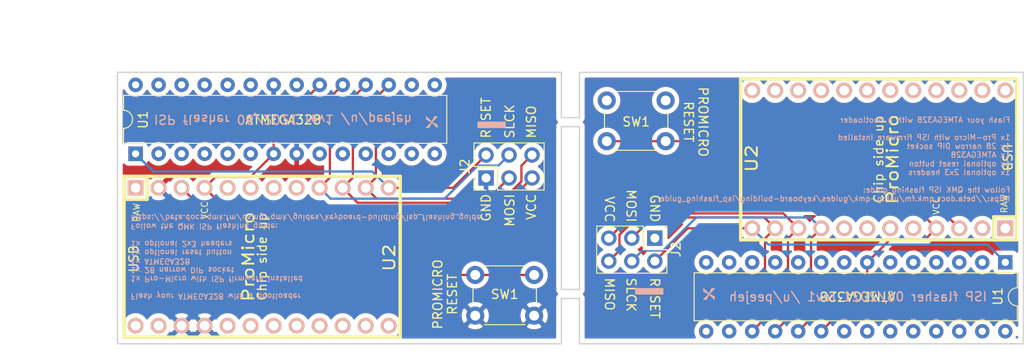
<source format=kicad_pcb>
(kicad_pcb (version 20171130) (host pcbnew "(5.1.9-0-10_14)")

  (general
    (thickness 1.6)
    (drawings 40)
    (tracks 76)
    (zones 0)
    (modules 10)
    (nets 8)
  )

  (page A4)
  (title_block
    (date 2021-01-23)
    (rev 1.2)
  )

  (layers
    (0 F.Cu signal)
    (31 B.Cu signal)
    (32 B.Adhes user)
    (33 F.Adhes user)
    (34 B.Paste user)
    (35 F.Paste user)
    (36 B.SilkS user)
    (37 F.SilkS user)
    (38 B.Mask user)
    (39 F.Mask user)
    (40 Dwgs.User user)
    (41 Cmts.User user)
    (42 Eco1.User user)
    (43 Eco2.User user)
    (44 Edge.Cuts user)
    (45 Margin user)
    (46 B.CrtYd user)
    (47 F.CrtYd user)
    (48 B.Fab user)
    (49 F.Fab user)
  )

  (setup
    (last_trace_width 0.25)
    (user_trace_width 0.2)
    (user_trace_width 0.5)
    (user_trace_width 0.8)
    (trace_clearance 0.2)
    (zone_clearance 0.508)
    (zone_45_only no)
    (trace_min 0.2)
    (via_size 0.6)
    (via_drill 0.4)
    (via_min_size 0.4)
    (via_min_drill 0.3)
    (uvia_size 0.3)
    (uvia_drill 0.1)
    (uvias_allowed no)
    (uvia_min_size 0.2)
    (uvia_min_drill 0.1)
    (edge_width 0.15)
    (segment_width 0.2)
    (pcb_text_width 0.3)
    (pcb_text_size 1.5 1.5)
    (mod_edge_width 0.15)
    (mod_text_size 1 1)
    (mod_text_width 0.15)
    (pad_size 11.6 5)
    (pad_drill 8.8)
    (pad_to_mask_clearance 0)
    (aux_axis_origin 0 0)
    (visible_elements FFFFF77F)
    (pcbplotparams
      (layerselection 0x010fc_ffffffff)
      (usegerberextensions false)
      (usegerberattributes false)
      (usegerberadvancedattributes false)
      (creategerberjobfile false)
      (excludeedgelayer true)
      (linewidth 0.100000)
      (plotframeref false)
      (viasonmask false)
      (mode 1)
      (useauxorigin false)
      (hpglpennumber 1)
      (hpglpenspeed 20)
      (hpglpendiameter 15.000000)
      (psnegative false)
      (psa4output false)
      (plotreference true)
      (plotvalue true)
      (plotinvisibletext false)
      (padsonsilk false)
      (subtractmaskfromsilk false)
      (outputformat 1)
      (mirror false)
      (drillshape 0)
      (scaleselection 1)
      (outputdirectory "gerbers"))
  )

  (net 0 "")
  (net 1 +5V)
  (net 2 GND)
  (net 3 /MOSI)
  (net 4 /SCLK)
  (net 5 /MISO)
  (net 6 /Reset)
  (net 7 "Net-(RESET1-Pad1)")

  (net_class Default "This is the default net class."
    (clearance 0.2)
    (trace_width 0.25)
    (via_dia 0.6)
    (via_drill 0.4)
    (uvia_dia 0.3)
    (uvia_drill 0.1)
    (add_net +5V)
    (add_net /MISO)
    (add_net /MOSI)
    (add_net /Reset)
    (add_net /SCLK)
    (add_net GND)
    (add_net "Net-(RESET1-Pad1)")
  )

  (net_class 5v ""
    (clearance 0.2)
    (trace_width 0.8)
    (via_dia 0.8)
    (via_drill 0.4)
    (uvia_dia 0.3)
    (uvia_drill 0.1)
  )

  (module Package_DIP:DIP-28_W7.62mm (layer F.Cu) (tedit 5A02E8C5) (tstamp 60CE7F57)
    (at 194 76 270)
    (descr "28-lead though-hole mounted DIP package, row spacing 7.62 mm (300 mils)")
    (tags "THT DIP DIL PDIP 2.54mm 7.62mm 300mil")
    (path /6069C714)
    (fp_text reference U1 (at 3.754375 0.821875 90) (layer F.SilkS)
      (effects (font (size 1 1) (thickness 0.15)))
    )
    (fp_text value ATMEGA328-PU (at 3.81 35.35 90) (layer F.Fab)
      (effects (font (size 1 1) (thickness 0.15)))
    )
    (fp_line (start 1.635 -1.27) (end 6.985 -1.27) (layer F.Fab) (width 0.1))
    (fp_line (start 6.985 -1.27) (end 6.985 34.29) (layer F.Fab) (width 0.1))
    (fp_line (start 6.985 34.29) (end 0.635 34.29) (layer F.Fab) (width 0.1))
    (fp_line (start 0.635 34.29) (end 0.635 -0.27) (layer F.Fab) (width 0.1))
    (fp_line (start 0.635 -0.27) (end 1.635 -1.27) (layer F.Fab) (width 0.1))
    (fp_line (start 2.81 -1.33) (end 1.16 -1.33) (layer F.SilkS) (width 0.12))
    (fp_line (start 1.16 -1.33) (end 1.16 34.35) (layer F.SilkS) (width 0.12))
    (fp_line (start 1.16 34.35) (end 6.46 34.35) (layer F.SilkS) (width 0.12))
    (fp_line (start 6.46 34.35) (end 6.46 -1.33) (layer F.SilkS) (width 0.12))
    (fp_line (start 6.46 -1.33) (end 4.81 -1.33) (layer F.SilkS) (width 0.12))
    (fp_line (start -1.1 -1.55) (end -1.1 34.55) (layer F.CrtYd) (width 0.05))
    (fp_line (start -1.1 34.55) (end 8.7 34.55) (layer F.CrtYd) (width 0.05))
    (fp_line (start 8.7 34.55) (end 8.7 -1.55) (layer F.CrtYd) (width 0.05))
    (fp_line (start 8.7 -1.55) (end -1.1 -1.55) (layer F.CrtYd) (width 0.05))
    (fp_text user %R (at 3.81 16.51 90) (layer F.Fab)
      (effects (font (size 1 1) (thickness 0.15)))
    )
    (fp_arc (start 3.81 -1.33) (end 2.81 -1.33) (angle -180) (layer F.SilkS) (width 0.12))
    (pad 28 thru_hole oval (at 7.62 0 270) (size 1.6 1.6) (drill 0.8) (layers *.Cu *.Mask))
    (pad 14 thru_hole oval (at 0 33.02 270) (size 1.6 1.6) (drill 0.8) (layers *.Cu *.Mask))
    (pad 27 thru_hole oval (at 7.62 2.54 270) (size 1.6 1.6) (drill 0.8) (layers *.Cu *.Mask))
    (pad 13 thru_hole oval (at 0 30.48 270) (size 1.6 1.6) (drill 0.8) (layers *.Cu *.Mask))
    (pad 26 thru_hole oval (at 7.62 5.08 270) (size 1.6 1.6) (drill 0.8) (layers *.Cu *.Mask))
    (pad 12 thru_hole oval (at 0 27.94 270) (size 1.6 1.6) (drill 0.8) (layers *.Cu *.Mask))
    (pad 25 thru_hole oval (at 7.62 7.62 270) (size 1.6 1.6) (drill 0.8) (layers *.Cu *.Mask))
    (pad 11 thru_hole oval (at 0 25.4 270) (size 1.6 1.6) (drill 0.8) (layers *.Cu *.Mask))
    (pad 24 thru_hole oval (at 7.62 10.16 270) (size 1.6 1.6) (drill 0.8) (layers *.Cu *.Mask))
    (pad 10 thru_hole oval (at 0 22.86 270) (size 1.6 1.6) (drill 0.8) (layers *.Cu *.Mask))
    (pad 23 thru_hole oval (at 7.62 12.7 270) (size 1.6 1.6) (drill 0.8) (layers *.Cu *.Mask))
    (pad 9 thru_hole oval (at 0 20.32 270) (size 1.6 1.6) (drill 0.8) (layers *.Cu *.Mask))
    (pad 22 thru_hole oval (at 7.62 15.24 270) (size 1.6 1.6) (drill 0.8) (layers *.Cu *.Mask))
    (pad 8 thru_hole oval (at 0 17.78 270) (size 1.6 1.6) (drill 0.8) (layers *.Cu *.Mask))
    (pad 21 thru_hole oval (at 7.62 17.78 270) (size 1.6 1.6) (drill 0.8) (layers *.Cu *.Mask))
    (pad 7 thru_hole oval (at 0 15.24 270) (size 1.6 1.6) (drill 0.8) (layers *.Cu *.Mask))
    (pad 20 thru_hole oval (at 7.62 20.32 270) (size 1.6 1.6) (drill 0.8) (layers *.Cu *.Mask))
    (pad 6 thru_hole oval (at 0 12.7 270) (size 1.6 1.6) (drill 0.8) (layers *.Cu *.Mask))
    (pad 19 thru_hole oval (at 7.62 22.86 270) (size 1.6 1.6) (drill 0.8) (layers *.Cu *.Mask))
    (pad 5 thru_hole oval (at 0 10.16 270) (size 1.6 1.6) (drill 0.8) (layers *.Cu *.Mask))
    (pad 18 thru_hole oval (at 7.62 25.4 270) (size 1.6 1.6) (drill 0.8) (layers *.Cu *.Mask))
    (pad 4 thru_hole oval (at 0 7.62 270) (size 1.6 1.6) (drill 0.8) (layers *.Cu *.Mask))
    (pad 17 thru_hole oval (at 7.62 27.94 270) (size 1.6 1.6) (drill 0.8) (layers *.Cu *.Mask))
    (pad 3 thru_hole oval (at 0 5.08 270) (size 1.6 1.6) (drill 0.8) (layers *.Cu *.Mask))
    (pad 16 thru_hole oval (at 7.62 30.48 270) (size 1.6 1.6) (drill 0.8) (layers *.Cu *.Mask))
    (pad 2 thru_hole oval (at 0 2.54 270) (size 1.6 1.6) (drill 0.8) (layers *.Cu *.Mask))
    (pad 15 thru_hole oval (at 7.62 33.02 270) (size 1.6 1.6) (drill 0.8) (layers *.Cu *.Mask))
    (pad 1 thru_hole rect (at 0 0 270) (size 1.6 1.6) (drill 0.8) (layers *.Cu *.Mask))
    (model ${KISYS3DMOD}/Package_DIP.3dshapes/DIP-28_W7.62mm.wrl
      (at (xyz 0 0 0))
      (scale (xyz 1 1 1))
      (rotate (xyz 0 0 0))
    )
  )

  (module Connector_PinHeader_2.54mm:PinHeader_2x03_P2.54mm_Vertical (layer F.Cu) (tedit 59FED5CC) (tstamp 60CE7F3C)
    (at 155.31625 73.325 270)
    (descr "Through hole straight pin header, 2x03, 2.54mm pitch, double rows")
    (tags "Through hole pin header THT 2x03 2.54mm double row")
    (path /5C3F2FD0)
    (fp_text reference J2 (at 1.27 -2.33 90) (layer F.SilkS)
      (effects (font (size 1 1) (thickness 0.15)))
    )
    (fp_text value AVR_ISP_6 (at 1.27 7.41 90) (layer F.Fab)
      (effects (font (size 1 1) (thickness 0.15)))
    )
    (fp_line (start 0 -1.27) (end 3.81 -1.27) (layer F.Fab) (width 0.1))
    (fp_line (start 3.81 -1.27) (end 3.81 6.35) (layer F.Fab) (width 0.1))
    (fp_line (start 3.81 6.35) (end -1.27 6.35) (layer F.Fab) (width 0.1))
    (fp_line (start -1.27 6.35) (end -1.27 0) (layer F.Fab) (width 0.1))
    (fp_line (start -1.27 0) (end 0 -1.27) (layer F.Fab) (width 0.1))
    (fp_line (start -1.33 6.41) (end 3.87 6.41) (layer F.SilkS) (width 0.12))
    (fp_line (start -1.33 1.27) (end -1.33 6.41) (layer F.SilkS) (width 0.12))
    (fp_line (start 3.87 -1.33) (end 3.87 6.41) (layer F.SilkS) (width 0.12))
    (fp_line (start -1.33 1.27) (end 1.27 1.27) (layer F.SilkS) (width 0.12))
    (fp_line (start 1.27 1.27) (end 1.27 -1.33) (layer F.SilkS) (width 0.12))
    (fp_line (start 1.27 -1.33) (end 3.87 -1.33) (layer F.SilkS) (width 0.12))
    (fp_line (start -1.33 0) (end -1.33 -1.33) (layer F.SilkS) (width 0.12))
    (fp_line (start -1.33 -1.33) (end 0 -1.33) (layer F.SilkS) (width 0.12))
    (fp_line (start -1.8 -1.8) (end -1.8 6.85) (layer F.CrtYd) (width 0.05))
    (fp_line (start -1.8 6.85) (end 4.35 6.85) (layer F.CrtYd) (width 0.05))
    (fp_line (start 4.35 6.85) (end 4.35 -1.8) (layer F.CrtYd) (width 0.05))
    (fp_line (start 4.35 -1.8) (end -1.8 -1.8) (layer F.CrtYd) (width 0.05))
    (fp_text user %R (at 1.27 2.54 90) (layer F.Fab)
      (effects (font (size 1 1) (thickness 0.15)))
    )
    (pad 6 thru_hole oval (at 2.54 5.08 270) (size 1.7 1.7) (drill 1) (layers *.Cu *.Mask))
    (pad 5 thru_hole oval (at 0 5.08 270) (size 1.7 1.7) (drill 1) (layers *.Cu *.Mask))
    (pad 4 thru_hole oval (at 2.54 2.54 270) (size 1.7 1.7) (drill 1) (layers *.Cu *.Mask))
    (pad 3 thru_hole oval (at 0 2.54 270) (size 1.7 1.7) (drill 1) (layers *.Cu *.Mask))
    (pad 2 thru_hole oval (at 2.54 0 270) (size 1.7 1.7) (drill 1) (layers *.Cu *.Mask))
    (pad 1 thru_hole rect (at 0 0 270) (size 1.7 1.7) (drill 1) (layers *.Cu *.Mask))
    (model ${KISYS3DMOD}/Connector_PinHeader_2.54mm.3dshapes/PinHeader_2x03_P2.54mm_Vertical.wrl
      (at (xyz 0 0 0))
      (scale (xyz 1 1 1))
      (rotate (xyz 0 0 0))
    )
  )

  (module lumberjack:Pro_Micro (layer B.Cu) (tedit 60CDBE11) (tstamp 60CE7EE2)
    (at 181.554 64.62 90)
    (path /602F9494)
    (fp_text reference U2 (at 0.105625 -15.554 90) (layer F.SilkS)
      (effects (font (size 1.27 1.524) (thickness 0.2032)))
    )
    (fp_text value ProMicro (at 0 0 90) (layer B.SilkS) hide
      (effects (font (size 1.27 1.524) (thickness 0.2)) (justify mirror))
    )
    (fp_line (start -6.35 11.176) (end -8.89 11.176) (layer F.SilkS) (width 0.381))
    (fp_line (start -6.35 13.716) (end -6.35 11.176) (layer F.SilkS) (width 0.381))
    (fp_line (start 8.89 -16.764) (end 8.89 13.716) (layer F.SilkS) (width 0.381))
    (fp_line (start -8.89 -16.764) (end 8.89 -16.764) (layer F.SilkS) (width 0.381))
    (fp_line (start -8.89 13.716) (end -8.89 -16.764) (layer F.SilkS) (width 0.381))
    (fp_line (start 8.89 13.716) (end -8.89 13.716) (layer F.SilkS) (width 0.381))
    (fp_text user RAW (at -10.16 12.192 90) (layer B.SilkS) hide
      (effects (font (size 0.7 0.7) (thickness 0.1)) (justify mirror))
    )
    (fp_text user GND (at -10.16 9.906 90) (layer B.SilkS) hide
      (effects (font (size 0.7 0.7) (thickness 0.1)) (justify mirror))
    )
    (fp_text user RST (at -10.16 7.366 90) (layer B.SilkS) hide
      (effects (font (size 0.7 0.7) (thickness 0.1)) (justify mirror))
    )
    (fp_text user VCC (at -10.16 4.826 90) (layer B.SilkS) hide
      (effects (font (size 0.7 0.7) (thickness 0.1)) (justify mirror))
    )
    (fp_text user F4 (at -9.906 2.286 90) (layer B.SilkS) hide
      (effects (font (size 0.7 0.7) (thickness 0.1)) (justify mirror))
    )
    (fp_text user F5 (at -9.906 -0.254 90) (layer B.SilkS) hide
      (effects (font (size 0.7 0.7) (thickness 0.1)) (justify mirror))
    )
    (fp_text user F7 (at -9.906 -5.334 90) (layer B.SilkS) hide
      (effects (font (size 0.7 0.7) (thickness 0.1)) (justify mirror))
    )
    (fp_text user F6 (at -9.906 -2.794 90) (layer B.SilkS) hide
      (effects (font (size 0.7 0.7) (thickness 0.1)) (justify mirror))
    )
    (fp_text user B1 (at -9.906 -7.874 90) (layer B.SilkS) hide
      (effects (font (size 0.7 0.7) (thickness 0.1)) (justify mirror))
    )
    (fp_text user B3 (at -9.906 -10.414 90) (layer B.SilkS) hide
      (effects (font (size 0.7 0.7) (thickness 0.1)) (justify mirror))
    )
    (fp_text user B2 (at -9.906 -12.954 90) (layer B.SilkS) hide
      (effects (font (size 0.7 0.7) (thickness 0.1)) (justify mirror))
    )
    (fp_text user B6 (at -9.906 -15.494 90) (layer B.SilkS) hide
      (effects (font (size 0.7 0.7) (thickness 0.1)) (justify mirror))
    )
    (fp_text user D3 (at 9.906 12.446 90) (layer B.SilkS) hide
      (effects (font (size 0.7 0.7) (thickness 0.1)) (justify mirror))
    )
    (fp_text user D2 (at 9.906 9.906 90) (layer B.SilkS) hide
      (effects (font (size 0.7 0.7) (thickness 0.1)) (justify mirror))
    )
    (fp_text user GND (at 10.16 7.366 90) (layer B.SilkS) hide
      (effects (font (size 0.7 0.7) (thickness 0.1)) (justify mirror))
    )
    (fp_text user GND (at 10.16 4.826 90) (layer B.SilkS) hide
      (effects (font (size 0.7 0.7) (thickness 0.1)) (justify mirror))
    )
    (fp_text user D1 (at 9.906 2.286 90) (layer B.SilkS) hide
      (effects (font (size 0.7 0.7) (thickness 0.1)) (justify mirror))
    )
    (fp_text user D0 (at 9.906 -0.254 90) (layer B.SilkS) hide
      (effects (font (size 0.7 0.7) (thickness 0.1)) (justify mirror))
    )
    (fp_text user D4 (at 9.906 -2.794 90) (layer B.SilkS) hide
      (effects (font (size 0.7 0.7) (thickness 0.1)) (justify mirror))
    )
    (fp_text user C6 (at 9.906 -5.334 90) (layer B.SilkS) hide
      (effects (font (size 0.7 0.7) (thickness 0.1)) (justify mirror))
    )
    (fp_text user D7 (at 9.906 -7.874 90) (layer B.SilkS) hide
      (effects (font (size 0.7 0.7) (thickness 0.1)) (justify mirror))
    )
    (fp_text user E6 (at 9.906 -10.414 90) (layer B.SilkS) hide
      (effects (font (size 0.7 0.7) (thickness 0.1)) (justify mirror))
    )
    (fp_text user B4 (at 9.906 -12.954 90) (layer B.SilkS) hide
      (effects (font (size 0.7 0.7) (thickness 0.1)) (justify mirror))
    )
    (fp_text user B5 (at 9.906 -15.494 90) (layer B.SilkS) hide
      (effects (font (size 0.7 0.7) (thickness 0.1)) (justify mirror))
    )
    (fp_text user B5 (at 9.906 -15.494 90) (layer F.SilkS) hide
      (effects (font (size 0.7 0.7) (thickness 0.1)))
    )
    (fp_text user B4 (at 9.906 -12.954 90) (layer F.SilkS) hide
      (effects (font (size 0.7 0.7) (thickness 0.1)))
    )
    (fp_text user E6 (at 9.906 -10.414 90) (layer F.SilkS) hide
      (effects (font (size 0.7 0.7) (thickness 0.1)))
    )
    (fp_text user D7 (at 9.906 -7.874 90) (layer F.SilkS) hide
      (effects (font (size 0.7 0.7) (thickness 0.1)))
    )
    (fp_text user C6 (at 9.906 -5.334 90) (layer F.SilkS) hide
      (effects (font (size 0.7 0.7) (thickness 0.1)))
    )
    (fp_text user D4 (at 9.906 -2.794 90) (layer F.SilkS) hide
      (effects (font (size 0.7 0.7) (thickness 0.1)))
    )
    (fp_text user D0 (at 9.906 -0.254 90) (layer F.SilkS) hide
      (effects (font (size 0.7 0.7) (thickness 0.1)))
    )
    (fp_text user D1 (at 9.906 2.286 90) (layer F.SilkS) hide
      (effects (font (size 0.7 0.7) (thickness 0.1)))
    )
    (fp_text user GND (at 10.16 4.826 90) (layer F.SilkS) hide
      (effects (font (size 0.7 0.7) (thickness 0.1)))
    )
    (fp_text user GND (at 10.16 7.366 90) (layer F.SilkS) hide
      (effects (font (size 0.7 0.7) (thickness 0.1)))
    )
    (fp_text user D2 (at 9.906 9.906 90) (layer F.SilkS) hide
      (effects (font (size 0.7 0.7) (thickness 0.1)))
    )
    (fp_text user D3 (at 9.906 12.446 90) (layer F.SilkS) hide
      (effects (font (size 0.7 0.7) (thickness 0.1)))
    )
    (fp_text user B6 (at -9.906 -15.494 90) (layer F.SilkS) hide
      (effects (font (size 0.7 0.7) (thickness 0.1)))
    )
    (fp_text user B2 (at -9.906 -12.954 90) (layer F.SilkS) hide
      (effects (font (size 0.7 0.7) (thickness 0.1)))
    )
    (fp_text user B3 (at -9.906 -10.414 90) (layer F.SilkS) hide
      (effects (font (size 0.7 0.7) (thickness 0.1)))
    )
    (fp_text user B1 (at -9.906 -7.874 90) (layer F.SilkS) hide
      (effects (font (size 0.7 0.7) (thickness 0.1)))
    )
    (fp_text user F6 (at -9.906 -2.794 90) (layer F.SilkS) hide
      (effects (font (size 0.7 0.7) (thickness 0.1)))
    )
    (fp_text user F7 (at -9.906 -5.334 90) (layer F.SilkS) hide
      (effects (font (size 0.7 0.7) (thickness 0.1)))
    )
    (fp_text user F5 (at -9.906 -0.254 90) (layer F.SilkS) hide
      (effects (font (size 0.7 0.7) (thickness 0.1)))
    )
    (fp_text user F4 (at -9.906 2.286 90) (layer F.SilkS) hide
      (effects (font (size 0.7 0.7) (thickness 0.1)))
    )
    (fp_text user VCC (at -5.133125 4.826 90) (layer F.SilkS)
      (effects (font (size 0.7 0.7) (thickness 0.1)))
    )
    (fp_text user RST (at -10.16 7.366 90) (layer F.SilkS) hide
      (effects (font (size 0.7 0.7) (thickness 0.1)))
    )
    (fp_text user GND (at -10.16 9.906 90) (layer F.SilkS) hide
      (effects (font (size 0.7 0.7) (thickness 0.1)))
    )
    (fp_text user RAW (at -4.895 12.3385 90) (layer F.SilkS)
      (effects (font (size 0.7 0.7) (thickness 0.1)))
    )
    (fp_text user ProMicro (at 0 0 90) (layer F.SilkS)
      (effects (font (size 1.27 1.524) (thickness 0.2)))
    )
    (fp_text user "Chip side up" (at 0 -1.524 90) (layer F.SilkS)
      (effects (font (size 1 1) (thickness 0.15)))
    )
    (pad 13 thru_hole circle (at 7.62 12.446 180) (size 1.7526 1.7526) (drill 1.0922) (layers *.Cu *.SilkS *.Mask))
    (pad 14 thru_hole circle (at 7.62 9.906 180) (size 1.7526 1.7526) (drill 1.0922) (layers *.Cu *.SilkS *.Mask))
    (pad 15 thru_hole circle (at 7.62 7.366 180) (size 1.7526 1.7526) (drill 1.0922) (layers *.Cu *.SilkS *.Mask))
    (pad 16 thru_hole circle (at 7.62 4.826 180) (size 1.7526 1.7526) (drill 1.0922) (layers *.Cu *.SilkS *.Mask))
    (pad 17 thru_hole circle (at 7.62 2.286 180) (size 1.7526 1.7526) (drill 1.0922) (layers *.Cu *.SilkS *.Mask))
    (pad 18 thru_hole circle (at 7.62 -0.254 180) (size 1.7526 1.7526) (drill 1.0922) (layers *.Cu *.SilkS *.Mask))
    (pad 19 thru_hole circle (at 7.62 -2.794 180) (size 1.7526 1.7526) (drill 1.0922) (layers *.Cu *.SilkS *.Mask))
    (pad 20 thru_hole circle (at 7.62 -5.334 180) (size 1.7526 1.7526) (drill 1.0922) (layers *.Cu *.SilkS *.Mask))
    (pad 21 thru_hole circle (at 7.62 -7.874 180) (size 1.7526 1.7526) (drill 1.0922) (layers *.Cu *.SilkS *.Mask))
    (pad 22 thru_hole circle (at 7.62 -10.414 180) (size 1.7526 1.7526) (drill 1.0922) (layers *.Cu *.SilkS *.Mask))
    (pad 23 thru_hole circle (at 7.62 -12.954 180) (size 1.7526 1.7526) (drill 1.0922) (layers *.Cu *.SilkS *.Mask))
    (pad 24 thru_hole circle (at 7.62 -15.494 180) (size 1.7526 1.7526) (drill 1.0922) (layers *.Cu *.SilkS *.Mask))
    (pad 12 thru_hole circle (at -7.62 -15.494 180) (size 1.7526 1.7526) (drill 1.0922) (layers *.Cu *.SilkS *.Mask))
    (pad 11 thru_hole circle (at -7.62 -12.954 180) (size 1.7526 1.7526) (drill 1.0922) (layers *.Cu *.SilkS *.Mask))
    (pad 10 thru_hole circle (at -7.62 -10.414 180) (size 1.7526 1.7526) (drill 1.0922) (layers *.Cu *.SilkS *.Mask))
    (pad 9 thru_hole circle (at -7.62 -7.874 180) (size 1.7526 1.7526) (drill 1.0922) (layers *.Cu *.SilkS *.Mask))
    (pad 8 thru_hole circle (at -7.62 -5.334 180) (size 1.7526 1.7526) (drill 1.0922) (layers *.Cu *.SilkS *.Mask))
    (pad 7 thru_hole circle (at -7.62 -2.794 180) (size 1.7526 1.7526) (drill 1.0922) (layers *.Cu *.SilkS *.Mask))
    (pad 6 thru_hole circle (at -7.62 -0.254 180) (size 1.7526 1.7526) (drill 1.0922) (layers *.Cu *.SilkS *.Mask))
    (pad 5 thru_hole circle (at -7.62 2.286 180) (size 1.7526 1.7526) (drill 1.0922) (layers *.Cu *.SilkS *.Mask))
    (pad 4 thru_hole circle (at -7.62 4.826 180) (size 1.7526 1.7526) (drill 1.0922) (layers *.Cu *.SilkS *.Mask))
    (pad 3 thru_hole circle (at -7.62 7.366 180) (size 1.7526 1.7526) (drill 1.0922) (layers *.Cu *.SilkS *.Mask))
    (pad 2 thru_hole circle (at -7.62 9.906 180) (size 1.7526 1.7526) (drill 1.0922) (layers *.Cu *.SilkS *.Mask))
    (pad 1 thru_hole rect (at -7.62 12.446 180) (size 1.7526 1.7526) (drill 1.0922) (layers *.Cu *.SilkS *.Mask))
  )

  (module isp:Flags (layer B.Cu) (tedit 60428396) (tstamp 60CE7E9E)
    (at 154.8 79.6 180)
    (fp_text reference REF** (at 0 4.4) (layer B.SilkS) hide
      (effects (font (size 1 1) (thickness 0.15)) (justify mirror))
    )
    (fp_text value flags (at 0.1 -6.6) (layer B.Fab)
      (effects (font (size 1 1) (thickness 0.15)) (justify mirror))
    )
    (fp_circle (center 3.5 -0.5) (end 3.641421 -0.5) (layer B.Mask) (width 0.12))
    (fp_circle (center 3.7 -0.7) (end 3.841421 -0.7) (layer B.Mask) (width 0.12))
    (fp_circle (center 4.3 -0.7) (end 4.441421 -0.7) (layer B.Mask) (width 0.12))
    (fp_circle (center 4.5 -0.5) (end 4.641421 -0.5) (layer B.Mask) (width 0.12))
    (fp_circle (center 4.5 0.1) (end 4.641421 0.1) (layer B.Mask) (width 0.12))
    (fp_circle (center 4.3 0.3) (end 4.441421 0.3) (layer B.Mask) (width 0.12))
    (fp_circle (center 3.7 0.3) (end 3.841421 0.3) (layer B.Mask) (width 0.12))
    (fp_circle (center 3.5 0.1) (end 3.641421 0.1) (layer B.Mask) (width 0.12))
    (fp_circle (center 3.4 -0.2) (end 3.541421 -0.2) (layer B.Mask) (width 0.12))
    (fp_circle (center 4.6 -0.2) (end 4.741421 -0.2) (layer B.Mask) (width 0.12))
    (fp_circle (center 4 -0.8) (end 4.141421 -0.8) (layer B.Mask) (width 0.12))
    (fp_circle (center 4 0.4) (end 4.141421 0.4) (layer B.Mask) (width 0.12))
    (fp_poly (pts (xy 1.6 0.1) (xy -1.4 0.1) (xy -1.4 0.7) (xy 1.6 0.7)) (layer B.SilkS) (width 0.12))
    (fp_poly (pts (xy 1.6 -1.1) (xy -1.4 -1.1) (xy -1.4 -0.6) (xy 1.6 -0.6)) (layer B.Mask) (width 0.1))
    (fp_line (start -1.4 -1.1) (end -1.4 0.7) (layer B.Mask) (width 0.12))
    (fp_line (start 1.6 -1.1) (end -1.4 -1.1) (layer B.Mask) (width 0.12))
    (fp_line (start 1.6 0.7) (end 1.6 -1.1) (layer B.Mask) (width 0.12))
    (fp_line (start -1.4 0.7) (end 1.6 0.7) (layer B.Mask) (width 0.12))
    (fp_poly (pts (xy -6.5 0.1) (xy -7.1 0.7) (xy -6.8 0.7)) (layer B.SilkS) (width 0.1))
    (fp_poly (pts (xy -6.5 0.1) (xy -7.1 -0.5) (xy -7.1 -0.2)) (layer B.SilkS) (width 0.1))
    (fp_poly (pts (xy -6.5 0.1) (xy -5.9 -0.5) (xy -6.2 -0.5)) (layer B.SilkS) (width 0.1))
    (fp_poly (pts (xy -6.5 0.1) (xy -5.9 0.7) (xy -5.9 0.4)) (layer B.SilkS) (width 0.1))
    (fp_poly (pts (xy -6.1 -0.7) (xy -6.1 -1.1) (xy -6.9 -1.1) (xy -6.9 -0.7)
      (xy -6.6 0.2) (xy -6.4 0.2)) (layer B.Mask) (width 0.1))
    (fp_circle (center 4 -0.2) (end 4.7 -0.5) (layer B.Mask) (width 0.16))
    (fp_circle (center 4 -0.2) (end 4.223607 -0.2) (layer B.Mask) (width 0.5))
    (fp_poly (pts (xy 4 0.6) (xy 3.8 0.6) (xy 3.4 0.4) (xy 3.2 0)
      (xy 3.2 -0.4) (xy 3.4 -0.8) (xy 3.7 -1) (xy 4 -1)
      (xy 4 -1.1) (xy 2.5 -1.1) (xy 2.5 0.7) (xy 4 0.7)) (layer B.Mask) (width 0.12))
    (fp_poly (pts (xy 4 -1) (xy 4.2 -1) (xy 4.6 -0.8) (xy 4.8 -0.4)
      (xy 4.8 0) (xy 4.6 0.4) (xy 4.3 0.6) (xy 4 0.6)
      (xy 4 0.7) (xy 5.5 0.7) (xy 5.5 -1.1) (xy 4 -1.1)) (layer B.Mask) (width 0.12))
    (fp_text user NL (at -3.7 -0.3 unlocked) (layer B.Mask)
      (effects (font (size 1.6 1.6) (thickness 0.3)) (justify mirror))
    )
  )

  (module Button_Switch_THT:SW_PUSH_6mm (layer F.Cu) (tedit 5A02FE31) (tstamp 60CE7E77)
    (at 156.506875 62.609375 180)
    (descr https://www.omron.com/ecb/products/pdf/en-b3f.pdf)
    (tags "tact sw push 6mm")
    (path /60CDC4EC)
    (fp_text reference SW1 (at 3.25 2.143125) (layer F.SilkS)
      (effects (font (size 1 1) (thickness 0.15)))
    )
    (fp_text value SW_Push (at 3.75 6.7) (layer F.Fab)
      (effects (font (size 1 1) (thickness 0.15)))
    )
    (fp_circle (center 3.25 2.25) (end 1.25 2.5) (layer F.Fab) (width 0.1))
    (fp_line (start 6.75 3) (end 6.75 1.5) (layer F.SilkS) (width 0.12))
    (fp_line (start 5.5 -1) (end 1 -1) (layer F.SilkS) (width 0.12))
    (fp_line (start -0.25 1.5) (end -0.25 3) (layer F.SilkS) (width 0.12))
    (fp_line (start 1 5.5) (end 5.5 5.5) (layer F.SilkS) (width 0.12))
    (fp_line (start 8 -1.25) (end 8 5.75) (layer F.CrtYd) (width 0.05))
    (fp_line (start 7.75 6) (end -1.25 6) (layer F.CrtYd) (width 0.05))
    (fp_line (start -1.5 5.75) (end -1.5 -1.25) (layer F.CrtYd) (width 0.05))
    (fp_line (start -1.25 -1.5) (end 7.75 -1.5) (layer F.CrtYd) (width 0.05))
    (fp_line (start -1.5 6) (end -1.25 6) (layer F.CrtYd) (width 0.05))
    (fp_line (start -1.5 5.75) (end -1.5 6) (layer F.CrtYd) (width 0.05))
    (fp_line (start -1.5 -1.5) (end -1.25 -1.5) (layer F.CrtYd) (width 0.05))
    (fp_line (start -1.5 -1.25) (end -1.5 -1.5) (layer F.CrtYd) (width 0.05))
    (fp_line (start 8 -1.5) (end 8 -1.25) (layer F.CrtYd) (width 0.05))
    (fp_line (start 7.75 -1.5) (end 8 -1.5) (layer F.CrtYd) (width 0.05))
    (fp_line (start 8 6) (end 8 5.75) (layer F.CrtYd) (width 0.05))
    (fp_line (start 7.75 6) (end 8 6) (layer F.CrtYd) (width 0.05))
    (fp_line (start 0.25 -0.75) (end 3.25 -0.75) (layer F.Fab) (width 0.1))
    (fp_line (start 0.25 5.25) (end 0.25 -0.75) (layer F.Fab) (width 0.1))
    (fp_line (start 6.25 5.25) (end 0.25 5.25) (layer F.Fab) (width 0.1))
    (fp_line (start 6.25 -0.75) (end 6.25 5.25) (layer F.Fab) (width 0.1))
    (fp_line (start 3.25 -0.75) (end 6.25 -0.75) (layer F.Fab) (width 0.1))
    (fp_text user %R (at 3.25 2.25) (layer F.Fab)
      (effects (font (size 1 1) (thickness 0.15)))
    )
    (pad 1 thru_hole circle (at 6.5 0 270) (size 2 2) (drill 1.1) (layers *.Cu *.Mask))
    (pad 2 thru_hole circle (at 6.5 4.5 270) (size 2 2) (drill 1.1) (layers *.Cu *.Mask))
    (pad 1 thru_hole circle (at 0 0 270) (size 2 2) (drill 1.1) (layers *.Cu *.Mask))
    (pad 2 thru_hole circle (at 0 4.5 270) (size 2 2) (drill 1.1) (layers *.Cu *.Mask))
    (model ${KISYS3DMOD}/Button_Switch_THT.3dshapes/SW_PUSH_6mm.wrl
      (at (xyz 0 0 0))
      (scale (xyz 1 1 1))
      (rotate (xyz 0 0 0))
    )
  )

  (module isp:Flags (layer B.Cu) (tedit 60428396) (tstamp 60CE62FA)
    (at 137.2 60.4)
    (fp_text reference REF** (at 0 4.4) (layer B.SilkS) hide
      (effects (font (size 1 1) (thickness 0.15)) (justify mirror))
    )
    (fp_text value flags (at 0.1 -6.6) (layer B.Fab)
      (effects (font (size 1 1) (thickness 0.15)) (justify mirror))
    )
    (fp_circle (center 3.5 -0.5) (end 3.641421 -0.5) (layer B.Mask) (width 0.12))
    (fp_circle (center 3.7 -0.7) (end 3.841421 -0.7) (layer B.Mask) (width 0.12))
    (fp_circle (center 4.3 -0.7) (end 4.441421 -0.7) (layer B.Mask) (width 0.12))
    (fp_circle (center 4.5 -0.5) (end 4.641421 -0.5) (layer B.Mask) (width 0.12))
    (fp_circle (center 4.5 0.1) (end 4.641421 0.1) (layer B.Mask) (width 0.12))
    (fp_circle (center 4.3 0.3) (end 4.441421 0.3) (layer B.Mask) (width 0.12))
    (fp_circle (center 3.7 0.3) (end 3.841421 0.3) (layer B.Mask) (width 0.12))
    (fp_circle (center 3.5 0.1) (end 3.641421 0.1) (layer B.Mask) (width 0.12))
    (fp_circle (center 3.4 -0.2) (end 3.541421 -0.2) (layer B.Mask) (width 0.12))
    (fp_circle (center 4.6 -0.2) (end 4.741421 -0.2) (layer B.Mask) (width 0.12))
    (fp_circle (center 4 -0.8) (end 4.141421 -0.8) (layer B.Mask) (width 0.12))
    (fp_circle (center 4 0.4) (end 4.141421 0.4) (layer B.Mask) (width 0.12))
    (fp_poly (pts (xy 1.6 0.1) (xy -1.4 0.1) (xy -1.4 0.7) (xy 1.6 0.7)) (layer B.SilkS) (width 0.12))
    (fp_poly (pts (xy 1.6 -1.1) (xy -1.4 -1.1) (xy -1.4 -0.6) (xy 1.6 -0.6)) (layer B.Mask) (width 0.1))
    (fp_line (start -1.4 -1.1) (end -1.4 0.7) (layer B.Mask) (width 0.12))
    (fp_line (start 1.6 -1.1) (end -1.4 -1.1) (layer B.Mask) (width 0.12))
    (fp_line (start 1.6 0.7) (end 1.6 -1.1) (layer B.Mask) (width 0.12))
    (fp_line (start -1.4 0.7) (end 1.6 0.7) (layer B.Mask) (width 0.12))
    (fp_poly (pts (xy -6.5 0.1) (xy -7.1 0.7) (xy -6.8 0.7)) (layer B.SilkS) (width 0.1))
    (fp_poly (pts (xy -6.5 0.1) (xy -7.1 -0.5) (xy -7.1 -0.2)) (layer B.SilkS) (width 0.1))
    (fp_poly (pts (xy -6.5 0.1) (xy -5.9 -0.5) (xy -6.2 -0.5)) (layer B.SilkS) (width 0.1))
    (fp_poly (pts (xy -6.5 0.1) (xy -5.9 0.7) (xy -5.9 0.4)) (layer B.SilkS) (width 0.1))
    (fp_poly (pts (xy -6.1 -0.7) (xy -6.1 -1.1) (xy -6.9 -1.1) (xy -6.9 -0.7)
      (xy -6.6 0.2) (xy -6.4 0.2)) (layer B.Mask) (width 0.1))
    (fp_circle (center 4 -0.2) (end 4.7 -0.5) (layer B.Mask) (width 0.16))
    (fp_circle (center 4 -0.2) (end 4.223607 -0.2) (layer B.Mask) (width 0.5))
    (fp_poly (pts (xy 4 0.6) (xy 3.8 0.6) (xy 3.4 0.4) (xy 3.2 0)
      (xy 3.2 -0.4) (xy 3.4 -0.8) (xy 3.7 -1) (xy 4 -1)
      (xy 4 -1.1) (xy 2.5 -1.1) (xy 2.5 0.7) (xy 4 0.7)) (layer B.Mask) (width 0.12))
    (fp_poly (pts (xy 4 -1) (xy 4.2 -1) (xy 4.6 -0.8) (xy 4.8 -0.4)
      (xy 4.8 0) (xy 4.6 0.4) (xy 4.3 0.6) (xy 4 0.6)
      (xy 4 0.7) (xy 5.5 0.7) (xy 5.5 -1.1) (xy 4 -1.1)) (layer B.Mask) (width 0.12))
    (fp_text user NL (at -3.7 -0.3 180 unlocked) (layer B.Mask)
      (effects (font (size 1.6 1.6) (thickness 0.3)) (justify mirror))
    )
  )

  (module lumberjack:Pro_Micro (layer B.Cu) (tedit 60CDBE11) (tstamp 60CDB9EB)
    (at 110.446 75.38 270)
    (path /602F9494)
    (fp_text reference U2 (at 0.105625 -15.554 90) (layer F.SilkS)
      (effects (font (size 1.27 1.524) (thickness 0.2032)))
    )
    (fp_text value ProMicro (at 0 0 90) (layer B.SilkS) hide
      (effects (font (size 1.27 1.524) (thickness 0.2)) (justify mirror))
    )
    (fp_line (start -6.35 11.176) (end -8.89 11.176) (layer F.SilkS) (width 0.381))
    (fp_line (start -6.35 13.716) (end -6.35 11.176) (layer F.SilkS) (width 0.381))
    (fp_line (start 8.89 -16.764) (end 8.89 13.716) (layer F.SilkS) (width 0.381))
    (fp_line (start -8.89 -16.764) (end 8.89 -16.764) (layer F.SilkS) (width 0.381))
    (fp_line (start -8.89 13.716) (end -8.89 -16.764) (layer F.SilkS) (width 0.381))
    (fp_line (start 8.89 13.716) (end -8.89 13.716) (layer F.SilkS) (width 0.381))
    (fp_text user "Chip side up" (at 0 -1.524 90) (layer F.SilkS)
      (effects (font (size 1 1) (thickness 0.15)))
    )
    (fp_text user ProMicro (at 0 0 90) (layer F.SilkS)
      (effects (font (size 1.27 1.524) (thickness 0.2)))
    )
    (fp_text user RAW (at -4.895 12.3385 90) (layer F.SilkS)
      (effects (font (size 0.7 0.7) (thickness 0.1)))
    )
    (fp_text user GND (at -10.16 9.906 90) (layer F.SilkS) hide
      (effects (font (size 0.7 0.7) (thickness 0.1)))
    )
    (fp_text user RST (at -10.16 7.366 90) (layer F.SilkS) hide
      (effects (font (size 0.7 0.7) (thickness 0.1)))
    )
    (fp_text user VCC (at -5.133125 4.826 90) (layer F.SilkS)
      (effects (font (size 0.7 0.7) (thickness 0.1)))
    )
    (fp_text user F4 (at -9.906 2.286 90) (layer F.SilkS) hide
      (effects (font (size 0.7 0.7) (thickness 0.1)))
    )
    (fp_text user F5 (at -9.906 -0.254 90) (layer F.SilkS) hide
      (effects (font (size 0.7 0.7) (thickness 0.1)))
    )
    (fp_text user F7 (at -9.906 -5.334 90) (layer F.SilkS) hide
      (effects (font (size 0.7 0.7) (thickness 0.1)))
    )
    (fp_text user F6 (at -9.906 -2.794 90) (layer F.SilkS) hide
      (effects (font (size 0.7 0.7) (thickness 0.1)))
    )
    (fp_text user B1 (at -9.906 -7.874 90) (layer F.SilkS) hide
      (effects (font (size 0.7 0.7) (thickness 0.1)))
    )
    (fp_text user B3 (at -9.906 -10.414 90) (layer F.SilkS) hide
      (effects (font (size 0.7 0.7) (thickness 0.1)))
    )
    (fp_text user B2 (at -9.906 -12.954 90) (layer F.SilkS) hide
      (effects (font (size 0.7 0.7) (thickness 0.1)))
    )
    (fp_text user B6 (at -9.906 -15.494 90) (layer F.SilkS) hide
      (effects (font (size 0.7 0.7) (thickness 0.1)))
    )
    (fp_text user D3 (at 9.906 12.446 90) (layer F.SilkS) hide
      (effects (font (size 0.7 0.7) (thickness 0.1)))
    )
    (fp_text user D2 (at 9.906 9.906 90) (layer F.SilkS) hide
      (effects (font (size 0.7 0.7) (thickness 0.1)))
    )
    (fp_text user GND (at 10.16 7.366 90) (layer F.SilkS) hide
      (effects (font (size 0.7 0.7) (thickness 0.1)))
    )
    (fp_text user GND (at 10.16 4.826 90) (layer F.SilkS) hide
      (effects (font (size 0.7 0.7) (thickness 0.1)))
    )
    (fp_text user D1 (at 9.906 2.286 90) (layer F.SilkS) hide
      (effects (font (size 0.7 0.7) (thickness 0.1)))
    )
    (fp_text user D0 (at 9.906 -0.254 90) (layer F.SilkS) hide
      (effects (font (size 0.7 0.7) (thickness 0.1)))
    )
    (fp_text user D4 (at 9.906 -2.794 90) (layer F.SilkS) hide
      (effects (font (size 0.7 0.7) (thickness 0.1)))
    )
    (fp_text user C6 (at 9.906 -5.334 90) (layer F.SilkS) hide
      (effects (font (size 0.7 0.7) (thickness 0.1)))
    )
    (fp_text user D7 (at 9.906 -7.874 90) (layer F.SilkS) hide
      (effects (font (size 0.7 0.7) (thickness 0.1)))
    )
    (fp_text user E6 (at 9.906 -10.414 90) (layer F.SilkS) hide
      (effects (font (size 0.7 0.7) (thickness 0.1)))
    )
    (fp_text user B4 (at 9.906 -12.954 90) (layer F.SilkS) hide
      (effects (font (size 0.7 0.7) (thickness 0.1)))
    )
    (fp_text user B5 (at 9.906 -15.494 90) (layer F.SilkS) hide
      (effects (font (size 0.7 0.7) (thickness 0.1)))
    )
    (fp_text user B5 (at 9.906 -15.494 90) (layer B.SilkS) hide
      (effects (font (size 0.7 0.7) (thickness 0.1)) (justify mirror))
    )
    (fp_text user B4 (at 9.906 -12.954 90) (layer B.SilkS) hide
      (effects (font (size 0.7 0.7) (thickness 0.1)) (justify mirror))
    )
    (fp_text user E6 (at 9.906 -10.414 90) (layer B.SilkS) hide
      (effects (font (size 0.7 0.7) (thickness 0.1)) (justify mirror))
    )
    (fp_text user D7 (at 9.906 -7.874 90) (layer B.SilkS) hide
      (effects (font (size 0.7 0.7) (thickness 0.1)) (justify mirror))
    )
    (fp_text user C6 (at 9.906 -5.334 90) (layer B.SilkS) hide
      (effects (font (size 0.7 0.7) (thickness 0.1)) (justify mirror))
    )
    (fp_text user D4 (at 9.906 -2.794 90) (layer B.SilkS) hide
      (effects (font (size 0.7 0.7) (thickness 0.1)) (justify mirror))
    )
    (fp_text user D0 (at 9.906 -0.254 90) (layer B.SilkS) hide
      (effects (font (size 0.7 0.7) (thickness 0.1)) (justify mirror))
    )
    (fp_text user D1 (at 9.906 2.286 90) (layer B.SilkS) hide
      (effects (font (size 0.7 0.7) (thickness 0.1)) (justify mirror))
    )
    (fp_text user GND (at 10.16 4.826 90) (layer B.SilkS) hide
      (effects (font (size 0.7 0.7) (thickness 0.1)) (justify mirror))
    )
    (fp_text user GND (at 10.16 7.366 90) (layer B.SilkS) hide
      (effects (font (size 0.7 0.7) (thickness 0.1)) (justify mirror))
    )
    (fp_text user D2 (at 9.906 9.906 90) (layer B.SilkS) hide
      (effects (font (size 0.7 0.7) (thickness 0.1)) (justify mirror))
    )
    (fp_text user D3 (at 9.906 12.446 90) (layer B.SilkS) hide
      (effects (font (size 0.7 0.7) (thickness 0.1)) (justify mirror))
    )
    (fp_text user B6 (at -9.906 -15.494 90) (layer B.SilkS) hide
      (effects (font (size 0.7 0.7) (thickness 0.1)) (justify mirror))
    )
    (fp_text user B2 (at -9.906 -12.954 90) (layer B.SilkS) hide
      (effects (font (size 0.7 0.7) (thickness 0.1)) (justify mirror))
    )
    (fp_text user B3 (at -9.906 -10.414 90) (layer B.SilkS) hide
      (effects (font (size 0.7 0.7) (thickness 0.1)) (justify mirror))
    )
    (fp_text user B1 (at -9.906 -7.874 90) (layer B.SilkS) hide
      (effects (font (size 0.7 0.7) (thickness 0.1)) (justify mirror))
    )
    (fp_text user F6 (at -9.906 -2.794 90) (layer B.SilkS) hide
      (effects (font (size 0.7 0.7) (thickness 0.1)) (justify mirror))
    )
    (fp_text user F7 (at -9.906 -5.334 90) (layer B.SilkS) hide
      (effects (font (size 0.7 0.7) (thickness 0.1)) (justify mirror))
    )
    (fp_text user F5 (at -9.906 -0.254 90) (layer B.SilkS) hide
      (effects (font (size 0.7 0.7) (thickness 0.1)) (justify mirror))
    )
    (fp_text user F4 (at -9.906 2.286 90) (layer B.SilkS) hide
      (effects (font (size 0.7 0.7) (thickness 0.1)) (justify mirror))
    )
    (fp_text user VCC (at -10.16 4.826 90) (layer B.SilkS) hide
      (effects (font (size 0.7 0.7) (thickness 0.1)) (justify mirror))
    )
    (fp_text user RST (at -10.16 7.366 90) (layer B.SilkS) hide
      (effects (font (size 0.7 0.7) (thickness 0.1)) (justify mirror))
    )
    (fp_text user GND (at -10.16 9.906 90) (layer B.SilkS) hide
      (effects (font (size 0.7 0.7) (thickness 0.1)) (justify mirror))
    )
    (fp_text user RAW (at -10.16 12.192 90) (layer B.SilkS) hide
      (effects (font (size 0.7 0.7) (thickness 0.1)) (justify mirror))
    )
    (pad 1 thru_hole rect (at -7.62 12.446) (size 1.7526 1.7526) (drill 1.0922) (layers *.Cu *.SilkS *.Mask))
    (pad 2 thru_hole circle (at -7.62 9.906) (size 1.7526 1.7526) (drill 1.0922) (layers *.Cu *.SilkS *.Mask)
      (net 2 GND))
    (pad 3 thru_hole circle (at -7.62 7.366) (size 1.7526 1.7526) (drill 1.0922) (layers *.Cu *.SilkS *.Mask)
      (net 7 "Net-(RESET1-Pad1)"))
    (pad 4 thru_hole circle (at -7.62 4.826) (size 1.7526 1.7526) (drill 1.0922) (layers *.Cu *.SilkS *.Mask)
      (net 1 +5V))
    (pad 5 thru_hole circle (at -7.62 2.286) (size 1.7526 1.7526) (drill 1.0922) (layers *.Cu *.SilkS *.Mask))
    (pad 6 thru_hole circle (at -7.62 -0.254) (size 1.7526 1.7526) (drill 1.0922) (layers *.Cu *.SilkS *.Mask))
    (pad 7 thru_hole circle (at -7.62 -2.794) (size 1.7526 1.7526) (drill 1.0922) (layers *.Cu *.SilkS *.Mask))
    (pad 8 thru_hole circle (at -7.62 -5.334) (size 1.7526 1.7526) (drill 1.0922) (layers *.Cu *.SilkS *.Mask))
    (pad 9 thru_hole circle (at -7.62 -7.874) (size 1.7526 1.7526) (drill 1.0922) (layers *.Cu *.SilkS *.Mask)
      (net 4 /SCLK))
    (pad 10 thru_hole circle (at -7.62 -10.414) (size 1.7526 1.7526) (drill 1.0922) (layers *.Cu *.SilkS *.Mask)
      (net 5 /MISO))
    (pad 11 thru_hole circle (at -7.62 -12.954) (size 1.7526 1.7526) (drill 1.0922) (layers *.Cu *.SilkS *.Mask)
      (net 3 /MOSI))
    (pad 12 thru_hole circle (at -7.62 -15.494) (size 1.7526 1.7526) (drill 1.0922) (layers *.Cu *.SilkS *.Mask)
      (net 6 /Reset))
    (pad 24 thru_hole circle (at 7.62 -15.494) (size 1.7526 1.7526) (drill 1.0922) (layers *.Cu *.SilkS *.Mask))
    (pad 23 thru_hole circle (at 7.62 -12.954) (size 1.7526 1.7526) (drill 1.0922) (layers *.Cu *.SilkS *.Mask))
    (pad 22 thru_hole circle (at 7.62 -10.414) (size 1.7526 1.7526) (drill 1.0922) (layers *.Cu *.SilkS *.Mask))
    (pad 21 thru_hole circle (at 7.62 -7.874) (size 1.7526 1.7526) (drill 1.0922) (layers *.Cu *.SilkS *.Mask))
    (pad 20 thru_hole circle (at 7.62 -5.334) (size 1.7526 1.7526) (drill 1.0922) (layers *.Cu *.SilkS *.Mask))
    (pad 19 thru_hole circle (at 7.62 -2.794) (size 1.7526 1.7526) (drill 1.0922) (layers *.Cu *.SilkS *.Mask))
    (pad 18 thru_hole circle (at 7.62 -0.254) (size 1.7526 1.7526) (drill 1.0922) (layers *.Cu *.SilkS *.Mask))
    (pad 17 thru_hole circle (at 7.62 2.286) (size 1.7526 1.7526) (drill 1.0922) (layers *.Cu *.SilkS *.Mask))
    (pad 16 thru_hole circle (at 7.62 4.826) (size 1.7526 1.7526) (drill 1.0922) (layers *.Cu *.SilkS *.Mask)
      (net 2 GND))
    (pad 15 thru_hole circle (at 7.62 7.366) (size 1.7526 1.7526) (drill 1.0922) (layers *.Cu *.SilkS *.Mask)
      (net 2 GND))
    (pad 14 thru_hole circle (at 7.62 9.906) (size 1.7526 1.7526) (drill 1.0922) (layers *.Cu *.SilkS *.Mask))
    (pad 13 thru_hole circle (at 7.62 12.446) (size 1.7526 1.7526) (drill 1.0922) (layers *.Cu *.SilkS *.Mask))
  )

  (module Connector_PinHeader_2.54mm:PinHeader_2x03_P2.54mm_Vertical (layer F.Cu) (tedit 59FED5CC) (tstamp 60CDB88A)
    (at 136.68375 66.675 90)
    (descr "Through hole straight pin header, 2x03, 2.54mm pitch, double rows")
    (tags "Through hole pin header THT 2x03 2.54mm double row")
    (path /5C3F2FD0)
    (fp_text reference J2 (at 1.27 -2.33 90) (layer F.SilkS)
      (effects (font (size 1 1) (thickness 0.15)))
    )
    (fp_text value AVR_ISP_6 (at 1.27 7.41 90) (layer F.Fab)
      (effects (font (size 1 1) (thickness 0.15)))
    )
    (fp_line (start 0 -1.27) (end 3.81 -1.27) (layer F.Fab) (width 0.1))
    (fp_line (start 3.81 -1.27) (end 3.81 6.35) (layer F.Fab) (width 0.1))
    (fp_line (start 3.81 6.35) (end -1.27 6.35) (layer F.Fab) (width 0.1))
    (fp_line (start -1.27 6.35) (end -1.27 0) (layer F.Fab) (width 0.1))
    (fp_line (start -1.27 0) (end 0 -1.27) (layer F.Fab) (width 0.1))
    (fp_line (start -1.33 6.41) (end 3.87 6.41) (layer F.SilkS) (width 0.12))
    (fp_line (start -1.33 1.27) (end -1.33 6.41) (layer F.SilkS) (width 0.12))
    (fp_line (start 3.87 -1.33) (end 3.87 6.41) (layer F.SilkS) (width 0.12))
    (fp_line (start -1.33 1.27) (end 1.27 1.27) (layer F.SilkS) (width 0.12))
    (fp_line (start 1.27 1.27) (end 1.27 -1.33) (layer F.SilkS) (width 0.12))
    (fp_line (start 1.27 -1.33) (end 3.87 -1.33) (layer F.SilkS) (width 0.12))
    (fp_line (start -1.33 0) (end -1.33 -1.33) (layer F.SilkS) (width 0.12))
    (fp_line (start -1.33 -1.33) (end 0 -1.33) (layer F.SilkS) (width 0.12))
    (fp_line (start -1.8 -1.8) (end -1.8 6.85) (layer F.CrtYd) (width 0.05))
    (fp_line (start -1.8 6.85) (end 4.35 6.85) (layer F.CrtYd) (width 0.05))
    (fp_line (start 4.35 6.85) (end 4.35 -1.8) (layer F.CrtYd) (width 0.05))
    (fp_line (start 4.35 -1.8) (end -1.8 -1.8) (layer F.CrtYd) (width 0.05))
    (fp_text user %R (at 1.27 2.54 90) (layer F.Fab)
      (effects (font (size 1 1) (thickness 0.15)))
    )
    (pad 1 thru_hole rect (at 0 0 90) (size 1.7 1.7) (drill 1) (layers *.Cu *.Mask)
      (net 2 GND))
    (pad 2 thru_hole oval (at 2.54 0 90) (size 1.7 1.7) (drill 1) (layers *.Cu *.Mask)
      (net 6 /Reset))
    (pad 3 thru_hole oval (at 0 2.54 90) (size 1.7 1.7) (drill 1) (layers *.Cu *.Mask)
      (net 3 /MOSI))
    (pad 4 thru_hole oval (at 2.54 2.54 90) (size 1.7 1.7) (drill 1) (layers *.Cu *.Mask)
      (net 4 /SCLK))
    (pad 5 thru_hole oval (at 0 5.08 90) (size 1.7 1.7) (drill 1) (layers *.Cu *.Mask)
      (net 1 +5V))
    (pad 6 thru_hole oval (at 2.54 5.08 90) (size 1.7 1.7) (drill 1) (layers *.Cu *.Mask)
      (net 5 /MISO))
    (model ${KISYS3DMOD}/Connector_PinHeader_2.54mm.3dshapes/PinHeader_2x03_P2.54mm_Vertical.wrl
      (at (xyz 0 0 0))
      (scale (xyz 1 1 1))
      (rotate (xyz 0 0 0))
    )
  )

  (module Package_DIP:DIP-28_W7.62mm (layer F.Cu) (tedit 5A02E8C5) (tstamp 60CDBB2D)
    (at 98 64 90)
    (descr "28-lead though-hole mounted DIP package, row spacing 7.62 mm (300 mils)")
    (tags "THT DIP DIL PDIP 2.54mm 7.62mm 300mil")
    (path /6069C714)
    (fp_text reference U1 (at 3.754375 0.821875 90) (layer F.SilkS)
      (effects (font (size 1 1) (thickness 0.15)))
    )
    (fp_text value ATMEGA328-PU (at 3.81 35.35 90) (layer F.Fab)
      (effects (font (size 1 1) (thickness 0.15)))
    )
    (fp_line (start 1.635 -1.27) (end 6.985 -1.27) (layer F.Fab) (width 0.1))
    (fp_line (start 6.985 -1.27) (end 6.985 34.29) (layer F.Fab) (width 0.1))
    (fp_line (start 6.985 34.29) (end 0.635 34.29) (layer F.Fab) (width 0.1))
    (fp_line (start 0.635 34.29) (end 0.635 -0.27) (layer F.Fab) (width 0.1))
    (fp_line (start 0.635 -0.27) (end 1.635 -1.27) (layer F.Fab) (width 0.1))
    (fp_line (start 2.81 -1.33) (end 1.16 -1.33) (layer F.SilkS) (width 0.12))
    (fp_line (start 1.16 -1.33) (end 1.16 34.35) (layer F.SilkS) (width 0.12))
    (fp_line (start 1.16 34.35) (end 6.46 34.35) (layer F.SilkS) (width 0.12))
    (fp_line (start 6.46 34.35) (end 6.46 -1.33) (layer F.SilkS) (width 0.12))
    (fp_line (start 6.46 -1.33) (end 4.81 -1.33) (layer F.SilkS) (width 0.12))
    (fp_line (start -1.1 -1.55) (end -1.1 34.55) (layer F.CrtYd) (width 0.05))
    (fp_line (start -1.1 34.55) (end 8.7 34.55) (layer F.CrtYd) (width 0.05))
    (fp_line (start 8.7 34.55) (end 8.7 -1.55) (layer F.CrtYd) (width 0.05))
    (fp_line (start 8.7 -1.55) (end -1.1 -1.55) (layer F.CrtYd) (width 0.05))
    (fp_arc (start 3.81 -1.33) (end 2.81 -1.33) (angle -180) (layer F.SilkS) (width 0.12))
    (fp_text user %R (at 3.81 16.51 90) (layer F.Fab)
      (effects (font (size 1 1) (thickness 0.15)))
    )
    (pad 1 thru_hole rect (at 0 0 90) (size 1.6 1.6) (drill 0.8) (layers *.Cu *.Mask)
      (net 6 /Reset))
    (pad 15 thru_hole oval (at 7.62 33.02 90) (size 1.6 1.6) (drill 0.8) (layers *.Cu *.Mask))
    (pad 2 thru_hole oval (at 0 2.54 90) (size 1.6 1.6) (drill 0.8) (layers *.Cu *.Mask))
    (pad 16 thru_hole oval (at 7.62 30.48 90) (size 1.6 1.6) (drill 0.8) (layers *.Cu *.Mask))
    (pad 3 thru_hole oval (at 0 5.08 90) (size 1.6 1.6) (drill 0.8) (layers *.Cu *.Mask))
    (pad 17 thru_hole oval (at 7.62 27.94 90) (size 1.6 1.6) (drill 0.8) (layers *.Cu *.Mask)
      (net 3 /MOSI))
    (pad 4 thru_hole oval (at 0 7.62 90) (size 1.6 1.6) (drill 0.8) (layers *.Cu *.Mask))
    (pad 18 thru_hole oval (at 7.62 25.4 90) (size 1.6 1.6) (drill 0.8) (layers *.Cu *.Mask)
      (net 5 /MISO))
    (pad 5 thru_hole oval (at 0 10.16 90) (size 1.6 1.6) (drill 0.8) (layers *.Cu *.Mask))
    (pad 19 thru_hole oval (at 7.62 22.86 90) (size 1.6 1.6) (drill 0.8) (layers *.Cu *.Mask)
      (net 4 /SCLK))
    (pad 6 thru_hole oval (at 0 12.7 90) (size 1.6 1.6) (drill 0.8) (layers *.Cu *.Mask))
    (pad 20 thru_hole oval (at 7.62 20.32 90) (size 1.6 1.6) (drill 0.8) (layers *.Cu *.Mask)
      (net 1 +5V))
    (pad 7 thru_hole oval (at 0 15.24 90) (size 1.6 1.6) (drill 0.8) (layers *.Cu *.Mask)
      (net 1 +5V))
    (pad 21 thru_hole oval (at 7.62 17.78 90) (size 1.6 1.6) (drill 0.8) (layers *.Cu *.Mask))
    (pad 8 thru_hole oval (at 0 17.78 90) (size 1.6 1.6) (drill 0.8) (layers *.Cu *.Mask)
      (net 2 GND))
    (pad 22 thru_hole oval (at 7.62 15.24 90) (size 1.6 1.6) (drill 0.8) (layers *.Cu *.Mask)
      (net 2 GND))
    (pad 9 thru_hole oval (at 0 20.32 90) (size 1.6 1.6) (drill 0.8) (layers *.Cu *.Mask))
    (pad 23 thru_hole oval (at 7.62 12.7 90) (size 1.6 1.6) (drill 0.8) (layers *.Cu *.Mask))
    (pad 10 thru_hole oval (at 0 22.86 90) (size 1.6 1.6) (drill 0.8) (layers *.Cu *.Mask))
    (pad 24 thru_hole oval (at 7.62 10.16 90) (size 1.6 1.6) (drill 0.8) (layers *.Cu *.Mask))
    (pad 11 thru_hole oval (at 0 25.4 90) (size 1.6 1.6) (drill 0.8) (layers *.Cu *.Mask))
    (pad 25 thru_hole oval (at 7.62 7.62 90) (size 1.6 1.6) (drill 0.8) (layers *.Cu *.Mask))
    (pad 12 thru_hole oval (at 0 27.94 90) (size 1.6 1.6) (drill 0.8) (layers *.Cu *.Mask))
    (pad 26 thru_hole oval (at 7.62 5.08 90) (size 1.6 1.6) (drill 0.8) (layers *.Cu *.Mask))
    (pad 13 thru_hole oval (at 0 30.48 90) (size 1.6 1.6) (drill 0.8) (layers *.Cu *.Mask))
    (pad 27 thru_hole oval (at 7.62 2.54 90) (size 1.6 1.6) (drill 0.8) (layers *.Cu *.Mask))
    (pad 14 thru_hole oval (at 0 33.02 90) (size 1.6 1.6) (drill 0.8) (layers *.Cu *.Mask))
    (pad 28 thru_hole oval (at 7.62 0 90) (size 1.6 1.6) (drill 0.8) (layers *.Cu *.Mask))
    (model ${KISYS3DMOD}/Package_DIP.3dshapes/DIP-28_W7.62mm.wrl
      (at (xyz 0 0 0))
      (scale (xyz 1 1 1))
      (rotate (xyz 0 0 0))
    )
  )

  (module Button_Switch_THT:SW_PUSH_6mm (layer F.Cu) (tedit 5A02FE31) (tstamp 60CE3838)
    (at 135.493125 77.390625)
    (descr https://www.omron.com/ecb/products/pdf/en-b3f.pdf)
    (tags "tact sw push 6mm")
    (path /60CDC4EC)
    (fp_text reference SW1 (at 3.25 2.143125) (layer F.SilkS)
      (effects (font (size 1 1) (thickness 0.15)))
    )
    (fp_text value SW_Push (at 3.75 6.7) (layer F.Fab)
      (effects (font (size 1 1) (thickness 0.15)))
    )
    (fp_circle (center 3.25 2.25) (end 1.25 2.5) (layer F.Fab) (width 0.1))
    (fp_line (start 6.75 3) (end 6.75 1.5) (layer F.SilkS) (width 0.12))
    (fp_line (start 5.5 -1) (end 1 -1) (layer F.SilkS) (width 0.12))
    (fp_line (start -0.25 1.5) (end -0.25 3) (layer F.SilkS) (width 0.12))
    (fp_line (start 1 5.5) (end 5.5 5.5) (layer F.SilkS) (width 0.12))
    (fp_line (start 8 -1.25) (end 8 5.75) (layer F.CrtYd) (width 0.05))
    (fp_line (start 7.75 6) (end -1.25 6) (layer F.CrtYd) (width 0.05))
    (fp_line (start -1.5 5.75) (end -1.5 -1.25) (layer F.CrtYd) (width 0.05))
    (fp_line (start -1.25 -1.5) (end 7.75 -1.5) (layer F.CrtYd) (width 0.05))
    (fp_line (start -1.5 6) (end -1.25 6) (layer F.CrtYd) (width 0.05))
    (fp_line (start -1.5 5.75) (end -1.5 6) (layer F.CrtYd) (width 0.05))
    (fp_line (start -1.5 -1.5) (end -1.25 -1.5) (layer F.CrtYd) (width 0.05))
    (fp_line (start -1.5 -1.25) (end -1.5 -1.5) (layer F.CrtYd) (width 0.05))
    (fp_line (start 8 -1.5) (end 8 -1.25) (layer F.CrtYd) (width 0.05))
    (fp_line (start 7.75 -1.5) (end 8 -1.5) (layer F.CrtYd) (width 0.05))
    (fp_line (start 8 6) (end 8 5.75) (layer F.CrtYd) (width 0.05))
    (fp_line (start 7.75 6) (end 8 6) (layer F.CrtYd) (width 0.05))
    (fp_line (start 0.25 -0.75) (end 3.25 -0.75) (layer F.Fab) (width 0.1))
    (fp_line (start 0.25 5.25) (end 0.25 -0.75) (layer F.Fab) (width 0.1))
    (fp_line (start 6.25 5.25) (end 0.25 5.25) (layer F.Fab) (width 0.1))
    (fp_line (start 6.25 -0.75) (end 6.25 5.25) (layer F.Fab) (width 0.1))
    (fp_line (start 3.25 -0.75) (end 6.25 -0.75) (layer F.Fab) (width 0.1))
    (fp_text user %R (at 3.25 2.25) (layer F.Fab)
      (effects (font (size 1 1) (thickness 0.15)))
    )
    (pad 2 thru_hole circle (at 0 4.5 90) (size 2 2) (drill 1.1) (layers *.Cu *.Mask)
      (net 2 GND))
    (pad 1 thru_hole circle (at 0 0 90) (size 2 2) (drill 1.1) (layers *.Cu *.Mask)
      (net 7 "Net-(RESET1-Pad1)"))
    (pad 2 thru_hole circle (at 6.5 4.5 90) (size 2 2) (drill 1.1) (layers *.Cu *.Mask)
      (net 2 GND))
    (pad 1 thru_hole circle (at 6.5 0 90) (size 2 2) (drill 1.1) (layers *.Cu *.Mask)
      (net 7 "Net-(RESET1-Pad1)"))
    (model ${KISYS3DMOD}/Button_Switch_THT.3dshapes/SW_PUSH_6mm.wrl
      (at (xyz 0 0 0))
      (scale (xyz 1 1 1))
      (rotate (xyz 0 0 0))
    )
  )

  (gr_line (start 196 55) (end 147 55) (layer Edge.Cuts) (width 0.15) (tstamp 60CE7F88))
  (gr_line (start 147 60) (end 147 55) (layer Edge.Cuts) (width 0.15) (tstamp 60CE7F87))
  (gr_line (start 196 55) (end 196 85) (layer Edge.Cuts) (width 0.15) (tstamp 60CE7F86))
  (gr_line (start 196 85) (end 147 85) (layer Edge.Cuts) (width 0.15) (tstamp 60CE7F3B))
  (gr_line (start 147 79) (end 147 61) (layer Edge.Cuts) (width 0.15) (tstamp 60CE7F3A))
  (gr_line (start 147 85) (end 147 80) (layer Edge.Cuts) (width 0.15) (tstamp 60CE7F39))
  (gr_text GND (at 155.31625 71.658125 270) (layer F.SilkS) (tstamp 60CE7ED4)
    (effects (font (size 1 1) (thickness 0.15)) (justify right))
  )
  (gr_text VCC (at 150.315625 71.658125 270) (layer F.SilkS) (tstamp 60CE7ED3)
    (effects (font (size 1 1) (thickness 0.15)) (justify right))
  )
  (gr_text RESET (at 155.31625 77.61125 270) (layer F.SilkS) (tstamp 60CE7ED2)
    (effects (font (size 1 1) (thickness 0.15)) (justify left))
  )
  (gr_text MOSI (at 152.696875 71.658125 270) (layer F.SilkS) (tstamp 60CE7ECE)
    (effects (font (size 1 1) (thickness 0.15)) (justify right))
  )
  (gr_text USB (at 194.2 64.4 270) (layer F.SilkS) (tstamp 60CE7ECD)
    (effects (font (size 1 1) (thickness 0.15)))
  )
  (gr_text MISO (at 150.315625 77.61125 270) (layer F.SilkS) (tstamp 60CE7ECC)
    (effects (font (size 1 1) (thickness 0.15)) (justify left))
  )
  (gr_text "PROMICRO\nRESET" (at 159.840625 60.46625 270) (layer F.SilkS) (tstamp 60CE7EBD)
    (effects (font (size 1 1) (thickness 0.15)))
  )
  (gr_text "ISP flasher 06/2021 rev1 /u/peejeh" (at 163.4 79.8) (layer B.SilkS) (tstamp 60CE7E9D)
    (effects (font (size 1 1) (thickness 0.15)) (justify right mirror))
  )
  (gr_text SLCK (at 152.696875 77.61125 270) (layer F.SilkS) (tstamp 60CE7E9C)
    (effects (font (size 1 1) (thickness 0.15)) (justify left))
  )
  (gr_text ATMEGA328 (at 177.7 79.754375 180) (layer F.SilkS) (tstamp 60CE7E98)
    (effects (font (size 1 1) (thickness 0.15)))
  )
  (gr_text "Flash your ATMEGA328 with a bootloader\n\n1x Pro-Micro with ISP firmware installed\n1x 28 narrow DIP socket\n1x ATMEGA328\n1x optional reset button\n1x optional 2x3 headers\n\nFollow the QMK ISP flashing guide:\nhttps://beta.docs.qmk.fm/using-qmk/guides/keyboard-building/isp_flashing_guide" (at 194.6 64.6) (layer B.SilkS) (tstamp 60CE7E97)
    (effects (font (size 0.6 0.6) (thickness 0.1)) (justify left mirror))
  )
  (gr_text USB (at 97.8 75.6 90) (layer F.SilkS)
    (effects (font (size 1 1) (thickness 0.15)))
  )
  (gr_text "Flash your ATMEGA328 with a bootloader\n\n1x Pro-Micro with ISP firmware installed\n1x 28 narrow DIP socket\n1x ATMEGA328\n1x optional reset button\n1x optional 2x3 headers\n\nFollow the QMK ISP flashing guide:\nhttps://beta.docs.qmk.fm/using-qmk/guides/keyboard-building/isp_flashing_guide" (at 97.4 75.4 180) (layer B.SilkS)
    (effects (font (size 0.6 0.6) (thickness 0.1)) (justify left mirror))
  )
  (gr_text "ISP flasher 06/2021 rev1 /u/peejeh" (at 128.6 60.2 180) (layer B.SilkS) (tstamp 60CE642E)
    (effects (font (size 1 1) (thickness 0.15)) (justify right mirror))
  )
  (gr_text ATMEGA328 (at 114.3 60.245625) (layer F.SilkS)
    (effects (font (size 1 1) (thickness 0.15)))
  )
  (gr_text "PROMICRO\nRESET" (at 132.159375 79.53375 90) (layer F.SilkS)
    (effects (font (size 1 1) (thickness 0.15)))
  )
  (gr_text MISO (at 141.684375 62.38875 90) (layer F.SilkS) (tstamp 60CE6464)
    (effects (font (size 1 1) (thickness 0.15)) (justify left))
  )
  (gr_text SLCK (at 139.303125 62.38875 90) (layer F.SilkS) (tstamp 60CE3F5A)
    (effects (font (size 1 1) (thickness 0.15)) (justify left))
  )
  (gr_text RESET (at 136.68375 62.38875 90) (layer F.SilkS) (tstamp 60CE3F56)
    (effects (font (size 1 1) (thickness 0.15)) (justify left))
  )
  (gr_text GND (at 136.68375 68.341875 90) (layer F.SilkS) (tstamp 60CE3F53)
    (effects (font (size 1 1) (thickness 0.15)) (justify right))
  )
  (gr_text VCC (at 141.684375 68.341875 90) (layer F.SilkS) (tstamp 60CE3F3B)
    (effects (font (size 1 1) (thickness 0.15)) (justify right))
  )
  (gr_text MOSI (at 139.303125 68.341875 90) (layer F.SilkS) (tstamp 60CE3F4A)
    (effects (font (size 1 1) (thickness 0.15)) (justify right))
  )
  (gr_line (start 147 61) (end 145 61) (layer Edge.Cuts) (width 0.15) (tstamp 60CDBBCE))
  (gr_line (start 145 79) (end 147 79) (layer Edge.Cuts) (width 0.15))
  (gr_line (start 145 61) (end 145 79) (layer Edge.Cuts) (width 0.15))
  (gr_line (start 145 80) (end 147 80) (layer Edge.Cuts) (width 0.15) (tstamp 60CDBBCC))
  (gr_line (start 145 80) (end 145 85) (layer Edge.Cuts) (width 0.15) (tstamp 60CDBBC9))
  (gr_line (start 96 85) (end 145 85) (layer Edge.Cuts) (width 0.15))
  (gr_line (start 145 60) (end 147 60) (layer Edge.Cuts) (width 0.15))
  (gr_line (start 145 55) (end 145 60) (layer Edge.Cuts) (width 0.15))
  (gr_line (start 96 55) (end 145 55) (layer Edge.Cuts) (width 0.15))
  (dimension 30 (width 0.15) (layer Eco1.User)
    (gr_text "30.000 mm" (at 86.7 70 270) (layer Eco1.User)
      (effects (font (size 1 1) (thickness 0.15)))
    )
    (feature1 (pts (xy 96 85) (xy 87.413579 85)))
    (feature2 (pts (xy 96 55) (xy 87.413579 55)))
    (crossbar (pts (xy 88 55) (xy 88 85)))
    (arrow1a (pts (xy 88 85) (xy 87.413579 83.873496)))
    (arrow1b (pts (xy 88 85) (xy 88.586421 83.873496)))
    (arrow2a (pts (xy 88 55) (xy 87.413579 56.126504)))
    (arrow2b (pts (xy 88 55) (xy 88.586421 56.126504)))
  )
  (dimension 50 (width 0.15) (layer Eco1.User)
    (gr_text "50.000 mm" (at 121 47.7) (layer Eco1.User)
      (effects (font (size 1 1) (thickness 0.15)))
    )
    (feature1 (pts (xy 146 55) (xy 146 48.413579)))
    (feature2 (pts (xy 96 55) (xy 96 48.413579)))
    (crossbar (pts (xy 96 49) (xy 146 49)))
    (arrow1a (pts (xy 146 49) (xy 144.873496 49.586421)))
    (arrow1b (pts (xy 146 49) (xy 144.873496 48.413579)))
    (arrow2a (pts (xy 96 49) (xy 97.126504 49.586421)))
    (arrow2b (pts (xy 96 49) (xy 97.126504 48.413579)))
  )
  (gr_line (start 96 85) (end 96 55) (layer Edge.Cuts) (width 0.15) (tstamp 60CDB50A))

  (segment (start 184.27868 70.13868) (end 186.38 72.24) (width 0.25) (layer F.Cu) (net 0) (tstamp 60CE7E9A))
  (segment (start 153.42257 70.13868) (end 184.27868 70.13868) (width 0.25) (layer F.Cu) (net 0) (tstamp 60CE7E9B))
  (segment (start 178.76 76) (end 178.76 78.54) (width 0.25) (layer F.Cu) (net 0) (tstamp 60CE7ED0))
  (segment (start 178.76 78.54) (end 173.68 83.62) (width 0.25) (layer F.Cu) (net 0) (tstamp 60CE7ED1))
  (segment (start 181.318699 73.441301) (end 178.76 76) (width 0.25) (layer F.Cu) (net 0) (tstamp 60CE7ED6))
  (segment (start 150.23625 73.325) (end 153.42257 70.13868) (width 0.25) (layer F.Cu) (net 0) (tstamp 60CE7ED9))
  (segment (start 185.178699 73.441301) (end 181.318699 73.441301) (width 0.25) (layer F.Cu) (net 0) (tstamp 60CE7EDA))
  (segment (start 186.38 72.24) (end 185.178699 73.441301) (width 0.25) (layer F.Cu) (net 0) (tstamp 60CE7EDC))
  (segment (start 155.062551 71.038699) (end 152.77625 73.325) (width 0.25) (layer F.Cu) (net 0) (tstamp 60CE7ED5))
  (segment (start 167.398699 71.038699) (end 155.062551 71.038699) (width 0.25) (layer F.Cu) (net 0) (tstamp 60CE7EDB))
  (segment (start 167.474999 82.205001) (end 167.474999 73.365001) (width 0.25) (layer F.Cu) (net 0) (tstamp 60CE7EE0))
  (segment (start 166.06 83.62) (end 167.474999 82.205001) (width 0.25) (layer F.Cu) (net 0) (tstamp 60CE7EE1))
  (segment (start 168.6 72.24) (end 167.398699 71.038699) (width 0.25) (layer F.Cu) (net 0) (tstamp 60CE7F36))
  (segment (start 167.474999 73.365001) (end 168.6 72.24) (width 0.25) (layer F.Cu) (net 0) (tstamp 60CE7F89))
  (segment (start 172.478699 71.038699) (end 159.887553 71.038699) (width 0.25) (layer B.Cu) (net 0) (tstamp 60CE7EC1))
  (segment (start 173.68 72.24) (end 172.478699 71.038699) (width 0.25) (layer B.Cu) (net 0) (tstamp 60CE7EC2))
  (segment (start 153.951251 74.689999) (end 152.77625 75.865) (width 0.25) (layer B.Cu) (net 0) (tstamp 60CE7EC3))
  (segment (start 159.887553 71.038699) (end 156.236253 74.689999) (width 0.25) (layer B.Cu) (net 0) (tstamp 60CE7EC4))
  (segment (start 156.236253 74.689999) (end 153.951251 74.689999) (width 0.25) (layer B.Cu) (net 0) (tstamp 60CE7EC5))
  (segment (start 172.554999 73.365001) (end 173.68 72.24) (width 0.25) (layer F.Cu) (net 0) (tstamp 60CE7ECF))
  (segment (start 171.14 83.62) (end 172.554999 82.205001) (width 0.25) (layer F.Cu) (net 0) (tstamp 60CE7F37))
  (segment (start 172.554999 82.205001) (end 172.554999 73.365001) (width 0.25) (layer F.Cu) (net 0) (tstamp 60CE7F38))
  (segment (start 170.014999 73.365001) (end 171.14 72.24) (width 0.25) (layer F.Cu) (net 0) (tstamp 60CE7EC9))
  (segment (start 170.014999 82.205001) (end 170.014999 73.365001) (width 0.25) (layer F.Cu) (net 0) (tstamp 60CE7ECA))
  (segment (start 168.6 83.62) (end 170.014999 82.205001) (width 0.25) (layer F.Cu) (net 0) (tstamp 60CE7ECB))
  (segment (start 171.14 72.24) (end 169.48869 70.58869) (width 0.25) (layer F.Cu) (net 0) (tstamp 60CE7ED7))
  (segment (start 169.48869 70.58869) (end 153.773558 70.58869) (width 0.25) (layer F.Cu) (net 0) (tstamp 60CE7ED8))
  (segment (start 151.411251 72.950997) (end 151.411251 74.689999) (width 0.25) (layer F.Cu) (net 0) (tstamp 60CE7EDD))
  (segment (start 151.411251 74.689999) (end 150.23625 75.865) (width 0.25) (layer F.Cu) (net 0) (tstamp 60CE7EDE))
  (segment (start 153.773558 70.58869) (end 151.411251 72.950997) (width 0.25) (layer F.Cu) (net 0) (tstamp 60CE7EDF))
  (segment (start 192.039375 74.039375) (end 167.859375 74.039375) (width 0.25) (layer B.Cu) (net 0) (tstamp 60CE7E96))
  (segment (start 194 76) (end 192.039375 74.039375) (width 0.25) (layer B.Cu) (net 0) (tstamp 60CE7E99))
  (segment (start 166.06 72.24) (end 158.94125 72.24) (width 0.25) (layer F.Cu) (net 0) (tstamp 60CE7EBE))
  (segment (start 158.94125 72.24) (end 155.31625 75.865) (width 0.25) (layer F.Cu) (net 0) (tstamp 60CE7EBF))
  (segment (start 167.859375 74.039375) (end 166.06 72.24) (width 0.25) (layer B.Cu) (net 0) (tstamp 60CE7F35))
  (segment (start 179.289375 62.609375) (end 156.506875 62.609375) (width 0.25) (layer F.Cu) (net 0) (tstamp 60CE7EC6))
  (segment (start 188.92 72.24) (end 179.289375 62.609375) (width 0.25) (layer F.Cu) (net 0) (tstamp 60CE7EC7))
  (segment (start 156.506875 62.609375) (end 150.006875 62.609375) (width 0.25) (layer F.Cu) (net 0) (tstamp 60CE7EC8))
  (segment (start 110.681301 66.558699) (end 113.24 64) (width 0.25) (layer F.Cu) (net 1))
  (segment (start 106.821301 66.558699) (end 110.681301 66.558699) (width 0.25) (layer F.Cu) (net 1))
  (segment (start 105.62 67.76) (end 106.821301 66.558699) (width 0.25) (layer F.Cu) (net 1))
  (segment (start 107.72132 69.86132) (end 105.62 67.76) (width 0.25) (layer F.Cu) (net 1))
  (segment (start 138.57743 69.86132) (end 107.72132 69.86132) (width 0.25) (layer F.Cu) (net 1))
  (segment (start 141.76375 66.675) (end 138.57743 69.86132) (width 0.25) (layer F.Cu) (net 1))
  (segment (start 113.24 61.46) (end 118.32 56.38) (width 0.25) (layer F.Cu) (net 1))
  (segment (start 113.24 64) (end 113.24 61.46) (width 0.25) (layer F.Cu) (net 1))
  (segment (start 136.937449 68.961301) (end 139.22375 66.675) (width 0.25) (layer F.Cu) (net 3))
  (segment (start 124.601301 68.961301) (end 136.937449 68.961301) (width 0.25) (layer F.Cu) (net 3))
  (segment (start 123.4 67.76) (end 124.601301 68.961301) (width 0.25) (layer F.Cu) (net 3))
  (segment (start 124.525001 66.634999) (end 123.4 67.76) (width 0.25) (layer F.Cu) (net 3))
  (segment (start 124.525001 57.794999) (end 124.525001 66.634999) (width 0.25) (layer F.Cu) (net 3))
  (segment (start 125.94 56.38) (end 124.525001 57.794999) (width 0.25) (layer F.Cu) (net 3))
  (segment (start 119.445001 66.634999) (end 118.32 67.76) (width 0.25) (layer F.Cu) (net 4))
  (segment (start 119.445001 57.794999) (end 119.445001 66.634999) (width 0.25) (layer F.Cu) (net 4))
  (segment (start 120.86 56.38) (end 119.445001 57.794999) (width 0.25) (layer F.Cu) (net 4))
  (segment (start 138.048749 65.310001) (end 139.22375 64.135) (width 0.25) (layer B.Cu) (net 4))
  (segment (start 135.763747 65.310001) (end 138.048749 65.310001) (width 0.25) (layer B.Cu) (net 4))
  (segment (start 132.112447 68.961301) (end 135.763747 65.310001) (width 0.25) (layer B.Cu) (net 4))
  (segment (start 119.521301 68.961301) (end 132.112447 68.961301) (width 0.25) (layer B.Cu) (net 4))
  (segment (start 118.32 67.76) (end 119.521301 68.961301) (width 0.25) (layer B.Cu) (net 4))
  (segment (start 140.588749 65.310001) (end 141.76375 64.135) (width 0.25) (layer F.Cu) (net 5))
  (segment (start 140.588749 67.049003) (end 140.588749 65.310001) (width 0.25) (layer F.Cu) (net 5))
  (segment (start 138.226442 69.41131) (end 140.588749 67.049003) (width 0.25) (layer F.Cu) (net 5))
  (segment (start 122.51131 69.41131) (end 138.226442 69.41131) (width 0.25) (layer F.Cu) (net 5))
  (segment (start 120.86 67.76) (end 122.51131 69.41131) (width 0.25) (layer F.Cu) (net 5))
  (segment (start 121.985001 66.634999) (end 120.86 67.76) (width 0.25) (layer F.Cu) (net 5))
  (segment (start 121.985001 57.794999) (end 121.985001 66.634999) (width 0.25) (layer F.Cu) (net 5))
  (segment (start 123.4 56.38) (end 121.985001 57.794999) (width 0.25) (layer F.Cu) (net 5))
  (segment (start 133.05875 67.76) (end 136.68375 64.135) (width 0.25) (layer F.Cu) (net 6))
  (segment (start 125.94 67.76) (end 133.05875 67.76) (width 0.25) (layer F.Cu) (net 6))
  (segment (start 124.140625 65.960625) (end 125.94 67.76) (width 0.25) (layer B.Cu) (net 6))
  (segment (start 99.960625 65.960625) (end 124.140625 65.960625) (width 0.25) (layer B.Cu) (net 6))
  (segment (start 98 64) (end 99.960625 65.960625) (width 0.25) (layer B.Cu) (net 6))
  (segment (start 112.710625 77.390625) (end 135.493125 77.390625) (width 0.25) (layer F.Cu) (net 7))
  (segment (start 103.08 67.76) (end 112.710625 77.390625) (width 0.25) (layer F.Cu) (net 7))
  (segment (start 135.493125 77.390625) (end 141.993125 77.390625) (width 0.25) (layer F.Cu) (net 7))

  (zone (net 2) (net_name GND) (layer F.Cu) (tstamp 0) (hatch edge 0.508)
    (connect_pads (clearance 0.508))
    (min_thickness 0.254)
    (fill yes (arc_segments 32) (thermal_gap 0.508) (thermal_bridge_width 0.508))
    (polygon
      (pts
        (xy 145.018125 85.010625) (xy 95.964375 85.010625) (xy 95.964375 55.006875) (xy 145.018125 55.006875)
      )
    )
    (filled_polygon
      (pts
        (xy 144.290001 59.965113) (xy 144.286565 60) (xy 144.300273 60.139184) (xy 144.340872 60.27302) (xy 144.4068 60.396363)
        (xy 144.491852 60.5) (xy 144.4068 60.603637) (xy 144.340872 60.72698) (xy 144.300273 60.860816) (xy 144.286565 61)
        (xy 144.29 61.034877) (xy 144.290001 78.965113) (xy 144.286565 79) (xy 144.300273 79.139184) (xy 144.340872 79.27302)
        (xy 144.4068 79.396363) (xy 144.491852 79.5) (xy 144.4068 79.603637) (xy 144.340872 79.72698) (xy 144.300273 79.860816)
        (xy 144.286565 80) (xy 144.29 80.034877) (xy 144.290001 84.29) (xy 126.729647 84.29) (xy 126.903398 84.173904)
        (xy 127.113904 83.963398) (xy 127.279297 83.715869) (xy 127.393222 83.44083) (xy 127.4513 83.14885) (xy 127.4513 83.026038)
        (xy 134.537317 83.026038) (xy 134.633081 83.290439) (xy 134.922696 83.431329) (xy 135.234233 83.513009) (xy 135.55572 83.532343)
        (xy 135.8748 83.488586) (xy 136.179213 83.38342) (xy 136.353169 83.290439) (xy 136.448933 83.026038) (xy 141.037317 83.026038)
        (xy 141.133081 83.290439) (xy 141.422696 83.431329) (xy 141.734233 83.513009) (xy 142.05572 83.532343) (xy 142.3748 83.488586)
        (xy 142.679213 83.38342) (xy 142.853169 83.290439) (xy 142.948933 83.026038) (xy 141.993125 82.07023) (xy 141.037317 83.026038)
        (xy 136.448933 83.026038) (xy 135.493125 82.07023) (xy 134.537317 83.026038) (xy 127.4513 83.026038) (xy 127.4513 82.85115)
        (xy 127.393222 82.55917) (xy 127.279297 82.284131) (xy 127.113904 82.036602) (xy 127.030522 81.95322) (xy 133.851407 81.95322)
        (xy 133.895164 82.2723) (xy 134.00033 82.576713) (xy 134.093311 82.750669) (xy 134.357712 82.846433) (xy 135.31352 81.890625)
        (xy 135.67273 81.890625) (xy 136.628538 82.846433) (xy 136.892939 82.750669) (xy 137.033829 82.461054) (xy 137.115509 82.149517)
        (xy 137.127314 81.95322) (xy 140.351407 81.95322) (xy 140.395164 82.2723) (xy 140.50033 82.576713) (xy 140.593311 82.750669)
        (xy 140.857712 82.846433) (xy 141.81352 81.890625) (xy 142.17273 81.890625) (xy 143.128538 82.846433) (xy 143.392939 82.750669)
        (xy 143.533829 82.461054) (xy 143.615509 82.149517) (xy 143.634843 81.82803) (xy 143.591086 81.50895) (xy 143.48592 81.204537)
        (xy 143.392939 81.030581) (xy 143.128538 80.934817) (xy 142.17273 81.890625) (xy 141.81352 81.890625) (xy 140.857712 80.934817)
        (xy 140.593311 81.030581) (xy 140.452421 81.320196) (xy 140.370741 81.631733) (xy 140.351407 81.95322) (xy 137.127314 81.95322)
        (xy 137.134843 81.82803) (xy 137.091086 81.50895) (xy 136.98592 81.204537) (xy 136.892939 81.030581) (xy 136.628538 80.934817)
        (xy 135.67273 81.890625) (xy 135.31352 81.890625) (xy 134.357712 80.934817) (xy 134.093311 81.030581) (xy 133.952421 81.320196)
        (xy 133.870741 81.631733) (xy 133.851407 81.95322) (xy 127.030522 81.95322) (xy 126.903398 81.826096) (xy 126.655869 81.660703)
        (xy 126.38083 81.546778) (xy 126.08885 81.4887) (xy 125.79115 81.4887) (xy 125.49917 81.546778) (xy 125.224131 81.660703)
        (xy 124.976602 81.826096) (xy 124.766096 82.036602) (xy 124.67 82.18042) (xy 124.573904 82.036602) (xy 124.363398 81.826096)
        (xy 124.115869 81.660703) (xy 123.84083 81.546778) (xy 123.54885 81.4887) (xy 123.25115 81.4887) (xy 122.95917 81.546778)
        (xy 122.684131 81.660703) (xy 122.436602 81.826096) (xy 122.226096 82.036602) (xy 122.13 82.18042) (xy 122.033904 82.036602)
        (xy 121.823398 81.826096) (xy 121.575869 81.660703) (xy 121.30083 81.546778) (xy 121.00885 81.4887) (xy 120.71115 81.4887)
        (xy 120.41917 81.546778) (xy 120.144131 81.660703) (xy 119.896602 81.826096) (xy 119.686096 82.036602) (xy 119.59 82.18042)
        (xy 119.493904 82.036602) (xy 119.283398 81.826096) (xy 119.035869 81.660703) (xy 118.76083 81.546778) (xy 118.46885 81.4887)
        (xy 118.17115 81.4887) (xy 117.87917 81.546778) (xy 117.604131 81.660703) (xy 117.356602 81.826096) (xy 117.146096 82.036602)
        (xy 117.05 82.18042) (xy 116.953904 82.036602) (xy 116.743398 81.826096) (xy 116.495869 81.660703) (xy 116.22083 81.546778)
        (xy 115.92885 81.4887) (xy 115.63115 81.4887) (xy 115.33917 81.546778) (xy 115.064131 81.660703) (xy 114.816602 81.826096)
        (xy 114.606096 82.036602) (xy 114.51 82.18042) (xy 114.413904 82.036602) (xy 114.203398 81.826096) (xy 113.955869 81.660703)
        (xy 113.68083 81.546778) (xy 113.38885 81.4887) (xy 113.09115 81.4887) (xy 112.79917 81.546778) (xy 112.524131 81.660703)
        (xy 112.276602 81.826096) (xy 112.066096 82.036602) (xy 111.97 82.18042) (xy 111.873904 82.036602) (xy 111.663398 81.826096)
        (xy 111.415869 81.660703) (xy 111.14083 81.546778) (xy 110.84885 81.4887) (xy 110.55115 81.4887) (xy 110.25917 81.546778)
        (xy 109.984131 81.660703) (xy 109.736602 81.826096) (xy 109.526096 82.036602) (xy 109.43 82.18042) (xy 109.333904 82.036602)
        (xy 109.123398 81.826096) (xy 108.875869 81.660703) (xy 108.60083 81.546778) (xy 108.30885 81.4887) (xy 108.01115 81.4887)
        (xy 107.71917 81.546778) (xy 107.444131 81.660703) (xy 107.196602 81.826096) (xy 106.986096 82.036602) (xy 106.877045 82.199809)
        (xy 106.667169 82.132437) (xy 105.799605 83) (xy 106.667169 83.867563) (xy 106.877045 83.800191) (xy 106.986096 83.963398)
        (xy 107.196602 84.173904) (xy 107.370353 84.29) (xy 106.409612 84.29) (xy 106.487563 84.047169) (xy 105.62 83.179605)
        (xy 104.752437 84.047169) (xy 104.830388 84.29) (xy 103.869612 84.29) (xy 103.947563 84.047169) (xy 103.08 83.179605)
        (xy 102.212437 84.047169) (xy 102.290388 84.29) (xy 101.329647 84.29) (xy 101.503398 84.173904) (xy 101.713904 83.963398)
        (xy 101.822955 83.800191) (xy 102.032831 83.867563) (xy 102.900395 83) (xy 103.259605 83) (xy 104.127169 83.867563)
        (xy 104.35 83.796032) (xy 104.572831 83.867563) (xy 105.440395 83) (xy 104.572831 82.132437) (xy 104.35 82.203968)
        (xy 104.127169 82.132437) (xy 103.259605 83) (xy 102.900395 83) (xy 102.032831 82.132437) (xy 101.822955 82.199809)
        (xy 101.713904 82.036602) (xy 101.630133 81.952831) (xy 102.212437 81.952831) (xy 103.08 82.820395) (xy 103.947563 81.952831)
        (xy 104.752437 81.952831) (xy 105.62 82.820395) (xy 106.487563 81.952831) (xy 106.406746 81.701071) (xy 106.138221 81.572543)
        (xy 105.849781 81.498871) (xy 105.552509 81.482887) (xy 105.257833 81.525204) (xy 104.977073 81.624198) (xy 104.833254 81.701071)
        (xy 104.752437 81.952831) (xy 103.947563 81.952831) (xy 103.866746 81.701071) (xy 103.598221 81.572543) (xy 103.309781 81.498871)
        (xy 103.012509 81.482887) (xy 102.717833 81.525204) (xy 102.437073 81.624198) (xy 102.293254 81.701071) (xy 102.212437 81.952831)
        (xy 101.630133 81.952831) (xy 101.503398 81.826096) (xy 101.255869 81.660703) (xy 100.98083 81.546778) (xy 100.68885 81.4887)
        (xy 100.39115 81.4887) (xy 100.09917 81.546778) (xy 99.824131 81.660703) (xy 99.576602 81.826096) (xy 99.366096 82.036602)
        (xy 99.27 82.18042) (xy 99.173904 82.036602) (xy 98.963398 81.826096) (xy 98.715869 81.660703) (xy 98.44083 81.546778)
        (xy 98.14885 81.4887) (xy 97.85115 81.4887) (xy 97.55917 81.546778) (xy 97.284131 81.660703) (xy 97.036602 81.826096)
        (xy 96.826096 82.036602) (xy 96.71 82.210353) (xy 96.71 80.755212) (xy 134.537317 80.755212) (xy 135.493125 81.71102)
        (xy 136.448933 80.755212) (xy 141.037317 80.755212) (xy 141.993125 81.71102) (xy 142.948933 80.755212) (xy 142.853169 80.490811)
        (xy 142.563554 80.349921) (xy 142.252017 80.268241) (xy 141.93053 80.248907) (xy 141.61145 80.292664) (xy 141.307037 80.39783)
        (xy 141.133081 80.490811) (xy 141.037317 80.755212) (xy 136.448933 80.755212) (xy 136.353169 80.490811) (xy 136.063554 80.349921)
        (xy 135.752017 80.268241) (xy 135.43053 80.248907) (xy 135.11145 80.292664) (xy 134.807037 80.39783) (xy 134.633081 80.490811)
        (xy 134.537317 80.755212) (xy 96.71 80.755212) (xy 96.71 69.118248) (xy 96.769206 69.166837) (xy 96.87952 69.225802)
        (xy 96.999218 69.262112) (xy 97.1237 69.274372) (xy 98.8763 69.274372) (xy 99.000782 69.262112) (xy 99.12048 69.225802)
        (xy 99.230794 69.166837) (xy 99.327485 69.087485) (xy 99.406837 68.990794) (xy 99.465802 68.88048) (xy 99.476951 68.843725)
        (xy 99.556417 68.923191) (xy 99.672437 68.807171) (xy 99.753254 69.058929) (xy 100.021779 69.187457) (xy 100.310219 69.261129)
        (xy 100.607491 69.277113) (xy 100.902167 69.234796) (xy 101.182927 69.135802) (xy 101.326746 69.058929) (xy 101.407563 68.807169)
        (xy 100.54 67.939605) (xy 100.525858 67.953748) (xy 100.346252 67.774142) (xy 100.360395 67.76) (xy 100.346252 67.745858)
        (xy 100.525858 67.566252) (xy 100.54 67.580395) (xy 101.407563 66.712831) (xy 101.326746 66.461071) (xy 101.058221 66.332543)
        (xy 100.769781 66.258871) (xy 100.472509 66.242887) (xy 100.177833 66.285204) (xy 99.897073 66.384198) (xy 99.753254 66.461071)
        (xy 99.672437 66.712829) (xy 99.556417 66.596809) (xy 99.476951 66.676275) (xy 99.465802 66.63952) (xy 99.406837 66.529206)
        (xy 99.327485 66.432515) (xy 99.230794 66.353163) (xy 99.12048 66.294198) (xy 99.000782 66.257888) (xy 98.8763 66.245628)
        (xy 97.1237 66.245628) (xy 96.999218 66.257888) (xy 96.87952 66.294198) (xy 96.769206 66.353163) (xy 96.71 66.401752)
        (xy 96.71 65.203889) (xy 96.748815 65.251185) (xy 96.845506 65.330537) (xy 96.95582 65.389502) (xy 97.075518 65.425812)
        (xy 97.2 65.438072) (xy 98.8 65.438072) (xy 98.924482 65.425812) (xy 99.04418 65.389502) (xy 99.154494 65.330537)
        (xy 99.251185 65.251185) (xy 99.330537 65.154494) (xy 99.389502 65.04418) (xy 99.425812 64.924482) (xy 99.426643 64.916039)
        (xy 99.625241 65.114637) (xy 99.860273 65.27168) (xy 100.121426 65.379853) (xy 100.398665 65.435) (xy 100.681335 65.435)
        (xy 100.958574 65.379853) (xy 101.219727 65.27168) (xy 101.454759 65.114637) (xy 101.654637 64.914759) (xy 101.81 64.682241)
        (xy 101.965363 64.914759) (xy 102.165241 65.114637) (xy 102.400273 65.27168) (xy 102.661426 65.379853) (xy 102.938665 65.435)
        (xy 103.221335 65.435) (xy 103.498574 65.379853) (xy 103.759727 65.27168) (xy 103.994759 65.114637) (xy 104.194637 64.914759)
        (xy 104.35 64.682241) (xy 104.505363 64.914759) (xy 104.705241 65.114637) (xy 104.940273 65.27168) (xy 105.201426 65.379853)
        (xy 105.478665 65.435) (xy 105.761335 65.435) (xy 106.038574 65.379853) (xy 106.299727 65.27168) (xy 106.534759 65.114637)
        (xy 106.734637 64.914759) (xy 106.89 64.682241) (xy 107.045363 64.914759) (xy 107.245241 65.114637) (xy 107.480273 65.27168)
        (xy 107.741426 65.379853) (xy 108.018665 65.435) (xy 108.301335 65.435) (xy 108.578574 65.379853) (xy 108.839727 65.27168)
        (xy 109.074759 65.114637) (xy 109.274637 64.914759) (xy 109.43 64.682241) (xy 109.585363 64.914759) (xy 109.785241 65.114637)
        (xy 110.020273 65.27168) (xy 110.281426 65.379853) (xy 110.558665 65.435) (xy 110.730199 65.435) (xy 110.3665 65.798699)
        (xy 106.858623 65.798699) (xy 106.8213 65.795023) (xy 106.783977 65.798699) (xy 106.783968 65.798699) (xy 106.672315 65.809696)
        (xy 106.529054 65.853153) (xy 106.397025 65.923725) (xy 106.2813 66.018698) (xy 106.257502 66.047696) (xy 106.008775 66.296424)
        (xy 105.76885 66.2487) (xy 105.47115 66.2487) (xy 105.17917 66.306778) (xy 104.904131 66.420703) (xy 104.656602 66.586096)
        (xy 104.446096 66.796602) (xy 104.35 66.94042) (xy 104.253904 66.796602) (xy 104.043398 66.586096) (xy 103.795869 66.420703)
        (xy 103.52083 66.306778) (xy 103.22885 66.2487) (xy 102.93115 66.2487) (xy 102.63917 66.306778) (xy 102.364131 66.420703)
        (xy 102.116602 66.586096) (xy 101.906096 66.796602) (xy 101.797045 66.959809) (xy 101.587169 66.892437) (xy 100.719605 67.76)
        (xy 101.587169 68.627563) (xy 101.797045 68.560191) (xy 101.906096 68.723398) (xy 102.116602 68.933904) (xy 102.364131 69.099297)
        (xy 102.63917 69.213222) (xy 102.93115 69.2713) (xy 103.22885 69.2713) (xy 103.468775 69.223576) (xy 112.14683 77.901633)
        (xy 112.170624 77.930626) (xy 112.199617 77.95442) (xy 112.199621 77.954424) (xy 112.27031 78.012436) (xy 112.286349 78.025599)
        (xy 112.418378 78.096171) (xy 112.561639 78.139628) (xy 112.673292 78.150625) (xy 112.673301 78.150625) (xy 112.710624 78.154301)
        (xy 112.747947 78.150625) (xy 134.038216 78.150625) (xy 134.044207 78.165088) (xy 134.223138 78.432877) (xy 134.450873 78.660612)
        (xy 134.718662 78.839543) (xy 135.016213 78.962793) (xy 135.332092 79.025625) (xy 135.654158 79.025625) (xy 135.970037 78.962793)
        (xy 136.267588 78.839543) (xy 136.535377 78.660612) (xy 136.763112 78.432877) (xy 136.942043 78.165088) (xy 136.948034 78.150625)
        (xy 140.538216 78.150625) (xy 140.544207 78.165088) (xy 140.723138 78.432877) (xy 140.950873 78.660612) (xy 141.218662 78.839543)
        (xy 141.516213 78.962793) (xy 141.832092 79.025625) (xy 142.154158 79.025625) (xy 142.470037 78.962793) (xy 142.767588 78.839543)
        (xy 143.035377 78.660612) (xy 143.263112 78.432877) (xy 143.442043 78.165088) (xy 143.565293 77.867537) (xy 143.628125 77.551658)
        (xy 143.628125 77.229592) (xy 143.565293 76.913713) (xy 143.442043 76.616162) (xy 143.263112 76.348373) (xy 143.035377 76.120638)
        (xy 142.767588 75.941707) (xy 142.470037 75.818457) (xy 142.154158 75.755625) (xy 141.832092 75.755625) (xy 141.516213 75.818457)
        (xy 141.218662 75.941707) (xy 140.950873 76.120638) (xy 140.723138 76.348373) (xy 140.544207 76.616162) (xy 140.538216 76.630625)
        (xy 136.948034 76.630625) (xy 136.942043 76.616162) (xy 136.763112 76.348373) (xy 136.535377 76.120638) (xy 136.267588 75.941707)
        (xy 135.970037 75.818457) (xy 135.654158 75.755625) (xy 135.332092 75.755625) (xy 135.016213 75.818457) (xy 134.718662 75.941707)
        (xy 134.450873 76.120638) (xy 134.223138 76.348373) (xy 134.044207 76.616162) (xy 134.038216 76.630625) (xy 113.025428 76.630625)
        (xy 105.666101 69.2713) (xy 105.76885 69.2713) (xy 106.008775 69.223576) (xy 107.157521 70.372323) (xy 107.181319 70.401321)
        (xy 107.297044 70.496294) (xy 107.429073 70.566866) (xy 107.572334 70.610323) (xy 107.683987 70.62132) (xy 107.683996 70.62132)
        (xy 107.721319 70.624996) (xy 107.758642 70.62132) (xy 138.540108 70.62132) (xy 138.57743 70.624996) (xy 138.614752 70.62132)
        (xy 138.614763 70.62132) (xy 138.726416 70.610323) (xy 138.869677 70.566866) (xy 139.001706 70.496294) (xy 139.117431 70.401321)
        (xy 139.141234 70.372317) (xy 141.397342 68.11621) (xy 141.61749 68.16) (xy 141.91001 68.16) (xy 142.196908 68.102932)
        (xy 142.467161 67.99099) (xy 142.710382 67.828475) (xy 142.917225 67.621632) (xy 143.07974 67.378411) (xy 143.191682 67.108158)
        (xy 143.24875 66.82126) (xy 143.24875 66.52874) (xy 143.191682 66.241842) (xy 143.07974 65.971589) (xy 142.917225 65.728368)
        (xy 142.710382 65.521525) (xy 142.53599 65.405) (xy 142.710382 65.288475) (xy 142.917225 65.081632) (xy 143.07974 64.838411)
        (xy 143.191682 64.568158) (xy 143.24875 64.28126) (xy 143.24875 63.98874) (xy 143.191682 63.701842) (xy 143.07974 63.431589)
        (xy 142.917225 63.188368) (xy 142.710382 62.981525) (xy 142.467161 62.81901) (xy 142.196908 62.707068) (xy 141.91001 62.65)
        (xy 141.61749 62.65) (xy 141.330592 62.707068) (xy 141.060339 62.81901) (xy 140.817118 62.981525) (xy 140.610275 63.188368)
        (xy 140.49375 63.36276) (xy 140.377225 63.188368) (xy 140.170382 62.981525) (xy 139.927161 62.81901) (xy 139.656908 62.707068)
        (xy 139.37001 62.65) (xy 139.07749 62.65) (xy 138.790592 62.707068) (xy 138.520339 62.81901) (xy 138.277118 62.981525)
        (xy 138.070275 63.188368) (xy 137.95375 63.36276) (xy 137.837225 63.188368) (xy 137.630382 62.981525) (xy 137.387161 62.81901)
        (xy 137.116908 62.707068) (xy 136.83001 62.65) (xy 136.53749 62.65) (xy 136.250592 62.707068) (xy 135.980339 62.81901)
        (xy 135.737118 62.981525) (xy 135.530275 63.188368) (xy 135.36776 63.431589) (xy 135.255818 63.701842) (xy 135.19875 63.98874)
        (xy 135.19875 64.28126) (xy 135.24254 64.501408) (xy 132.743949 67) (xy 127.24981 67) (xy 127.113904 66.796602)
        (xy 126.903398 66.586096) (xy 126.655869 66.420703) (xy 126.38083 66.306778) (xy 126.08885 66.2487) (xy 125.79115 66.2487)
        (xy 125.49917 66.306778) (xy 125.285001 66.39549) (xy 125.285001 65.281923) (xy 125.521426 65.379853) (xy 125.798665 65.435)
        (xy 126.081335 65.435) (xy 126.358574 65.379853) (xy 126.619727 65.27168) (xy 126.854759 65.114637) (xy 127.054637 64.914759)
        (xy 127.21 64.682241) (xy 127.365363 64.914759) (xy 127.565241 65.114637) (xy 127.800273 65.27168) (xy 128.061426 65.379853)
        (xy 128.338665 65.435) (xy 128.621335 65.435) (xy 128.898574 65.379853) (xy 129.159727 65.27168) (xy 129.394759 65.114637)
        (xy 129.594637 64.914759) (xy 129.75 64.682241) (xy 129.905363 64.914759) (xy 130.105241 65.114637) (xy 130.340273 65.27168)
        (xy 130.601426 65.379853) (xy 130.878665 65.435) (xy 131.161335 65.435) (xy 131.438574 65.379853) (xy 131.699727 65.27168)
        (xy 131.934759 65.114637) (xy 132.134637 64.914759) (xy 132.29168 64.679727) (xy 132.399853 64.418574) (xy 132.455 64.141335)
        (xy 132.455 63.858665) (xy 132.399853 63.581426) (xy 132.29168 63.320273) (xy 132.134637 63.085241) (xy 131.934759 62.885363)
        (xy 131.699727 62.72832) (xy 131.438574 62.620147) (xy 131.161335 62.565) (xy 130.878665 62.565) (xy 130.601426 62.620147)
        (xy 130.340273 62.72832) (xy 130.105241 62.885363) (xy 129.905363 63.085241) (xy 129.75 63.317759) (xy 129.594637 63.085241)
        (xy 129.394759 62.885363) (xy 129.159727 62.72832) (xy 128.898574 62.620147) (xy 128.621335 62.565) (xy 128.338665 62.565)
        (xy 128.061426 62.620147) (xy 127.800273 62.72832) (xy 127.565241 62.885363) (xy 127.365363 63.085241) (xy 127.21 63.317759)
        (xy 127.054637 63.085241) (xy 126.854759 62.885363) (xy 126.619727 62.72832) (xy 126.358574 62.620147) (xy 126.081335 62.565)
        (xy 125.798665 62.565) (xy 125.521426 62.620147) (xy 125.285001 62.718077) (xy 125.285001 58.1098) (xy 125.616114 57.778688)
        (xy 125.798665 57.815) (xy 126.081335 57.815) (xy 126.358574 57.759853) (xy 126.619727 57.65168) (xy 126.854759 57.494637)
        (xy 127.054637 57.294759) (xy 127.21 57.062241) (xy 127.365363 57.294759) (xy 127.565241 57.494637) (xy 127.800273 57.65168)
        (xy 128.061426 57.759853) (xy 128.338665 57.815) (xy 128.621335 57.815) (xy 128.898574 57.759853) (xy 129.159727 57.65168)
        (xy 129.394759 57.494637) (xy 129.594637 57.294759) (xy 129.75 57.062241) (xy 129.905363 57.294759) (xy 130.105241 57.494637)
        (xy 130.340273 57.65168) (xy 130.601426 57.759853) (xy 130.878665 57.815) (xy 131.161335 57.815) (xy 131.438574 57.759853)
        (xy 131.699727 57.65168) (xy 131.934759 57.494637) (xy 132.134637 57.294759) (xy 132.29168 57.059727) (xy 132.399853 56.798574)
        (xy 132.455 56.521335) (xy 132.455 56.238665) (xy 132.399853 55.961426) (xy 132.295709 55.71) (xy 144.29 55.71)
      )
    )
    (filled_polygon
      (pts
        (xy 118.681325 57.794999) (xy 118.685001 57.832321) (xy 118.685002 62.609491) (xy 118.461335 62.565) (xy 118.178665 62.565)
        (xy 117.901426 62.620147) (xy 117.640273 62.72832) (xy 117.405241 62.885363) (xy 117.205363 63.085241) (xy 117.04832 63.320273)
        (xy 117.043933 63.330865) (xy 116.932385 63.144869) (xy 116.743414 62.936481) (xy 116.51742 62.768963) (xy 116.263087 62.648754)
        (xy 116.129039 62.608096) (xy 115.907 62.730085) (xy 115.907 63.873) (xy 115.927 63.873) (xy 115.927 64.127)
        (xy 115.907 64.127) (xy 115.907 65.269915) (xy 116.129039 65.391904) (xy 116.263087 65.351246) (xy 116.51742 65.231037)
        (xy 116.743414 65.063519) (xy 116.932385 64.855131) (xy 117.043933 64.669135) (xy 117.04832 64.679727) (xy 117.205363 64.914759)
        (xy 117.405241 65.114637) (xy 117.640273 65.27168) (xy 117.901426 65.379853) (xy 118.178665 65.435) (xy 118.461335 65.435)
        (xy 118.685002 65.390509) (xy 118.685002 66.291695) (xy 118.46885 66.2487) (xy 118.17115 66.2487) (xy 117.87917 66.306778)
        (xy 117.604131 66.420703) (xy 117.356602 66.586096) (xy 117.146096 66.796602) (xy 117.05 66.94042) (xy 116.953904 66.796602)
        (xy 116.743398 66.586096) (xy 116.495869 66.420703) (xy 116.22083 66.306778) (xy 115.92885 66.2487) (xy 115.63115 66.2487)
        (xy 115.33917 66.306778) (xy 115.064131 66.420703) (xy 114.816602 66.586096) (xy 114.606096 66.796602) (xy 114.51 66.94042)
        (xy 114.413904 66.796602) (xy 114.203398 66.586096) (xy 113.955869 66.420703) (xy 113.68083 66.306778) (xy 113.38885 66.2487)
        (xy 113.09115 66.2487) (xy 112.79917 66.306778) (xy 112.524131 66.420703) (xy 112.276602 66.586096) (xy 112.066096 66.796602)
        (xy 111.97 66.94042) (xy 111.873904 66.796602) (xy 111.696052 66.61875) (xy 112.916114 65.398688) (xy 113.098665 65.435)
        (xy 113.381335 65.435) (xy 113.658574 65.379853) (xy 113.919727 65.27168) (xy 114.154759 65.114637) (xy 114.354637 64.914759)
        (xy 114.51168 64.679727) (xy 114.516067 64.669135) (xy 114.627615 64.855131) (xy 114.816586 65.063519) (xy 115.04258 65.231037)
        (xy 115.296913 65.351246) (xy 115.430961 65.391904) (xy 115.653 65.269915) (xy 115.653 64.127) (xy 115.633 64.127)
        (xy 115.633 63.873) (xy 115.653 63.873) (xy 115.653 62.730085) (xy 115.430961 62.608096) (xy 115.296913 62.648754)
        (xy 115.04258 62.768963) (xy 114.816586 62.936481) (xy 114.627615 63.144869) (xy 114.516067 63.330865) (xy 114.51168 63.320273)
        (xy 114.354637 63.085241) (xy 114.154759 62.885363) (xy 114 62.781957) (xy 114 61.774801) (xy 117.996114 57.778688)
        (xy 118.178665 57.815) (xy 118.461335 57.815) (xy 118.683712 57.770766)
      )
    )
    (filled_polygon
      (pts
        (xy 136.81075 66.548) (xy 136.83075 66.548) (xy 136.83075 66.802) (xy 136.81075 66.802) (xy 136.81075 66.822)
        (xy 136.55675 66.822) (xy 136.55675 66.802) (xy 136.53675 66.802) (xy 136.53675 66.548) (xy 136.55675 66.548)
        (xy 136.55675 66.528) (xy 136.81075 66.528)
      )
    )
    (filled_polygon
      (pts
        (xy 113.367 56.253) (xy 113.387 56.253) (xy 113.387 56.507) (xy 113.367 56.507) (xy 113.367 57.649915)
        (xy 113.589039 57.771904) (xy 113.723087 57.731246) (xy 113.97742 57.611037) (xy 114.203414 57.443519) (xy 114.392385 57.235131)
        (xy 114.503933 57.049135) (xy 114.50832 57.059727) (xy 114.665363 57.294759) (xy 114.865241 57.494637) (xy 115.100273 57.65168)
        (xy 115.361426 57.759853) (xy 115.638665 57.815) (xy 115.810198 57.815) (xy 112.728998 60.896201) (xy 112.7 60.919999)
        (xy 112.676202 60.948997) (xy 112.676201 60.948998) (xy 112.605026 61.035724) (xy 112.534454 61.167754) (xy 112.490998 61.311015)
        (xy 112.476324 61.46) (xy 112.480001 61.497332) (xy 112.48 62.781956) (xy 112.325241 62.885363) (xy 112.125363 63.085241)
        (xy 111.97 63.317759) (xy 111.814637 63.085241) (xy 111.614759 62.885363) (xy 111.379727 62.72832) (xy 111.118574 62.620147)
        (xy 110.841335 62.565) (xy 110.558665 62.565) (xy 110.281426 62.620147) (xy 110.020273 62.72832) (xy 109.785241 62.885363)
        (xy 109.585363 63.085241) (xy 109.43 63.317759) (xy 109.274637 63.085241) (xy 109.074759 62.885363) (xy 108.839727 62.72832)
        (xy 108.578574 62.620147) (xy 108.301335 62.565) (xy 108.018665 62.565) (xy 107.741426 62.620147) (xy 107.480273 62.72832)
        (xy 107.245241 62.885363) (xy 107.045363 63.085241) (xy 106.89 63.317759) (xy 106.734637 63.085241) (xy 106.534759 62.885363)
        (xy 106.299727 62.72832) (xy 106.038574 62.620147) (xy 105.761335 62.565) (xy 105.478665 62.565) (xy 105.201426 62.620147)
        (xy 104.940273 62.72832) (xy 104.705241 62.885363) (xy 104.505363 63.085241) (xy 104.35 63.317759) (xy 104.194637 63.085241)
        (xy 103.994759 62.885363) (xy 103.759727 62.72832) (xy 103.498574 62.620147) (xy 103.221335 62.565) (xy 102.938665 62.565)
        (xy 102.661426 62.620147) (xy 102.400273 62.72832) (xy 102.165241 62.885363) (xy 101.965363 63.085241) (xy 101.81 63.317759)
        (xy 101.654637 63.085241) (xy 101.454759 62.885363) (xy 101.219727 62.72832) (xy 100.958574 62.620147) (xy 100.681335 62.565)
        (xy 100.398665 62.565) (xy 100.121426 62.620147) (xy 99.860273 62.72832) (xy 99.625241 62.885363) (xy 99.426643 63.083961)
        (xy 99.425812 63.075518) (xy 99.389502 62.95582) (xy 99.330537 62.845506) (xy 99.251185 62.748815) (xy 99.154494 62.669463)
        (xy 99.04418 62.610498) (xy 98.924482 62.574188) (xy 98.8 62.561928) (xy 97.2 62.561928) (xy 97.075518 62.574188)
        (xy 96.95582 62.610498) (xy 96.845506 62.669463) (xy 96.748815 62.748815) (xy 96.71 62.796111) (xy 96.71 57.015499)
        (xy 96.72832 57.059727) (xy 96.885363 57.294759) (xy 97.085241 57.494637) (xy 97.320273 57.65168) (xy 97.581426 57.759853)
        (xy 97.858665 57.815) (xy 98.141335 57.815) (xy 98.418574 57.759853) (xy 98.679727 57.65168) (xy 98.914759 57.494637)
        (xy 99.114637 57.294759) (xy 99.27 57.062241) (xy 99.425363 57.294759) (xy 99.625241 57.494637) (xy 99.860273 57.65168)
        (xy 100.121426 57.759853) (xy 100.398665 57.815) (xy 100.681335 57.815) (xy 100.958574 57.759853) (xy 101.219727 57.65168)
        (xy 101.454759 57.494637) (xy 101.654637 57.294759) (xy 101.81 57.062241) (xy 101.965363 57.294759) (xy 102.165241 57.494637)
        (xy 102.400273 57.65168) (xy 102.661426 57.759853) (xy 102.938665 57.815) (xy 103.221335 57.815) (xy 103.498574 57.759853)
        (xy 103.759727 57.65168) (xy 103.994759 57.494637) (xy 104.194637 57.294759) (xy 104.35 57.062241) (xy 104.505363 57.294759)
        (xy 104.705241 57.494637) (xy 104.940273 57.65168) (xy 105.201426 57.759853) (xy 105.478665 57.815) (xy 105.761335 57.815)
        (xy 106.038574 57.759853) (xy 106.299727 57.65168) (xy 106.534759 57.494637) (xy 106.734637 57.294759) (xy 106.89 57.062241)
        (xy 107.045363 57.294759) (xy 107.245241 57.494637) (xy 107.480273 57.65168) (xy 107.741426 57.759853) (xy 108.018665 57.815)
        (xy 108.301335 57.815) (xy 108.578574 57.759853) (xy 108.839727 57.65168) (xy 109.074759 57.494637) (xy 109.274637 57.294759)
        (xy 109.43 57.062241) (xy 109.585363 57.294759) (xy 109.785241 57.494637) (xy 110.020273 57.65168) (xy 110.281426 57.759853)
        (xy 110.558665 57.815) (xy 110.841335 57.815) (xy 111.118574 57.759853) (xy 111.379727 57.65168) (xy 111.614759 57.494637)
        (xy 111.814637 57.294759) (xy 111.97168 57.059727) (xy 111.976067 57.049135) (xy 112.087615 57.235131) (xy 112.276586 57.443519)
        (xy 112.50258 57.611037) (xy 112.756913 57.731246) (xy 112.890961 57.771904) (xy 113.113 57.649915) (xy 113.113 56.507)
        (xy 113.093 56.507) (xy 113.093 56.253) (xy 113.113 56.253) (xy 113.113 56.233) (xy 113.367 56.233)
      )
    )
  )
  (zone (net 2) (net_name GND) (layer B.Cu) (tstamp 0) (hatch edge 0.508)
    (connect_pads (clearance 0.508))
    (min_thickness 0.254)
    (fill yes (arc_segments 32) (thermal_gap 0.508) (thermal_bridge_width 0.508))
    (polygon
      (pts
        (xy 145.018125 85.010625) (xy 95.964375 85.010625) (xy 95.964375 55.006875) (xy 145.018125 55.006875)
      )
    )
    (filled_polygon
      (pts
        (xy 144.290001 59.965113) (xy 144.286565 60) (xy 144.300273 60.139184) (xy 144.340872 60.27302) (xy 144.4068 60.396363)
        (xy 144.491852 60.5) (xy 144.4068 60.603637) (xy 144.340872 60.72698) (xy 144.300273 60.860816) (xy 144.286565 61)
        (xy 144.29 61.034877) (xy 144.290001 78.965113) (xy 144.286565 79) (xy 144.300273 79.139184) (xy 144.340872 79.27302)
        (xy 144.4068 79.396363) (xy 144.491852 79.5) (xy 144.4068 79.603637) (xy 144.340872 79.72698) (xy 144.300273 79.860816)
        (xy 144.286565 80) (xy 144.29 80.034877) (xy 144.290001 84.29) (xy 126.729647 84.29) (xy 126.903398 84.173904)
        (xy 127.113904 83.963398) (xy 127.279297 83.715869) (xy 127.393222 83.44083) (xy 127.4513 83.14885) (xy 127.4513 83.026038)
        (xy 134.537317 83.026038) (xy 134.633081 83.290439) (xy 134.922696 83.431329) (xy 135.234233 83.513009) (xy 135.55572 83.532343)
        (xy 135.8748 83.488586) (xy 136.179213 83.38342) (xy 136.353169 83.290439) (xy 136.448933 83.026038) (xy 141.037317 83.026038)
        (xy 141.133081 83.290439) (xy 141.422696 83.431329) (xy 141.734233 83.513009) (xy 142.05572 83.532343) (xy 142.3748 83.488586)
        (xy 142.679213 83.38342) (xy 142.853169 83.290439) (xy 142.948933 83.026038) (xy 141.993125 82.07023) (xy 141.037317 83.026038)
        (xy 136.448933 83.026038) (xy 135.493125 82.07023) (xy 134.537317 83.026038) (xy 127.4513 83.026038) (xy 127.4513 82.85115)
        (xy 127.393222 82.55917) (xy 127.279297 82.284131) (xy 127.113904 82.036602) (xy 127.030522 81.95322) (xy 133.851407 81.95322)
        (xy 133.895164 82.2723) (xy 134.00033 82.576713) (xy 134.093311 82.750669) (xy 134.357712 82.846433) (xy 135.31352 81.890625)
        (xy 135.67273 81.890625) (xy 136.628538 82.846433) (xy 136.892939 82.750669) (xy 137.033829 82.461054) (xy 137.115509 82.149517)
        (xy 137.127314 81.95322) (xy 140.351407 81.95322) (xy 140.395164 82.2723) (xy 140.50033 82.576713) (xy 140.593311 82.750669)
        (xy 140.857712 82.846433) (xy 141.81352 81.890625) (xy 142.17273 81.890625) (xy 143.128538 82.846433) (xy 143.392939 82.750669)
        (xy 143.533829 82.461054) (xy 143.615509 82.149517) (xy 143.634843 81.82803) (xy 143.591086 81.50895) (xy 143.48592 81.204537)
        (xy 143.392939 81.030581) (xy 143.128538 80.934817) (xy 142.17273 81.890625) (xy 141.81352 81.890625) (xy 140.857712 80.934817)
        (xy 140.593311 81.030581) (xy 140.452421 81.320196) (xy 140.370741 81.631733) (xy 140.351407 81.95322) (xy 137.127314 81.95322)
        (xy 137.134843 81.82803) (xy 137.091086 81.50895) (xy 136.98592 81.204537) (xy 136.892939 81.030581) (xy 136.628538 80.934817)
        (xy 135.67273 81.890625) (xy 135.31352 81.890625) (xy 134.357712 80.934817) (xy 134.093311 81.030581) (xy 133.952421 81.320196)
        (xy 133.870741 81.631733) (xy 133.851407 81.95322) (xy 127.030522 81.95322) (xy 126.903398 81.826096) (xy 126.655869 81.660703)
        (xy 126.38083 81.546778) (xy 126.08885 81.4887) (xy 125.79115 81.4887) (xy 125.49917 81.546778) (xy 125.224131 81.660703)
        (xy 124.976602 81.826096) (xy 124.766096 82.036602) (xy 124.67 82.18042) (xy 124.573904 82.036602) (xy 124.363398 81.826096)
        (xy 124.115869 81.660703) (xy 123.84083 81.546778) (xy 123.54885 81.4887) (xy 123.25115 81.4887) (xy 122.95917 81.546778)
        (xy 122.684131 81.660703) (xy 122.436602 81.826096) (xy 122.226096 82.036602) (xy 122.13 82.18042) (xy 122.033904 82.036602)
        (xy 121.823398 81.826096) (xy 121.575869 81.660703) (xy 121.30083 81.546778) (xy 121.00885 81.4887) (xy 120.71115 81.4887)
        (xy 120.41917 81.546778) (xy 120.144131 81.660703) (xy 119.896602 81.826096) (xy 119.686096 82.036602) (xy 119.59 82.18042)
        (xy 119.493904 82.036602) (xy 119.283398 81.826096) (xy 119.035869 81.660703) (xy 118.76083 81.546778) (xy 118.46885 81.4887)
        (xy 118.17115 81.4887) (xy 117.87917 81.546778) (xy 117.604131 81.660703) (xy 117.356602 81.826096) (xy 117.146096 82.036602)
        (xy 117.05 82.18042) (xy 116.953904 82.036602) (xy 116.743398 81.826096) (xy 116.495869 81.660703) (xy 116.22083 81.546778)
        (xy 115.92885 81.4887) (xy 115.63115 81.4887) (xy 115.33917 81.546778) (xy 115.064131 81.660703) (xy 114.816602 81.826096)
        (xy 114.606096 82.036602) (xy 114.51 82.18042) (xy 114.413904 82.036602) (xy 114.203398 81.826096) (xy 113.955869 81.660703)
        (xy 113.68083 81.546778) (xy 113.38885 81.4887) (xy 113.09115 81.4887) (xy 112.79917 81.546778) (xy 112.524131 81.660703)
        (xy 112.276602 81.826096) (xy 112.066096 82.036602) (xy 111.97 82.18042) (xy 111.873904 82.036602) (xy 111.663398 81.826096)
        (xy 111.415869 81.660703) (xy 111.14083 81.546778) (xy 110.84885 81.4887) (xy 110.55115 81.4887) (xy 110.25917 81.546778)
        (xy 109.984131 81.660703) (xy 109.736602 81.826096) (xy 109.526096 82.036602) (xy 109.43 82.18042) (xy 109.333904 82.036602)
        (xy 109.123398 81.826096) (xy 108.875869 81.660703) (xy 108.60083 81.546778) (xy 108.30885 81.4887) (xy 108.01115 81.4887)
        (xy 107.71917 81.546778) (xy 107.444131 81.660703) (xy 107.196602 81.826096) (xy 106.986096 82.036602) (xy 106.877045 82.199809)
        (xy 106.667169 82.132437) (xy 105.799605 83) (xy 106.667169 83.867563) (xy 106.877045 83.800191) (xy 106.986096 83.963398)
        (xy 107.196602 84.173904) (xy 107.370353 84.29) (xy 106.409612 84.29) (xy 106.487563 84.047169) (xy 105.62 83.179605)
        (xy 104.752437 84.047169) (xy 104.830388 84.29) (xy 103.869612 84.29) (xy 103.947563 84.047169) (xy 103.08 83.179605)
        (xy 102.212437 84.047169) (xy 102.290388 84.29) (xy 101.329647 84.29) (xy 101.503398 84.173904) (xy 101.713904 83.963398)
        (xy 101.822955 83.800191) (xy 102.032831 83.867563) (xy 102.900395 83) (xy 103.259605 83) (xy 104.127169 83.867563)
        (xy 104.35 83.796032) (xy 104.572831 83.867563) (xy 105.440395 83) (xy 104.572831 82.132437) (xy 104.35 82.203968)
        (xy 104.127169 82.132437) (xy 103.259605 83) (xy 102.900395 83) (xy 102.032831 82.132437) (xy 101.822955 82.199809)
        (xy 101.713904 82.036602) (xy 101.630133 81.952831) (xy 102.212437 81.952831) (xy 103.08 82.820395) (xy 103.947563 81.952831)
        (xy 104.752437 81.952831) (xy 105.62 82.820395) (xy 106.487563 81.952831) (xy 106.406746 81.701071) (xy 106.138221 81.572543)
        (xy 105.849781 81.498871) (xy 105.552509 81.482887) (xy 105.257833 81.525204) (xy 104.977073 81.624198) (xy 104.833254 81.701071)
        (xy 104.752437 81.952831) (xy 103.947563 81.952831) (xy 103.866746 81.701071) (xy 103.598221 81.572543) (xy 103.309781 81.498871)
        (xy 103.012509 81.482887) (xy 102.717833 81.525204) (xy 102.437073 81.624198) (xy 102.293254 81.701071) (xy 102.212437 81.952831)
        (xy 101.630133 81.952831) (xy 101.503398 81.826096) (xy 101.255869 81.660703) (xy 100.98083 81.546778) (xy 100.68885 81.4887)
        (xy 100.39115 81.4887) (xy 100.09917 81.546778) (xy 99.824131 81.660703) (xy 99.576602 81.826096) (xy 99.366096 82.036602)
        (xy 99.27 82.18042) (xy 99.173904 82.036602) (xy 98.963398 81.826096) (xy 98.715869 81.660703) (xy 98.44083 81.546778)
        (xy 98.14885 81.4887) (xy 97.85115 81.4887) (xy 97.55917 81.546778) (xy 97.284131 81.660703) (xy 97.036602 81.826096)
        (xy 96.826096 82.036602) (xy 96.71 82.210353) (xy 96.71 80.755212) (xy 134.537317 80.755212) (xy 135.493125 81.71102)
        (xy 136.448933 80.755212) (xy 141.037317 80.755212) (xy 141.993125 81.71102) (xy 142.948933 80.755212) (xy 142.853169 80.490811)
        (xy 142.563554 80.349921) (xy 142.252017 80.268241) (xy 141.93053 80.248907) (xy 141.61145 80.292664) (xy 141.307037 80.39783)
        (xy 141.133081 80.490811) (xy 141.037317 80.755212) (xy 136.448933 80.755212) (xy 136.353169 80.490811) (xy 136.063554 80.349921)
        (xy 135.752017 80.268241) (xy 135.43053 80.248907) (xy 135.11145 80.292664) (xy 134.807037 80.39783) (xy 134.633081 80.490811)
        (xy 134.537317 80.755212) (xy 96.71 80.755212) (xy 96.71 77.229592) (xy 133.858125 77.229592) (xy 133.858125 77.551658)
        (xy 133.920957 77.867537) (xy 134.044207 78.165088) (xy 134.223138 78.432877) (xy 134.450873 78.660612) (xy 134.718662 78.839543)
        (xy 135.016213 78.962793) (xy 135.332092 79.025625) (xy 135.654158 79.025625) (xy 135.970037 78.962793) (xy 136.267588 78.839543)
        (xy 136.535377 78.660612) (xy 136.763112 78.432877) (xy 136.942043 78.165088) (xy 137.065293 77.867537) (xy 137.128125 77.551658)
        (xy 137.128125 77.229592) (xy 140.358125 77.229592) (xy 140.358125 77.551658) (xy 140.420957 77.867537) (xy 140.544207 78.165088)
        (xy 140.723138 78.432877) (xy 140.950873 78.660612) (xy 141.218662 78.839543) (xy 141.516213 78.962793) (xy 141.832092 79.025625)
        (xy 142.154158 79.025625) (xy 142.470037 78.962793) (xy 142.767588 78.839543) (xy 143.035377 78.660612) (xy 143.263112 78.432877)
        (xy 143.442043 78.165088) (xy 143.565293 77.867537) (xy 143.628125 77.551658) (xy 143.628125 77.229592) (xy 143.565293 76.913713)
        (xy 143.442043 76.616162) (xy 143.263112 76.348373) (xy 143.035377 76.120638) (xy 142.767588 75.941707) (xy 142.470037 75.818457)
        (xy 142.154158 75.755625) (xy 141.832092 75.755625) (xy 141.516213 75.818457) (xy 141.218662 75.941707) (xy 140.950873 76.120638)
        (xy 140.723138 76.348373) (xy 140.544207 76.616162) (xy 140.420957 76.913713) (xy 140.358125 77.229592) (xy 137.128125 77.229592)
        (xy 137.065293 76.913713) (xy 136.942043 76.616162) (xy 136.763112 76.348373) (xy 136.535377 76.120638) (xy 136.267588 75.941707)
        (xy 135.970037 75.818457) (xy 135.654158 75.755625) (xy 135.332092 75.755625) (xy 135.016213 75.818457) (xy 134.718662 75.941707)
        (xy 134.450873 76.120638) (xy 134.223138 76.348373) (xy 134.044207 76.616162) (xy 133.920957 76.913713) (xy 133.858125 77.229592)
        (xy 96.71 77.229592) (xy 96.71 69.118248) (xy 96.769206 69.166837) (xy 96.87952 69.225802) (xy 96.999218 69.262112)
        (xy 97.1237 69.274372) (xy 98.8763 69.274372) (xy 99.000782 69.262112) (xy 99.12048 69.225802) (xy 99.230794 69.166837)
        (xy 99.327485 69.087485) (xy 99.406837 68.990794) (xy 99.465802 68.88048) (xy 99.476951 68.843725) (xy 99.556417 68.923191)
        (xy 99.672437 68.807171) (xy 99.753254 69.058929) (xy 100.021779 69.187457) (xy 100.310219 69.261129) (xy 100.607491 69.277113)
        (xy 100.902167 69.234796) (xy 101.182927 69.135802) (xy 101.326746 69.058929) (xy 101.407563 68.807169) (xy 100.54 67.939605)
        (xy 100.525858 67.953748) (xy 100.346252 67.774142) (xy 100.360395 67.76) (xy 100.346252 67.745858) (xy 100.525858 67.566252)
        (xy 100.54 67.580395) (xy 100.554142 67.566252) (xy 100.733748 67.745858) (xy 100.719605 67.76) (xy 101.587169 68.627563)
        (xy 101.797045 68.560191) (xy 101.906096 68.723398) (xy 102.116602 68.933904) (xy 102.364131 69.099297) (xy 102.63917 69.213222)
        (xy 102.93115 69.2713) (xy 103.22885 69.2713) (xy 103.52083 69.213222) (xy 103.795869 69.099297) (xy 104.043398 68.933904)
        (xy 104.253904 68.723398) (xy 104.35 68.57958) (xy 104.446096 68.723398) (xy 104.656602 68.933904) (xy 104.904131 69.099297)
        (xy 105.17917 69.213222) (xy 105.47115 69.2713) (xy 105.76885 69.2713) (xy 106.06083 69.213222) (xy 106.335869 69.099297)
        (xy 106.583398 68.933904) (xy 106.793904 68.723398) (xy 106.89 68.57958) (xy 106.986096 68.723398) (xy 107.196602 68.933904)
        (xy 107.444131 69.099297) (xy 107.71917 69.213222) (xy 108.01115 69.2713) (xy 108.30885 69.2713) (xy 108.60083 69.213222)
        (xy 108.875869 69.099297) (xy 109.123398 68.933904) (xy 109.333904 68.723398) (xy 109.43 68.57958) (xy 109.526096 68.723398)
        (xy 109.736602 68.933904) (xy 109.984131 69.099297) (xy 110.25917 69.213222) (xy 110.55115 69.2713) (xy 110.84885 69.2713)
        (xy 111.14083 69.213222) (xy 111.415869 69.099297) (xy 111.663398 68.933904) (xy 111.873904 68.723398) (xy 111.97 68.57958)
        (xy 112.066096 68.723398) (xy 112.276602 68.933904) (xy 112.524131 69.099297) (xy 112.79917 69.213222) (xy 113.09115 69.2713)
        (xy 113.38885 69.2713) (xy 113.68083 69.213222) (xy 113.955869 69.099297) (xy 114.203398 68.933904) (xy 114.413904 68.723398)
        (xy 114.51 68.57958) (xy 114.606096 68.723398) (xy 114.816602 68.933904) (xy 115.064131 69.099297) (xy 115.33917 69.213222)
        (xy 115.63115 69.2713) (xy 115.92885 69.2713) (xy 116.22083 69.213222) (xy 116.495869 69.099297) (xy 116.743398 68.933904)
        (xy 116.953904 68.723398) (xy 117.05 68.57958) (xy 117.146096 68.723398) (xy 117.356602 68.933904) (xy 117.604131 69.099297)
        (xy 117.87917 69.213222) (xy 118.17115 69.2713) (xy 118.46885 69.2713) (xy 118.708775 69.223576) (xy 118.957502 69.472304)
        (xy 118.9813 69.501302) (xy 119.097025 69.596275) (xy 119.229054 69.666847) (xy 119.372315 69.710304) (xy 119.483968 69.721301)
        (xy 119.483977 69.721301) (xy 119.5213 69.724977) (xy 119.558623 69.721301) (xy 132.075125 69.721301) (xy 132.112447 69.724977)
        (xy 132.149769 69.721301) (xy 132.14978 69.721301) (xy 132.261433 69.710304) (xy 132.404694 69.666847) (xy 132.536723 69.596275)
        (xy 132.652448 69.501302) (xy 132.676251 69.472298) (xy 135.346548 66.802002) (xy 135.357498 66.802002) (xy 135.19875 66.96075)
        (xy 135.195678 67.525) (xy 135.207938 67.649482) (xy 135.244248 67.76918) (xy 135.303213 67.879494) (xy 135.382565 67.976185)
        (xy 135.479256 68.055537) (xy 135.58957 68.114502) (xy 135.709268 68.150812) (xy 135.83375 68.163072) (xy 136.398 68.16)
        (xy 136.55675 68.00125) (xy 136.55675 66.802) (xy 136.53675 66.802) (xy 136.53675 66.548) (xy 136.55675 66.548)
        (xy 136.55675 66.528) (xy 136.81075 66.528) (xy 136.81075 66.548) (xy 136.83075 66.548) (xy 136.83075 66.802)
        (xy 136.81075 66.802) (xy 136.81075 68.00125) (xy 136.9695 68.16) (xy 137.53375 68.163072) (xy 137.658232 68.150812)
        (xy 137.77793 68.114502) (xy 137.888244 68.055537) (xy 137.984935 67.976185) (xy 138.064287 67.879494) (xy 138.123252 67.76918)
        (xy 138.145263 67.69662) (xy 138.277118 67.828475) (xy 138.520339 67.99099) (xy 138.790592 68.102932) (xy 139.07749 68.16)
        (xy 139.37001 68.16) (xy 139.656908 68.102932) (xy 139.927161 67.99099) (xy 140.170382 67.828475) (xy 140.377225 67.621632)
        (xy 140.49375 67.44724) (xy 140.610275 67.621632) (xy 140.817118 67.828475) (xy 141.060339 67.99099) (xy 141.330592 68.102932)
        (xy 141.61749 68.16) (xy 141.91001 68.16) (xy 142.196908 68.102932) (xy 142.467161 67.99099) (xy 142.710382 67.828475)
        (xy 142.917225 67.621632) (xy 143.07974 67.378411) (xy 143.191682 67.108158) (xy 143.24875 66.82126) (xy 143.24875 66.52874)
        (xy 143.191682 66.241842) (xy 143.07974 65.971589) (xy 142.917225 65.728368) (xy 142.710382 65.521525) (xy 142.53599 65.405)
        (xy 142.710382 65.288475) (xy 142.917225 65.081632) (xy 143.07974 64.838411) (xy 143.191682 64.568158) (xy 143.24875 64.28126)
        (xy 143.24875 63.98874) (xy 143.191682 63.701842) (xy 143.07974 63.431589) (xy 142.917225 63.188368) (xy 142.710382 62.981525)
        (xy 142.467161 62.81901) (xy 142.196908 62.707068) (xy 141.91001 62.65) (xy 141.61749 62.65) (xy 141.330592 62.707068)
        (xy 141.060339 62.81901) (xy 140.817118 62.981525) (xy 140.610275 63.188368) (xy 140.49375 63.36276) (xy 140.377225 63.188368)
        (xy 140.170382 62.981525) (xy 139.927161 62.81901) (xy 139.656908 62.707068) (xy 139.37001 62.65) (xy 139.07749 62.65)
        (xy 138.790592 62.707068) (xy 138.520339 62.81901) (xy 138.277118 62.981525) (xy 138.070275 63.188368) (xy 137.95375 63.36276)
        (xy 137.837225 63.188368) (xy 137.630382 62.981525) (xy 137.387161 62.81901) (xy 137.116908 62.707068) (xy 136.83001 62.65)
        (xy 136.53749 62.65) (xy 136.250592 62.707068) (xy 135.980339 62.81901) (xy 135.737118 62.981525) (xy 135.530275 63.188368)
        (xy 135.36776 63.431589) (xy 135.255818 63.701842) (xy 135.19875 63.98874) (xy 135.19875 64.28126) (xy 135.255818 64.568158)
        (xy 135.310076 64.69915) (xy 135.25583 64.743669) (xy 135.223746 64.77) (xy 135.199948 64.798998) (xy 131.797646 68.201301)
        (xy 127.393027 68.201301) (xy 127.393222 68.20083) (xy 127.4513 67.90885) (xy 127.4513 67.61115) (xy 127.393222 67.31917)
        (xy 127.279297 67.044131) (xy 127.113904 66.796602) (xy 126.903398 66.586096) (xy 126.655869 66.420703) (xy 126.38083 66.306778)
        (xy 126.08885 66.2487) (xy 125.79115 66.2487) (xy 125.551225 66.296424) (xy 124.704429 65.449628) (xy 124.680626 65.420624)
        (xy 124.564901 65.325651) (xy 124.432872 65.255079) (xy 124.289611 65.211622) (xy 124.185027 65.201321) (xy 124.314759 65.114637)
        (xy 124.514637 64.914759) (xy 124.67 64.682241) (xy 124.825363 64.914759) (xy 125.025241 65.114637) (xy 125.260273 65.27168)
        (xy 125.521426 65.379853) (xy 125.798665 65.435) (xy 126.081335 65.435) (xy 126.358574 65.379853) (xy 126.619727 65.27168)
        (xy 126.854759 65.114637) (xy 127.054637 64.914759) (xy 127.21 64.682241) (xy 127.365363 64.914759) (xy 127.565241 65.114637)
        (xy 127.800273 65.27168) (xy 128.061426 65.379853) (xy 128.338665 65.435) (xy 128.621335 65.435) (xy 128.898574 65.379853)
        (xy 129.159727 65.27168) (xy 129.394759 65.114637) (xy 129.594637 64.914759) (xy 129.75 64.682241) (xy 129.905363 64.914759)
        (xy 130.105241 65.114637) (xy 130.340273 65.27168) (xy 130.601426 65.379853) (xy 130.878665 65.435) (xy 131.161335 65.435)
        (xy 131.438574 65.379853) (xy 131.699727 65.27168) (xy 131.934759 65.114637) (xy 132.134637 64.914759) (xy 132.29168 64.679727)
        (xy 132.399853 64.418574) (xy 132.455 64.141335) (xy 132.455 63.858665) (xy 132.399853 63.581426) (xy 132.29168 63.320273)
        (xy 132.134637 63.085241) (xy 131.934759 62.885363) (xy 131.699727 62.72832) (xy 131.438574 62.620147) (xy 131.161335 62.565)
        (xy 130.878665 62.565) (xy 130.601426 62.620147) (xy 130.340273 62.72832) (xy 130.105241 62.885363) (xy 129.905363 63.085241)
        (xy 129.75 63.317759) (xy 129.594637 63.085241) (xy 129.394759 62.885363) (xy 129.159727 62.72832) (xy 128.898574 62.620147)
        (xy 128.621335 62.565) (xy 128.338665 62.565) (xy 128.061426 62.620147) (xy 127.800273 62.72832) (xy 127.565241 62.885363)
        (xy 127.365363 63.085241) (xy 127.21 63.317759) (xy 127.054637 63.085241) (xy 126.854759 62.885363) (xy 126.619727 62.72832)
        (xy 126.358574 62.620147) (xy 126.081335 62.565) (xy 125.798665 62.565) (xy 125.521426 62.620147) (xy 125.260273 62.72832)
        (xy 125.025241 62.885363) (xy 124.825363 63.085241) (xy 124.67 63.317759) (xy 124.514637 63.085241) (xy 124.314759 62.885363)
        (xy 124.079727 62.72832) (xy 123.818574 62.620147) (xy 123.541335 62.565) (xy 123.258665 62.565) (xy 122.981426 62.620147)
        (xy 122.720273 62.72832) (xy 122.485241 62.885363) (xy 122.285363 63.085241) (xy 122.13 63.317759) (xy 121.974637 63.085241)
        (xy 121.774759 62.885363) (xy 121.539727 62.72832) (xy 121.278574 62.620147) (xy 121.001335 62.565) (xy 120.718665 62.565)
        (xy 120.441426 62.620147) (xy 120.180273 62.72832) (xy 119.945241 62.885363) (xy 119.745363 63.085241) (xy 119.59 63.317759)
        (xy 119.434637 63.085241) (xy 119.234759 62.885363) (xy 118.999727 62.72832) (xy 118.738574 62.620147) (xy 118.461335 62.565)
        (xy 118.178665 62.565) (xy 117.901426 62.620147) (xy 117.640273 62.72832) (xy 117.405241 62.885363) (xy 117.205363 63.085241)
        (xy 117.04832 63.320273) (xy 117.043933 63.330865) (xy 116.932385 63.144869) (xy 116.743414 62.936481) (xy 116.51742 62.768963)
        (xy 116.263087 62.648754) (xy 116.129039 62.608096) (xy 115.907 62.730085) (xy 115.907 63.873) (xy 115.927 63.873)
        (xy 115.927 64.127) (xy 115.907 64.127) (xy 115.907 64.147) (xy 115.653 64.147) (xy 115.653 64.127)
        (xy 115.633 64.127) (xy 115.633 63.873) (xy 115.653 63.873) (xy 115.653 62.730085) (xy 115.430961 62.608096)
        (xy 115.296913 62.648754) (xy 115.04258 62.768963) (xy 114.816586 62.936481) (xy 114.627615 63.144869) (xy 114.516067 63.330865)
        (xy 114.51168 63.320273) (xy 114.354637 63.085241) (xy 114.154759 62.885363) (xy 113.919727 62.72832) (xy 113.658574 62.620147)
        (xy 113.381335 62.565) (xy 113.098665 62.565) (xy 112.821426 62.620147) (xy 112.560273 62.72832) (xy 112.325241 62.885363)
        (xy 112.125363 63.085241) (xy 111.97 63.317759) (xy 111.814637 63.085241) (xy 111.614759 62.885363) (xy 111.379727 62.72832)
        (xy 111.118574 62.620147) (xy 110.841335 62.565) (xy 110.558665 62.565) (xy 110.281426 62.620147) (xy 110.020273 62.72832)
        (xy 109.785241 62.885363) (xy 109.585363 63.085241) (xy 109.43 63.317759) (xy 109.274637 63.085241) (xy 109.074759 62.885363)
        (xy 108.839727 62.72832) (xy 108.578574 62.620147) (xy 108.301335 62.565) (xy 108.018665 62.565) (xy 107.741426 62.620147)
        (xy 107.480273 62.72832) (xy 107.245241 62.885363) (xy 107.045363 63.085241) (xy 106.89 63.317759) (xy 106.734637 63.085241)
        (xy 106.534759 62.885363) (xy 106.299727 62.72832) (xy 106.038574 62.620147) (xy 105.761335 62.565) (xy 105.478665 62.565)
        (xy 105.201426 62.620147) (xy 104.940273 62.72832) (xy 104.705241 62.885363) (xy 104.505363 63.085241) (xy 104.35 63.317759)
        (xy 104.194637 63.085241) (xy 103.994759 62.885363) (xy 103.759727 62.72832) (xy 103.498574 62.620147) (xy 103.221335 62.565)
        (xy 102.938665 62.565) (xy 102.661426 62.620147) (xy 102.400273 62.72832) (xy 102.165241 62.885363) (xy 101.965363 63.085241)
        (xy 101.81 63.317759) (xy 101.654637 63.085241) (xy 101.454759 62.885363) (xy 101.219727 62.72832) (xy 100.958574 62.620147)
        (xy 100.681335 62.565) (xy 100.398665 62.565) (xy 100.121426 62.620147) (xy 99.860273 62.72832) (xy 99.625241 62.885363)
        (xy 99.426643 63.083961) (xy 99.425812 63.075518) (xy 99.389502 62.95582) (xy 99.330537 62.845506) (xy 99.251185 62.748815)
        (xy 99.154494 62.669463) (xy 99.04418 62.610498) (xy 98.924482 62.574188) (xy 98.8 62.561928) (xy 97.2 62.561928)
        (xy 97.075518 62.574188) (xy 96.95582 62.610498) (xy 96.845506 62.669463) (xy 96.748815 62.748815) (xy 96.71 62.796111)
        (xy 96.71 57.015499) (xy 96.72832 57.059727) (xy 96.885363 57.294759) (xy 97.085241 57.494637) (xy 97.320273 57.65168)
        (xy 97.581426 57.759853) (xy 97.858665 57.815) (xy 98.141335 57.815) (xy 98.418574 57.759853) (xy 98.679727 57.65168)
        (xy 98.914759 57.494637) (xy 99.114637 57.294759) (xy 99.27 57.062241) (xy 99.425363 57.294759) (xy 99.625241 57.494637)
        (xy 99.860273 57.65168) (xy 100.121426 57.759853) (xy 100.398665 57.815) (xy 100.681335 57.815) (xy 100.958574 57.759853)
        (xy 101.219727 57.65168) (xy 101.454759 57.494637) (xy 101.654637 57.294759) (xy 101.81 57.062241) (xy 101.965363 57.294759)
        (xy 102.165241 57.494637) (xy 102.400273 57.65168) (xy 102.661426 57.759853) (xy 102.938665 57.815) (xy 103.221335 57.815)
        (xy 103.498574 57.759853) (xy 103.759727 57.65168) (xy 103.994759 57.494637) (xy 104.194637 57.294759) (xy 104.35 57.062241)
        (xy 104.505363 57.294759) (xy 104.705241 57.494637) (xy 104.940273 57.65168) (xy 105.201426 57.759853) (xy 105.478665 57.815)
        (xy 105.761335 57.815) (xy 106.038574 57.759853) (xy 106.299727 57.65168) (xy 106.534759 57.494637) (xy 106.734637 57.294759)
        (xy 106.89 57.062241) (xy 107.045363 57.294759) (xy 107.245241 57.494637) (xy 107.480273 57.65168) (xy 107.741426 57.759853)
        (xy 108.018665 57.815) (xy 108.301335 57.815) (xy 108.578574 57.759853) (xy 108.839727 57.65168) (xy 109.074759 57.494637)
        (xy 109.274637 57.294759) (xy 109.43 57.062241) (xy 109.585363 57.294759) (xy 109.785241 57.494637) (xy 110.020273 57.65168)
        (xy 110.281426 57.759853) (xy 110.558665 57.815) (xy 110.841335 57.815) (xy 111.118574 57.759853) (xy 111.379727 57.65168)
        (xy 111.614759 57.494637) (xy 111.814637 57.294759) (xy 111.97168 57.059727) (xy 111.976067 57.049135) (xy 112.087615 57.235131)
        (xy 112.276586 57.443519) (xy 112.50258 57.611037) (xy 112.756913 57.731246) (xy 112.890961 57.771904) (xy 113.113 57.649915)
        (xy 113.113 56.507) (xy 113.093 56.507) (xy 113.093 56.253) (xy 113.113 56.253) (xy 113.113 56.233)
        (xy 113.367 56.233) (xy 113.367 56.253) (xy 113.387 56.253) (xy 113.387 56.507) (xy 113.367 56.507)
        (xy 113.367 57.649915) (xy 113.589039 57.771904) (xy 113.723087 57.731246) (xy 113.97742 57.611037) (xy 114.203414 57.443519)
        (xy 114.392385 57.235131) (xy 114.503933 57.049135) (xy 114.50832 57.059727) (xy 114.665363 57.294759) (xy 114.865241 57.494637)
        (xy 115.100273 57.65168) (xy 115.361426 57.759853) (xy 115.638665 57.815) (xy 115.921335 57.815) (xy 116.198574 57.759853)
        (xy 116.459727 57.65168) (xy 116.694759 57.494637) (xy 116.894637 57.294759) (xy 117.05 57.062241) (xy 117.205363 57.294759)
        (xy 117.405241 57.494637) (xy 117.640273 57.65168) (xy 117.901426 57.759853) (xy 118.178665 57.815) (xy 118.461335 57.815)
        (xy 118.738574 57.759853) (xy 118.999727 57.65168) (xy 119.234759 57.494637) (xy 119.434637 57.294759) (xy 119.59 57.062241)
        (xy 119.745363 57.294759) (xy 119.945241 57.494637) (xy 120.180273 57.65168) (xy 120.441426 57.759853) (xy 120.718665 57.815)
        (xy 121.001335 57.815) (xy 121.278574 57.759853) (xy 121.539727 57.65168) (xy 121.774759 57.494637) (xy 121.974637 57.294759)
        (xy 122.13 57.062241) (xy 122.285363 57.294759) (xy 122.485241 57.494637) (xy 122.720273 57.65168) (xy 122.981426 57.759853)
        (xy 123.258665 57.815) (xy 123.541335 57.815) (xy 123.818574 57.759853) (xy 124.079727 57.65168) (xy 124.314759 57.494637)
        (xy 124.514637 57.294759) (xy 124.67 57.062241) (xy 124.825363 57.294759) (xy 125.025241 57.494637) (xy 125.260273 57.65168)
        (xy 125.521426 57.759853) (xy 125.798665 57.815) (xy 126.081335 57.815) (xy 126.358574 57.759853) (xy 126.619727 57.65168)
        (xy 126.854759 57.494637) (xy 127.054637 57.294759) (xy 127.21 57.062241) (xy 127.365363 57.294759) (xy 127.565241 57.494637)
        (xy 127.800273 57.65168) (xy 128.061426 57.759853) (xy 128.338665 57.815) (xy 128.621335 57.815) (xy 128.898574 57.759853)
        (xy 129.159727 57.65168) (xy 129.394759 57.494637) (xy 129.594637 57.294759) (xy 129.75 57.062241) (xy 129.905363 57.294759)
        (xy 130.105241 57.494637) (xy 130.340273 57.65168) (xy 130.601426 57.759853) (xy 130.878665 57.815) (xy 131.161335 57.815)
        (xy 131.438574 57.759853) (xy 131.699727 57.65168) (xy 131.934759 57.494637) (xy 132.134637 57.294759) (xy 132.29168 57.059727)
        (xy 132.399853 56.798574) (xy 132.455 56.521335) (xy 132.455 56.238665) (xy 132.399853 55.961426) (xy 132.295709 55.71)
        (xy 144.29 55.71)
      )
    )
  )
  (zone (net 0) (net_name "") (layer F.Cu) (tstamp 60CE7EC0) (hatch edge 0.508)
    (connect_pads (clearance 0.508))
    (min_thickness 0.254)
    (fill yes (arc_segments 32) (thermal_gap 0.508) (thermal_bridge_width 0.508))
    (polygon
      (pts
        (xy 146.981875 54.989375) (xy 196.035625 54.989375) (xy 196.035625 84.993125) (xy 146.981875 84.993125)
      )
    )
    (filled_polygon
      (pts
        (xy 195.290001 84.29) (xy 195.275709 84.29) (xy 195.290001 84.255496)
      )
    )
    (filled_polygon
      (pts
        (xy 165.096602 55.826096) (xy 164.886096 56.036602) (xy 164.720703 56.284131) (xy 164.606778 56.55917) (xy 164.5487 56.85115)
        (xy 164.5487 57.14885) (xy 164.606778 57.44083) (xy 164.720703 57.715869) (xy 164.886096 57.963398) (xy 165.096602 58.173904)
        (xy 165.344131 58.339297) (xy 165.61917 58.453222) (xy 165.91115 58.5113) (xy 166.20885 58.5113) (xy 166.50083 58.453222)
        (xy 166.775869 58.339297) (xy 167.023398 58.173904) (xy 167.233904 57.963398) (xy 167.33 57.81958) (xy 167.426096 57.963398)
        (xy 167.636602 58.173904) (xy 167.884131 58.339297) (xy 168.15917 58.453222) (xy 168.45115 58.5113) (xy 168.74885 58.5113)
        (xy 169.04083 58.453222) (xy 169.315869 58.339297) (xy 169.563398 58.173904) (xy 169.773904 57.963398) (xy 169.87 57.81958)
        (xy 169.966096 57.963398) (xy 170.176602 58.173904) (xy 170.424131 58.339297) (xy 170.69917 58.453222) (xy 170.99115 58.5113)
        (xy 171.28885 58.5113) (xy 171.58083 58.453222) (xy 171.855869 58.339297) (xy 172.103398 58.173904) (xy 172.313904 57.963398)
        (xy 172.41 57.81958) (xy 172.506096 57.963398) (xy 172.716602 58.173904) (xy 172.964131 58.339297) (xy 173.23917 58.453222)
        (xy 173.53115 58.5113) (xy 173.82885 58.5113) (xy 174.12083 58.453222) (xy 174.395869 58.339297) (xy 174.643398 58.173904)
        (xy 174.853904 57.963398) (xy 174.95 57.81958) (xy 175.046096 57.963398) (xy 175.256602 58.173904) (xy 175.504131 58.339297)
        (xy 175.77917 58.453222) (xy 176.07115 58.5113) (xy 176.36885 58.5113) (xy 176.66083 58.453222) (xy 176.935869 58.339297)
        (xy 177.183398 58.173904) (xy 177.393904 57.963398) (xy 177.49 57.81958) (xy 177.586096 57.963398) (xy 177.796602 58.173904)
        (xy 178.044131 58.339297) (xy 178.31917 58.453222) (xy 178.61115 58.5113) (xy 178.90885 58.5113) (xy 179.20083 58.453222)
        (xy 179.475869 58.339297) (xy 179.723398 58.173904) (xy 179.933904 57.963398) (xy 180.03 57.81958) (xy 180.126096 57.963398)
        (xy 180.336602 58.173904) (xy 180.584131 58.339297) (xy 180.85917 58.453222) (xy 181.15115 58.5113) (xy 181.44885 58.5113)
        (xy 181.74083 58.453222) (xy 182.015869 58.339297) (xy 182.263398 58.173904) (xy 182.473904 57.963398) (xy 182.57 57.81958)
        (xy 182.666096 57.963398) (xy 182.876602 58.173904) (xy 183.124131 58.339297) (xy 183.39917 58.453222) (xy 183.69115 58.5113)
        (xy 183.98885 58.5113) (xy 184.28083 58.453222) (xy 184.555869 58.339297) (xy 184.803398 58.173904) (xy 185.013904 57.963398)
        (xy 185.11 57.81958) (xy 185.206096 57.963398) (xy 185.416602 58.173904) (xy 185.664131 58.339297) (xy 185.93917 58.453222)
        (xy 186.23115 58.5113) (xy 186.52885 58.5113) (xy 186.82083 58.453222) (xy 187.095869 58.339297) (xy 187.343398 58.173904)
        (xy 187.553904 57.963398) (xy 187.65 57.81958) (xy 187.746096 57.963398) (xy 187.956602 58.173904) (xy 188.204131 58.339297)
        (xy 188.47917 58.453222) (xy 188.77115 58.5113) (xy 189.06885 58.5113) (xy 189.36083 58.453222) (xy 189.635869 58.339297)
        (xy 189.883398 58.173904) (xy 190.093904 57.963398) (xy 190.19 57.81958) (xy 190.286096 57.963398) (xy 190.496602 58.173904)
        (xy 190.744131 58.339297) (xy 191.01917 58.453222) (xy 191.31115 58.5113) (xy 191.60885 58.5113) (xy 191.90083 58.453222)
        (xy 192.175869 58.339297) (xy 192.423398 58.173904) (xy 192.633904 57.963398) (xy 192.73 57.81958) (xy 192.826096 57.963398)
        (xy 193.036602 58.173904) (xy 193.284131 58.339297) (xy 193.55917 58.453222) (xy 193.85115 58.5113) (xy 194.14885 58.5113)
        (xy 194.44083 58.453222) (xy 194.715869 58.339297) (xy 194.963398 58.173904) (xy 195.173904 57.963398) (xy 195.29 57.789647)
        (xy 195.290001 70.881752) (xy 195.230794 70.833163) (xy 195.12048 70.774198) (xy 195.000782 70.737888) (xy 194.8763 70.725628)
        (xy 193.1237 70.725628) (xy 192.999218 70.737888) (xy 192.87952 70.774198) (xy 192.769206 70.833163) (xy 192.672515 70.912515)
        (xy 192.593163 71.009206) (xy 192.534198 71.11952) (xy 192.520844 71.163542) (xy 192.423398 71.066096) (xy 192.175869 70.900703)
        (xy 191.90083 70.786778) (xy 191.60885 70.7287) (xy 191.31115 70.7287) (xy 191.01917 70.786778) (xy 190.744131 70.900703)
        (xy 190.496602 71.066096) (xy 190.286096 71.276602) (xy 190.19 71.42042) (xy 190.093904 71.276602) (xy 189.883398 71.066096)
        (xy 189.635869 70.900703) (xy 189.36083 70.786778) (xy 189.06885 70.7287) (xy 188.77115 70.7287) (xy 188.531226 70.776423)
        (xy 179.853179 62.098378) (xy 179.829376 62.069374) (xy 179.713651 61.974401) (xy 179.581622 61.903829) (xy 179.438361 61.860372)
        (xy 179.326708 61.849375) (xy 179.326697 61.849375) (xy 179.289375 61.845699) (xy 179.252053 61.849375) (xy 157.961784 61.849375)
        (xy 157.955793 61.834912) (xy 157.776862 61.567123) (xy 157.549127 61.339388) (xy 157.281338 61.160457) (xy 156.983787 61.037207)
        (xy 156.667908 60.974375) (xy 156.345842 60.974375) (xy 156.029963 61.037207) (xy 155.732412 61.160457) (xy 155.464623 61.339388)
        (xy 155.236888 61.567123) (xy 155.057957 61.834912) (xy 155.051966 61.849375) (xy 151.461784 61.849375) (xy 151.455793 61.834912)
        (xy 151.276862 61.567123) (xy 151.049127 61.339388) (xy 150.781338 61.160457) (xy 150.483787 61.037207) (xy 150.167908 60.974375)
        (xy 149.845842 60.974375) (xy 149.529963 61.037207) (xy 149.232412 61.160457) (xy 148.964623 61.339388) (xy 148.736888 61.567123)
        (xy 148.557957 61.834912) (xy 148.434707 62.132463) (xy 148.371875 62.448342) (xy 148.371875 62.770408) (xy 148.434707 63.086287)
        (xy 148.557957 63.383838) (xy 148.736888 63.651627) (xy 148.964623 63.879362) (xy 149.232412 64.058293) (xy 149.529963 64.181543)
        (xy 149.845842 64.244375) (xy 150.167908 64.244375) (xy 150.483787 64.181543) (xy 150.781338 64.058293) (xy 151.049127 63.879362)
        (xy 151.276862 63.651627) (xy 151.455793 63.383838) (xy 151.461784 63.369375) (xy 155.051966 63.369375) (xy 155.057957 63.383838)
        (xy 155.236888 63.651627) (xy 155.464623 63.879362) (xy 155.732412 64.058293) (xy 156.029963 64.181543) (xy 156.345842 64.244375)
        (xy 156.667908 64.244375) (xy 156.983787 64.181543) (xy 157.281338 64.058293) (xy 157.549127 63.879362) (xy 157.776862 63.651627)
        (xy 157.955793 63.383838) (xy 157.961784 63.369375) (xy 178.974574 63.369375) (xy 186.333897 70.7287) (xy 186.23115 70.7287)
        (xy 185.991225 70.776424) (xy 184.842484 69.627683) (xy 184.818681 69.598679) (xy 184.702956 69.503706) (xy 184.570927 69.433134)
        (xy 184.427666 69.389677) (xy 184.316013 69.37868) (xy 184.316002 69.37868) (xy 184.27868 69.375004) (xy 184.241358 69.37868)
        (xy 153.459893 69.37868) (xy 153.42257 69.375004) (xy 153.385247 69.37868) (xy 153.385237 69.37868) (xy 153.273584 69.389677)
        (xy 153.130323 69.433134) (xy 152.998293 69.503706) (xy 152.914653 69.572348) (xy 152.882569 69.598679) (xy 152.858771 69.627677)
        (xy 150.602658 71.883791) (xy 150.38251 71.84) (xy 150.08999 71.84) (xy 149.803092 71.897068) (xy 149.532839 72.00901)
        (xy 149.289618 72.171525) (xy 149.082775 72.378368) (xy 148.92026 72.621589) (xy 148.808318 72.891842) (xy 148.75125 73.17874)
        (xy 148.75125 73.47126) (xy 148.808318 73.758158) (xy 148.92026 74.028411) (xy 149.082775 74.271632) (xy 149.289618 74.478475)
        (xy 149.46401 74.595) (xy 149.289618 74.711525) (xy 149.082775 74.918368) (xy 148.92026 75.161589) (xy 148.808318 75.431842)
        (xy 148.75125 75.71874) (xy 148.75125 76.01126) (xy 148.808318 76.298158) (xy 148.92026 76.568411) (xy 149.082775 76.811632)
        (xy 149.289618 77.018475) (xy 149.532839 77.18099) (xy 149.803092 77.292932) (xy 150.08999 77.35) (xy 150.38251 77.35)
        (xy 150.669408 77.292932) (xy 150.939661 77.18099) (xy 151.182882 77.018475) (xy 151.389725 76.811632) (xy 151.50625 76.63724)
        (xy 151.622775 76.811632) (xy 151.829618 77.018475) (xy 152.072839 77.18099) (xy 152.343092 77.292932) (xy 152.62999 77.35)
        (xy 152.92251 77.35) (xy 153.209408 77.292932) (xy 153.479661 77.18099) (xy 153.722882 77.018475) (xy 153.929725 76.811632)
        (xy 154.04625 76.63724) (xy 154.162775 76.811632) (xy 154.369618 77.018475) (xy 154.612839 77.18099) (xy 154.883092 77.292932)
        (xy 155.16999 77.35) (xy 155.46251 77.35) (xy 155.749408 77.292932) (xy 156.019661 77.18099) (xy 156.262882 77.018475)
        (xy 156.469725 76.811632) (xy 156.63224 76.568411) (xy 156.744182 76.298158) (xy 156.80125 76.01126) (xy 156.80125 75.71874)
        (xy 156.757459 75.498592) (xy 159.256052 73) (xy 164.75019 73) (xy 164.886096 73.203398) (xy 165.096602 73.413904)
        (xy 165.344131 73.579297) (xy 165.61917 73.693222) (xy 165.91115 73.7513) (xy 166.20885 73.7513) (xy 166.50083 73.693222)
        (xy 166.715 73.60451) (xy 166.715 74.718078) (xy 166.478574 74.620147) (xy 166.201335 74.565) (xy 165.918665 74.565)
        (xy 165.641426 74.620147) (xy 165.380273 74.72832) (xy 165.145241 74.885363) (xy 164.945363 75.085241) (xy 164.79 75.317759)
        (xy 164.634637 75.085241) (xy 164.434759 74.885363) (xy 164.199727 74.72832) (xy 163.938574 74.620147) (xy 163.661335 74.565)
        (xy 163.378665 74.565) (xy 163.101426 74.620147) (xy 162.840273 74.72832) (xy 162.605241 74.885363) (xy 162.405363 75.085241)
        (xy 162.25 75.317759) (xy 162.094637 75.085241) (xy 161.894759 74.885363) (xy 161.659727 74.72832) (xy 161.398574 74.620147)
        (xy 161.121335 74.565) (xy 160.838665 74.565) (xy 160.561426 74.620147) (xy 160.300273 74.72832) (xy 160.065241 74.885363)
        (xy 159.865363 75.085241) (xy 159.70832 75.320273) (xy 159.600147 75.581426) (xy 159.545 75.858665) (xy 159.545 76.141335)
        (xy 159.600147 76.418574) (xy 159.70832 76.679727) (xy 159.865363 76.914759) (xy 160.065241 77.114637) (xy 160.300273 77.27168)
        (xy 160.561426 77.379853) (xy 160.838665 77.435) (xy 161.121335 77.435) (xy 161.398574 77.379853) (xy 161.659727 77.27168)
        (xy 161.894759 77.114637) (xy 162.094637 76.914759) (xy 162.25 76.682241) (xy 162.405363 76.914759) (xy 162.605241 77.114637)
        (xy 162.840273 77.27168) (xy 163.101426 77.379853) (xy 163.378665 77.435) (xy 163.661335 77.435) (xy 163.938574 77.379853)
        (xy 164.199727 77.27168) (xy 164.434759 77.114637) (xy 164.634637 76.914759) (xy 164.79 76.682241) (xy 164.945363 76.914759)
        (xy 165.145241 77.114637) (xy 165.380273 77.27168) (xy 165.641426 77.379853) (xy 165.918665 77.435) (xy 166.201335 77.435)
        (xy 166.478574 77.379853) (xy 166.715 77.281922) (xy 166.714999 81.890199) (xy 166.383886 82.221312) (xy 166.201335 82.185)
        (xy 165.918665 82.185) (xy 165.641426 82.240147) (xy 165.380273 82.34832) (xy 165.145241 82.505363) (xy 164.945363 82.705241)
        (xy 164.79 82.937759) (xy 164.634637 82.705241) (xy 164.434759 82.505363) (xy 164.199727 82.34832) (xy 163.938574 82.240147)
        (xy 163.661335 82.185) (xy 163.378665 82.185) (xy 163.101426 82.240147) (xy 162.840273 82.34832) (xy 162.605241 82.505363)
        (xy 162.405363 82.705241) (xy 162.25 82.937759) (xy 162.094637 82.705241) (xy 161.894759 82.505363) (xy 161.659727 82.34832)
        (xy 161.398574 82.240147) (xy 161.121335 82.185) (xy 160.838665 82.185) (xy 160.561426 82.240147) (xy 160.300273 82.34832)
        (xy 160.065241 82.505363) (xy 159.865363 82.705241) (xy 159.70832 82.940273) (xy 159.600147 83.201426) (xy 159.545 83.478665)
        (xy 159.545 83.761335) (xy 159.600147 84.038574) (xy 159.704291 84.29) (xy 147.71 84.29) (xy 147.71 80.034877)
        (xy 147.713435 80) (xy 147.699727 79.860816) (xy 147.659128 79.72698) (xy 147.5932 79.603637) (xy 147.508148 79.5)
        (xy 147.5932 79.396363) (xy 147.659128 79.27302) (xy 147.699727 79.139184) (xy 147.713435 79) (xy 147.71 78.965123)
        (xy 147.71 61.034877) (xy 147.713435 61) (xy 147.699727 60.860816) (xy 147.659128 60.72698) (xy 147.5932 60.603637)
        (xy 147.508148 60.5) (xy 147.5932 60.396363) (xy 147.659128 60.27302) (xy 147.699727 60.139184) (xy 147.713435 60)
        (xy 147.71 59.965123) (xy 147.71 57.948342) (xy 148.371875 57.948342) (xy 148.371875 58.270408) (xy 148.434707 58.586287)
        (xy 148.557957 58.883838) (xy 148.736888 59.151627) (xy 148.964623 59.379362) (xy 149.232412 59.558293) (xy 149.529963 59.681543)
        (xy 149.845842 59.744375) (xy 150.167908 59.744375) (xy 150.483787 59.681543) (xy 150.781338 59.558293) (xy 151.049127 59.379362)
        (xy 151.276862 59.151627) (xy 151.455793 58.883838) (xy 151.579043 58.586287) (xy 151.641875 58.270408) (xy 151.641875 57.948342)
        (xy 154.871875 57.948342) (xy 154.871875 58.270408) (xy 154.934707 58.586287) (xy 155.057957 58.883838) (xy 155.236888 59.151627)
        (xy 155.464623 59.379362) (xy 155.732412 59.558293) (xy 156.029963 59.681543) (xy 156.345842 59.744375) (xy 156.667908 59.744375)
        (xy 156.983787 59.681543) (xy 157.281338 59.558293) (xy 157.549127 59.379362) (xy 157.776862 59.151627) (xy 157.955793 58.883838)
        (xy 158.079043 58.586287) (xy 158.141875 58.270408) (xy 158.141875 57.948342) (xy 158.079043 57.632463) (xy 157.955793 57.334912)
        (xy 157.776862 57.067123) (xy 157.549127 56.839388) (xy 157.281338 56.660457) (xy 156.983787 56.537207) (xy 156.667908 56.474375)
        (xy 156.345842 56.474375) (xy 156.029963 56.537207) (xy 155.732412 56.660457) (xy 155.464623 56.839388) (xy 155.236888 57.067123)
        (xy 155.057957 57.334912) (xy 154.934707 57.632463) (xy 154.871875 57.948342) (xy 151.641875 57.948342) (xy 151.579043 57.632463)
        (xy 151.455793 57.334912) (xy 151.276862 57.067123) (xy 151.049127 56.839388) (xy 150.781338 56.660457) (xy 150.483787 56.537207)
        (xy 150.167908 56.474375) (xy 149.845842 56.474375) (xy 149.529963 56.537207) (xy 149.232412 56.660457) (xy 148.964623 56.839388)
        (xy 148.736888 57.067123) (xy 148.557957 57.334912) (xy 148.434707 57.632463) (xy 148.371875 57.948342) (xy 147.71 57.948342)
        (xy 147.71 55.71) (xy 165.270353 55.71)
      )
    )
    (filled_polygon
      (pts
        (xy 190.345363 76.914759) (xy 190.545241 77.114637) (xy 190.780273 77.27168) (xy 191.041426 77.379853) (xy 191.318665 77.435)
        (xy 191.601335 77.435) (xy 191.878574 77.379853) (xy 192.139727 77.27168) (xy 192.374759 77.114637) (xy 192.573357 76.916039)
        (xy 192.574188 76.924482) (xy 192.610498 77.04418) (xy 192.669463 77.154494) (xy 192.748815 77.251185) (xy 192.845506 77.330537)
        (xy 192.95582 77.389502) (xy 193.075518 77.425812) (xy 193.2 77.438072) (xy 194.8 77.438072) (xy 194.924482 77.425812)
        (xy 195.04418 77.389502) (xy 195.154494 77.330537) (xy 195.251185 77.251185) (xy 195.290001 77.203888) (xy 195.290001 82.984504)
        (xy 195.27168 82.940273) (xy 195.114637 82.705241) (xy 194.914759 82.505363) (xy 194.679727 82.34832) (xy 194.418574 82.240147)
        (xy 194.141335 82.185) (xy 193.858665 82.185) (xy 193.581426 82.240147) (xy 193.320273 82.34832) (xy 193.085241 82.505363)
        (xy 192.885363 82.705241) (xy 192.73 82.937759) (xy 192.574637 82.705241) (xy 192.374759 82.505363) (xy 192.139727 82.34832)
        (xy 191.878574 82.240147) (xy 191.601335 82.185) (xy 191.318665 82.185) (xy 191.041426 82.240147) (xy 190.780273 82.34832)
        (xy 190.545241 82.505363) (xy 190.345363 82.705241) (xy 190.19 82.937759) (xy 190.034637 82.705241) (xy 189.834759 82.505363)
        (xy 189.599727 82.34832) (xy 189.338574 82.240147) (xy 189.061335 82.185) (xy 188.778665 82.185) (xy 188.501426 82.240147)
        (xy 188.240273 82.34832) (xy 188.005241 82.505363) (xy 187.805363 82.705241) (xy 187.65 82.937759) (xy 187.494637 82.705241)
        (xy 187.294759 82.505363) (xy 187.059727 82.34832) (xy 186.798574 82.240147) (xy 186.521335 82.185) (xy 186.238665 82.185)
        (xy 185.961426 82.240147) (xy 185.700273 82.34832) (xy 185.465241 82.505363) (xy 185.265363 82.705241) (xy 185.11 82.937759)
        (xy 184.954637 82.705241) (xy 184.754759 82.505363) (xy 184.519727 82.34832) (xy 184.258574 82.240147) (xy 183.981335 82.185)
        (xy 183.698665 82.185) (xy 183.421426 82.240147) (xy 183.160273 82.34832) (xy 182.925241 82.505363) (xy 182.725363 82.705241)
        (xy 182.57 82.937759) (xy 182.414637 82.705241) (xy 182.214759 82.505363) (xy 181.979727 82.34832) (xy 181.718574 82.240147)
        (xy 181.441335 82.185) (xy 181.158665 82.185) (xy 180.881426 82.240147) (xy 180.620273 82.34832) (xy 180.385241 82.505363)
        (xy 180.185363 82.705241) (xy 180.03 82.937759) (xy 179.874637 82.705241) (xy 179.674759 82.505363) (xy 179.439727 82.34832)
        (xy 179.178574 82.240147) (xy 178.901335 82.185) (xy 178.618665 82.185) (xy 178.341426 82.240147) (xy 178.080273 82.34832)
        (xy 177.845241 82.505363) (xy 177.645363 82.705241) (xy 177.49 82.937759) (xy 177.334637 82.705241) (xy 177.134759 82.505363)
        (xy 176.899727 82.34832) (xy 176.638574 82.240147) (xy 176.361335 82.185) (xy 176.189801 82.185) (xy 179.271003 79.103799)
        (xy 179.300001 79.080001) (xy 179.337034 79.034876) (xy 179.394974 78.964277) (xy 179.465546 78.832247) (xy 179.509003 78.688986)
        (xy 179.52 78.577333) (xy 179.52 78.577323) (xy 179.523676 78.54) (xy 179.52 78.502677) (xy 179.52 77.218043)
        (xy 179.674759 77.114637) (xy 179.874637 76.914759) (xy 180.03 76.682241) (xy 180.185363 76.914759) (xy 180.385241 77.114637)
        (xy 180.620273 77.27168) (xy 180.881426 77.379853) (xy 181.158665 77.435) (xy 181.441335 77.435) (xy 181.718574 77.379853)
        (xy 181.979727 77.27168) (xy 182.214759 77.114637) (xy 182.414637 76.914759) (xy 182.57 76.682241) (xy 182.725363 76.914759)
        (xy 182.925241 77.114637) (xy 183.160273 77.27168) (xy 183.421426 77.379853) (xy 183.698665 77.435) (xy 183.981335 77.435)
        (xy 184.258574 77.379853) (xy 184.519727 77.27168) (xy 184.754759 77.114637) (xy 184.954637 76.914759) (xy 185.11 76.682241)
        (xy 185.265363 76.914759) (xy 185.465241 77.114637) (xy 185.700273 77.27168) (xy 185.961426 77.379853) (xy 186.238665 77.435)
        (xy 186.521335 77.435) (xy 186.798574 77.379853) (xy 187.059727 77.27168) (xy 187.294759 77.114637) (xy 187.494637 76.914759)
        (xy 187.65 76.682241) (xy 187.805363 76.914759) (xy 188.005241 77.114637) (xy 188.240273 77.27168) (xy 188.501426 77.379853)
        (xy 188.778665 77.435) (xy 189.061335 77.435) (xy 189.338574 77.379853) (xy 189.599727 77.27168) (xy 189.834759 77.114637)
        (xy 190.034637 76.914759) (xy 190.19 76.682241)
      )
    )
    (filled_polygon
      (pts
        (xy 171.794999 81.890199) (xy 171.463886 82.221312) (xy 171.281335 82.185) (xy 170.998665 82.185) (xy 170.776288 82.229234)
        (xy 170.778675 82.205001) (xy 170.774999 82.167676) (xy 170.774999 77.390509) (xy 170.998665 77.435) (xy 171.281335 77.435)
        (xy 171.558574 77.379853) (xy 171.795 77.281922)
      )
    )
    (filled_polygon
      (pts
        (xy 169.254999 81.890199) (xy 168.923886 82.221312) (xy 168.741335 82.185) (xy 168.458665 82.185) (xy 168.236288 82.229234)
        (xy 168.238675 82.205001) (xy 168.234999 82.167676) (xy 168.234999 77.390509) (xy 168.458665 77.435) (xy 168.741335 77.435)
        (xy 169.018574 77.379853) (xy 169.255 77.281922)
      )
    )
    (filled_polygon
      (pts
        (xy 177.645363 76.914759) (xy 177.845241 77.114637) (xy 178 77.218044) (xy 178.000001 78.225197) (xy 174.003887 82.221312)
        (xy 173.821335 82.185) (xy 173.538665 82.185) (xy 173.316288 82.229234) (xy 173.318675 82.205001) (xy 173.314999 82.167676)
        (xy 173.314999 77.390509) (xy 173.538665 77.435) (xy 173.821335 77.435) (xy 174.098574 77.379853) (xy 174.359727 77.27168)
        (xy 174.594759 77.114637) (xy 174.794637 76.914759) (xy 174.95 76.682241) (xy 175.105363 76.914759) (xy 175.305241 77.114637)
        (xy 175.540273 77.27168) (xy 175.801426 77.379853) (xy 176.078665 77.435) (xy 176.361335 77.435) (xy 176.638574 77.379853)
        (xy 176.899727 77.27168) (xy 177.134759 77.114637) (xy 177.334637 76.914759) (xy 177.49 76.682241)
      )
    )
    (filled_polygon
      (pts
        (xy 190.286096 73.203398) (xy 190.496602 73.413904) (xy 190.744131 73.579297) (xy 191.01917 73.693222) (xy 191.31115 73.7513)
        (xy 191.60885 73.7513) (xy 191.90083 73.693222) (xy 192.175869 73.579297) (xy 192.423398 73.413904) (xy 192.520844 73.316458)
        (xy 192.534198 73.36048) (xy 192.593163 73.470794) (xy 192.672515 73.567485) (xy 192.769206 73.646837) (xy 192.87952 73.705802)
        (xy 192.999218 73.742112) (xy 193.1237 73.754372) (xy 194.8763 73.754372) (xy 195.000782 73.742112) (xy 195.12048 73.705802)
        (xy 195.230794 73.646837) (xy 195.290001 73.598248) (xy 195.290001 74.796112) (xy 195.251185 74.748815) (xy 195.154494 74.669463)
        (xy 195.04418 74.610498) (xy 194.924482 74.574188) (xy 194.8 74.561928) (xy 193.2 74.561928) (xy 193.075518 74.574188)
        (xy 192.95582 74.610498) (xy 192.845506 74.669463) (xy 192.748815 74.748815) (xy 192.669463 74.845506) (xy 192.610498 74.95582)
        (xy 192.574188 75.075518) (xy 192.573357 75.083961) (xy 192.374759 74.885363) (xy 192.139727 74.72832) (xy 191.878574 74.620147)
        (xy 191.601335 74.565) (xy 191.318665 74.565) (xy 191.041426 74.620147) (xy 190.780273 74.72832) (xy 190.545241 74.885363)
        (xy 190.345363 75.085241) (xy 190.19 75.317759) (xy 190.034637 75.085241) (xy 189.834759 74.885363) (xy 189.599727 74.72832)
        (xy 189.338574 74.620147) (xy 189.061335 74.565) (xy 188.778665 74.565) (xy 188.501426 74.620147) (xy 188.240273 74.72832)
        (xy 188.005241 74.885363) (xy 187.805363 75.085241) (xy 187.65 75.317759) (xy 187.494637 75.085241) (xy 187.294759 74.885363)
        (xy 187.059727 74.72832) (xy 186.798574 74.620147) (xy 186.521335 74.565) (xy 186.238665 74.565) (xy 185.961426 74.620147)
        (xy 185.700273 74.72832) (xy 185.465241 74.885363) (xy 185.265363 75.085241) (xy 185.11 75.317759) (xy 184.954637 75.085241)
        (xy 184.754759 74.885363) (xy 184.519727 74.72832) (xy 184.258574 74.620147) (xy 183.981335 74.565) (xy 183.698665 74.565)
        (xy 183.421426 74.620147) (xy 183.160273 74.72832) (xy 182.925241 74.885363) (xy 182.725363 75.085241) (xy 182.57 75.317759)
        (xy 182.414637 75.085241) (xy 182.214759 74.885363) (xy 181.979727 74.72832) (xy 181.718574 74.620147) (xy 181.441335 74.565)
        (xy 181.269802 74.565) (xy 181.633501 74.201301) (xy 185.141377 74.201301) (xy 185.178699 74.204977) (xy 185.216021 74.201301)
        (xy 185.216032 74.201301) (xy 185.327685 74.190304) (xy 185.470946 74.146847) (xy 185.602975 74.076275) (xy 185.7187 73.981302)
        (xy 185.742503 73.952298) (xy 185.991225 73.703576) (xy 186.23115 73.7513) (xy 186.52885 73.7513) (xy 186.82083 73.693222)
        (xy 187.095869 73.579297) (xy 187.343398 73.413904) (xy 187.553904 73.203398) (xy 187.65 73.05958) (xy 187.746096 73.203398)
        (xy 187.956602 73.413904) (xy 188.204131 73.579297) (xy 188.47917 73.693222) (xy 188.77115 73.7513) (xy 189.06885 73.7513)
        (xy 189.36083 73.693222) (xy 189.635869 73.579297) (xy 189.883398 73.413904) (xy 190.093904 73.203398) (xy 190.19 73.05958)
      )
    )
    (filled_polygon
      (pts
        (xy 180.126096 73.203398) (xy 180.303948 73.38125) (xy 179.083886 74.601312) (xy 178.901335 74.565) (xy 178.618665 74.565)
        (xy 178.341426 74.620147) (xy 178.080273 74.72832) (xy 177.845241 74.885363) (xy 177.645363 75.085241) (xy 177.49 75.317759)
        (xy 177.334637 75.085241) (xy 177.134759 74.885363) (xy 176.899727 74.72832) (xy 176.638574 74.620147) (xy 176.361335 74.565)
        (xy 176.078665 74.565) (xy 175.801426 74.620147) (xy 175.540273 74.72832) (xy 175.305241 74.885363) (xy 175.105363 75.085241)
        (xy 174.95 75.317759) (xy 174.794637 75.085241) (xy 174.594759 74.885363) (xy 174.359727 74.72832) (xy 174.098574 74.620147)
        (xy 173.821335 74.565) (xy 173.538665 74.565) (xy 173.314999 74.609491) (xy 173.314999 73.708305) (xy 173.53115 73.7513)
        (xy 173.82885 73.7513) (xy 174.12083 73.693222) (xy 174.395869 73.579297) (xy 174.643398 73.413904) (xy 174.853904 73.203398)
        (xy 174.95 73.05958) (xy 175.046096 73.203398) (xy 175.256602 73.413904) (xy 175.504131 73.579297) (xy 175.77917 73.693222)
        (xy 176.07115 73.7513) (xy 176.36885 73.7513) (xy 176.66083 73.693222) (xy 176.935869 73.579297) (xy 177.183398 73.413904)
        (xy 177.393904 73.203398) (xy 177.49 73.05958) (xy 177.586096 73.203398) (xy 177.796602 73.413904) (xy 178.044131 73.579297)
        (xy 178.31917 73.693222) (xy 178.61115 73.7513) (xy 178.90885 73.7513) (xy 179.20083 73.693222) (xy 179.475869 73.579297)
        (xy 179.723398 73.413904) (xy 179.933904 73.203398) (xy 180.03 73.05958)
      )
    )
    (filled_polygon
      (pts
        (xy 153.876748 74.41918) (xy 153.935713 74.529494) (xy 154.015065 74.626185) (xy 154.111756 74.705537) (xy 154.22207 74.764502)
        (xy 154.29463 74.786513) (xy 154.162775 74.918368) (xy 154.04625 75.09276) (xy 153.929725 74.918368) (xy 153.722882 74.711525)
        (xy 153.54849 74.595) (xy 153.722882 74.478475) (xy 153.854737 74.34662)
      )
    )
    (filled_polygon
      (pts
        (xy 171.795 74.718078) (xy 171.558574 74.620147) (xy 171.281335 74.565) (xy 170.998665 74.565) (xy 170.774999 74.609491)
        (xy 170.774999 73.708305) (xy 170.99115 73.7513) (xy 171.28885 73.7513) (xy 171.58083 73.693222) (xy 171.795 73.60451)
      )
    )
    (filled_polygon
      (pts
        (xy 169.255 74.718078) (xy 169.018574 74.620147) (xy 168.741335 74.565) (xy 168.458665 74.565) (xy 168.234999 74.609491)
        (xy 168.234999 73.708305) (xy 168.45115 73.7513) (xy 168.74885 73.7513) (xy 169.04083 73.693222) (xy 169.255 73.60451)
      )
    )
    (filled_polygon
      (pts
        (xy 156.804322 73.302126) (xy 156.804322 72.475) (xy 156.792062 72.350518) (xy 156.755752 72.23082) (xy 156.696787 72.120506)
        (xy 156.617435 72.023815) (xy 156.520744 71.944463) (xy 156.41043 71.885498) (xy 156.290732 71.849188) (xy 156.16625 71.836928)
        (xy 155.339124 71.836928) (xy 155.377353 71.798699) (xy 158.307749 71.798699)
      )
    )
    (filled_polygon
      (pts
        (xy 183.124131 70.900703) (xy 182.876602 71.066096) (xy 182.666096 71.276602) (xy 182.57 71.42042) (xy 182.473904 71.276602)
        (xy 182.263398 71.066096) (xy 182.015869 70.900703) (xy 182.010985 70.89868) (xy 183.129015 70.89868)
      )
    )
    (filled_polygon
      (pts
        (xy 175.504131 70.900703) (xy 175.256602 71.066096) (xy 175.046096 71.276602) (xy 174.95 71.42042) (xy 174.853904 71.276602)
        (xy 174.643398 71.066096) (xy 174.395869 70.900703) (xy 174.390985 70.89868) (xy 175.509015 70.89868)
      )
    )
    (filled_polygon
      (pts
        (xy 178.044131 70.900703) (xy 177.796602 71.066096) (xy 177.586096 71.276602) (xy 177.49 71.42042) (xy 177.393904 71.276602)
        (xy 177.183398 71.066096) (xy 176.935869 70.900703) (xy 176.930985 70.89868) (xy 178.049015 70.89868)
      )
    )
    (filled_polygon
      (pts
        (xy 172.964131 70.900703) (xy 172.716602 71.066096) (xy 172.506096 71.276602) (xy 172.41 71.42042) (xy 172.313904 71.276602)
        (xy 172.103398 71.066096) (xy 171.855869 70.900703) (xy 171.850985 70.89868) (xy 172.969015 70.89868)
      )
    )
    (filled_polygon
      (pts
        (xy 180.584131 70.900703) (xy 180.336602 71.066096) (xy 180.126096 71.276602) (xy 180.03 71.42042) (xy 179.933904 71.276602)
        (xy 179.723398 71.066096) (xy 179.475869 70.900703) (xy 179.470985 70.89868) (xy 180.589015 70.89868)
      )
    )
    (filled_polygon
      (pts
        (xy 195.29 56.210353) (xy 195.173904 56.036602) (xy 194.963398 55.826096) (xy 194.789647 55.71) (xy 195.29 55.71)
      )
    )
    (filled_polygon
      (pts
        (xy 170.176602 55.826096) (xy 169.966096 56.036602) (xy 169.87 56.18042) (xy 169.773904 56.036602) (xy 169.563398 55.826096)
        (xy 169.389647 55.71) (xy 170.350353 55.71)
      )
    )
    (filled_polygon
      (pts
        (xy 167.636602 55.826096) (xy 167.426096 56.036602) (xy 167.33 56.18042) (xy 167.233904 56.036602) (xy 167.023398 55.826096)
        (xy 166.849647 55.71) (xy 167.810353 55.71)
      )
    )
    (filled_polygon
      (pts
        (xy 172.716602 55.826096) (xy 172.506096 56.036602) (xy 172.41 56.18042) (xy 172.313904 56.036602) (xy 172.103398 55.826096)
        (xy 171.929647 55.71) (xy 172.890353 55.71)
      )
    )
    (filled_polygon
      (pts
        (xy 190.496602 55.826096) (xy 190.286096 56.036602) (xy 190.19 56.18042) (xy 190.093904 56.036602) (xy 189.883398 55.826096)
        (xy 189.709647 55.71) (xy 190.670353 55.71)
      )
    )
    (filled_polygon
      (pts
        (xy 175.256602 55.826096) (xy 175.046096 56.036602) (xy 174.95 56.18042) (xy 174.853904 56.036602) (xy 174.643398 55.826096)
        (xy 174.469647 55.71) (xy 175.430353 55.71)
      )
    )
    (filled_polygon
      (pts
        (xy 177.796602 55.826096) (xy 177.586096 56.036602) (xy 177.49 56.18042) (xy 177.393904 56.036602) (xy 177.183398 55.826096)
        (xy 177.009647 55.71) (xy 177.970353 55.71)
      )
    )
    (filled_polygon
      (pts
        (xy 180.336602 55.826096) (xy 180.126096 56.036602) (xy 180.03 56.18042) (xy 179.933904 56.036602) (xy 179.723398 55.826096)
        (xy 179.549647 55.71) (xy 180.510353 55.71)
      )
    )
    (filled_polygon
      (pts
        (xy 182.876602 55.826096) (xy 182.666096 56.036602) (xy 182.57 56.18042) (xy 182.473904 56.036602) (xy 182.263398 55.826096)
        (xy 182.089647 55.71) (xy 183.050353 55.71)
      )
    )
    (filled_polygon
      (pts
        (xy 185.416602 55.826096) (xy 185.206096 56.036602) (xy 185.11 56.18042) (xy 185.013904 56.036602) (xy 184.803398 55.826096)
        (xy 184.629647 55.71) (xy 185.590353 55.71)
      )
    )
    (filled_polygon
      (pts
        (xy 187.956602 55.826096) (xy 187.746096 56.036602) (xy 187.65 56.18042) (xy 187.553904 56.036602) (xy 187.343398 55.826096)
        (xy 187.169647 55.71) (xy 188.130353 55.71)
      )
    )
    (filled_polygon
      (pts
        (xy 193.036602 55.826096) (xy 192.826096 56.036602) (xy 192.73 56.18042) (xy 192.633904 56.036602) (xy 192.423398 55.826096)
        (xy 192.249647 55.71) (xy 193.210353 55.71)
      )
    )
  )
  (zone (net 0) (net_name "") (layer B.Cu) (tstamp 60CE7E95) (hatch edge 0.508)
    (connect_pads (clearance 0.508))
    (min_thickness 0.254)
    (fill yes (arc_segments 32) (thermal_gap 0.508) (thermal_bridge_width 0.508))
    (polygon
      (pts
        (xy 146.981875 54.989375) (xy 196.035625 54.989375) (xy 196.035625 84.993125) (xy 146.981875 84.993125)
      )
    )
    (filled_polygon
      (pts
        (xy 195.290001 84.29) (xy 195.275709 84.29) (xy 195.290001 84.255496)
      )
    )
    (filled_polygon
      (pts
        (xy 165.096602 55.826096) (xy 164.886096 56.036602) (xy 164.720703 56.284131) (xy 164.606778 56.55917) (xy 164.5487 56.85115)
        (xy 164.5487 57.14885) (xy 164.606778 57.44083) (xy 164.720703 57.715869) (xy 164.886096 57.963398) (xy 165.096602 58.173904)
        (xy 165.344131 58.339297) (xy 165.61917 58.453222) (xy 165.91115 58.5113) (xy 166.20885 58.5113) (xy 166.50083 58.453222)
        (xy 166.775869 58.339297) (xy 167.023398 58.173904) (xy 167.233904 57.963398) (xy 167.33 57.81958) (xy 167.426096 57.963398)
        (xy 167.636602 58.173904) (xy 167.884131 58.339297) (xy 168.15917 58.453222) (xy 168.45115 58.5113) (xy 168.74885 58.5113)
        (xy 169.04083 58.453222) (xy 169.315869 58.339297) (xy 169.563398 58.173904) (xy 169.773904 57.963398) (xy 169.87 57.81958)
        (xy 169.966096 57.963398) (xy 170.176602 58.173904) (xy 170.424131 58.339297) (xy 170.69917 58.453222) (xy 170.99115 58.5113)
        (xy 171.28885 58.5113) (xy 171.58083 58.453222) (xy 171.855869 58.339297) (xy 172.103398 58.173904) (xy 172.313904 57.963398)
        (xy 172.41 57.81958) (xy 172.506096 57.963398) (xy 172.716602 58.173904) (xy 172.964131 58.339297) (xy 173.23917 58.453222)
        (xy 173.53115 58.5113) (xy 173.82885 58.5113) (xy 174.12083 58.453222) (xy 174.395869 58.339297) (xy 174.643398 58.173904)
        (xy 174.853904 57.963398) (xy 174.95 57.81958) (xy 175.046096 57.963398) (xy 175.256602 58.173904) (xy 175.504131 58.339297)
        (xy 175.77917 58.453222) (xy 176.07115 58.5113) (xy 176.36885 58.5113) (xy 176.66083 58.453222) (xy 176.935869 58.339297)
        (xy 177.183398 58.173904) (xy 177.393904 57.963398) (xy 177.49 57.81958) (xy 177.586096 57.963398) (xy 177.796602 58.173904)
        (xy 178.044131 58.339297) (xy 178.31917 58.453222) (xy 178.61115 58.5113) (xy 178.90885 58.5113) (xy 179.20083 58.453222)
        (xy 179.475869 58.339297) (xy 179.723398 58.173904) (xy 179.933904 57.963398) (xy 180.03 57.81958) (xy 180.126096 57.963398)
        (xy 180.336602 58.173904) (xy 180.584131 58.339297) (xy 180.85917 58.453222) (xy 181.15115 58.5113) (xy 181.44885 58.5113)
        (xy 181.74083 58.453222) (xy 182.015869 58.339297) (xy 182.263398 58.173904) (xy 182.473904 57.963398) (xy 182.57 57.81958)
        (xy 182.666096 57.963398) (xy 182.876602 58.173904) (xy 183.124131 58.339297) (xy 183.39917 58.453222) (xy 183.69115 58.5113)
        (xy 183.98885 58.5113) (xy 184.28083 58.453222) (xy 184.555869 58.339297) (xy 184.803398 58.173904) (xy 185.013904 57.963398)
        (xy 185.11 57.81958) (xy 185.206096 57.963398) (xy 185.416602 58.173904) (xy 185.664131 58.339297) (xy 185.93917 58.453222)
        (xy 186.23115 58.5113) (xy 186.52885 58.5113) (xy 186.82083 58.453222) (xy 187.095869 58.339297) (xy 187.343398 58.173904)
        (xy 187.553904 57.963398) (xy 187.65 57.81958) (xy 187.746096 57.963398) (xy 187.956602 58.173904) (xy 188.204131 58.339297)
        (xy 188.47917 58.453222) (xy 188.77115 58.5113) (xy 189.06885 58.5113) (xy 189.36083 58.453222) (xy 189.635869 58.339297)
        (xy 189.883398 58.173904) (xy 190.093904 57.963398) (xy 190.19 57.81958) (xy 190.286096 57.963398) (xy 190.496602 58.173904)
        (xy 190.744131 58.339297) (xy 191.01917 58.453222) (xy 191.31115 58.5113) (xy 191.60885 58.5113) (xy 191.90083 58.453222)
        (xy 192.175869 58.339297) (xy 192.423398 58.173904) (xy 192.633904 57.963398) (xy 192.73 57.81958) (xy 192.826096 57.963398)
        (xy 193.036602 58.173904) (xy 193.284131 58.339297) (xy 193.55917 58.453222) (xy 193.85115 58.5113) (xy 194.14885 58.5113)
        (xy 194.44083 58.453222) (xy 194.715869 58.339297) (xy 194.963398 58.173904) (xy 195.173904 57.963398) (xy 195.29 57.789647)
        (xy 195.290001 70.881752) (xy 195.230794 70.833163) (xy 195.12048 70.774198) (xy 195.000782 70.737888) (xy 194.8763 70.725628)
        (xy 193.1237 70.725628) (xy 192.999218 70.737888) (xy 192.87952 70.774198) (xy 192.769206 70.833163) (xy 192.672515 70.912515)
        (xy 192.593163 71.009206) (xy 192.534198 71.11952) (xy 192.520844 71.163542) (xy 192.423398 71.066096) (xy 192.175869 70.900703)
        (xy 191.90083 70.786778) (xy 191.60885 70.7287) (xy 191.31115 70.7287) (xy 191.01917 70.786778) (xy 190.744131 70.900703)
        (xy 190.496602 71.066096) (xy 190.286096 71.276602) (xy 190.19 71.42042) (xy 190.093904 71.276602) (xy 189.883398 71.066096)
        (xy 189.635869 70.900703) (xy 189.36083 70.786778) (xy 189.06885 70.7287) (xy 188.77115 70.7287) (xy 188.47917 70.786778)
        (xy 188.204131 70.900703) (xy 187.956602 71.066096) (xy 187.746096 71.276602) (xy 187.65 71.42042) (xy 187.553904 71.276602)
        (xy 187.343398 71.066096) (xy 187.095869 70.900703) (xy 186.82083 70.786778) (xy 186.52885 70.7287) (xy 186.23115 70.7287)
        (xy 185.93917 70.786778) (xy 185.664131 70.900703) (xy 185.416602 71.066096) (xy 185.206096 71.276602) (xy 185.11 71.42042)
        (xy 185.013904 71.276602) (xy 184.803398 71.066096) (xy 184.555869 70.900703) (xy 184.28083 70.786778) (xy 183.98885 70.7287)
        (xy 183.69115 70.7287) (xy 183.39917 70.786778) (xy 183.124131 70.900703) (xy 182.876602 71.066096) (xy 182.666096 71.276602)
        (xy 182.57 71.42042) (xy 182.473904 71.276602) (xy 182.263398 71.066096) (xy 182.015869 70.900703) (xy 181.74083 70.786778)
        (xy 181.44885 70.7287) (xy 181.15115 70.7287) (xy 180.85917 70.786778) (xy 180.584131 70.900703) (xy 180.336602 71.066096)
        (xy 180.126096 71.276602) (xy 180.03 71.42042) (xy 179.933904 71.276602) (xy 179.723398 71.066096) (xy 179.475869 70.900703)
        (xy 179.20083 70.786778) (xy 178.90885 70.7287) (xy 178.61115 70.7287) (xy 178.31917 70.786778) (xy 178.044131 70.900703)
        (xy 177.796602 71.066096) (xy 177.586096 71.276602) (xy 177.49 71.42042) (xy 177.393904 71.276602) (xy 177.183398 71.066096)
        (xy 176.935869 70.900703) (xy 176.66083 70.786778) (xy 176.36885 70.7287) (xy 176.07115 70.7287) (xy 175.77917 70.786778)
        (xy 175.504131 70.900703) (xy 175.256602 71.066096) (xy 175.046096 71.276602) (xy 174.95 71.42042) (xy 174.853904 71.276602)
        (xy 174.643398 71.066096) (xy 174.395869 70.900703) (xy 174.12083 70.786778) (xy 173.82885 70.7287) (xy 173.53115 70.7287)
        (xy 173.291225 70.776424) (xy 173.042503 70.527702) (xy 173.0187 70.498698) (xy 172.902975 70.403725) (xy 172.770946 70.333153)
        (xy 172.627685 70.289696) (xy 172.516032 70.278699) (xy 172.516021 70.278699) (xy 172.478699 70.275023) (xy 172.441377 70.278699)
        (xy 159.924875 70.278699) (xy 159.887553 70.275023) (xy 159.85023 70.278699) (xy 159.85022 70.278699) (xy 159.738567 70.289696)
        (xy 159.595306 70.333153) (xy 159.463276 70.403725) (xy 159.379636 70.472367) (xy 159.347552 70.498698) (xy 159.323754 70.527696)
        (xy 156.804322 73.047129) (xy 156.804322 72.475) (xy 156.792062 72.350518) (xy 156.755752 72.23082) (xy 156.696787 72.120506)
        (xy 156.617435 72.023815) (xy 156.520744 71.944463) (xy 156.41043 71.885498) (xy 156.290732 71.849188) (xy 156.16625 71.836928)
        (xy 154.46625 71.836928) (xy 154.341768 71.849188) (xy 154.22207 71.885498) (xy 154.111756 71.944463) (xy 154.015065 72.023815)
        (xy 153.935713 72.120506) (xy 153.876748 72.23082) (xy 153.854737 72.30338) (xy 153.722882 72.171525) (xy 153.479661 72.00901)
        (xy 153.209408 71.897068) (xy 152.92251 71.84) (xy 152.62999 71.84) (xy 152.343092 71.897068) (xy 152.072839 72.00901)
        (xy 151.829618 72.171525) (xy 151.622775 72.378368) (xy 151.50625 72.55276) (xy 151.389725 72.378368) (xy 151.182882 72.171525)
        (xy 150.939661 72.00901) (xy 150.669408 71.897068) (xy 150.38251 71.84) (xy 150.08999 71.84) (xy 149.803092 71.897068)
        (xy 149.532839 72.00901) (xy 149.289618 72.171525) (xy 149.082775 72.378368) (xy 148.92026 72.621589) (xy 148.808318 72.891842)
        (xy 148.75125 73.17874) (xy 148.75125 73.47126) (xy 148.808318 73.758158) (xy 148.92026 74.028411) (xy 149.082775 74.271632)
        (xy 149.289618 74.478475) (xy 149.46401 74.595) (xy 149.289618 74.711525) (xy 149.082775 74.918368) (xy 148.92026 75.161589)
        (xy 148.808318 75.431842) (xy 148.75125 75.71874) (xy 148.75125 76.01126) (xy 148.808318 76.298158) (xy 148.92026 76.568411)
        (xy 149.082775 76.811632) (xy 149.289618 77.018475) (xy 149.532839 77.18099) (xy 149.803092 77.292932) (xy 150.08999 77.35)
        (xy 150.38251 77.35) (xy 150.669408 77.292932) (xy 150.939661 77.18099) (xy 151.182882 77.018475) (xy 151.389725 76.811632)
        (xy 151.50625 76.63724) (xy 151.622775 76.811632) (xy 151.829618 77.018475) (xy 152.072839 77.18099) (xy 152.343092 77.292932)
        (xy 152.62999 77.35) (xy 152.92251 77.35) (xy 153.209408 77.292932) (xy 153.479661 77.18099) (xy 153.722882 77.018475)
        (xy 153.929725 76.811632) (xy 154.04625 76.63724) (xy 154.162775 76.811632) (xy 154.369618 77.018475) (xy 154.612839 77.18099)
        (xy 154.883092 77.292932) (xy 155.16999 77.35) (xy 155.46251 77.35) (xy 155.749408 77.292932) (xy 156.019661 77.18099)
        (xy 156.262882 77.018475) (xy 156.469725 76.811632) (xy 156.63224 76.568411) (xy 156.744182 76.298158) (xy 156.80125 76.01126)
        (xy 156.80125 75.71874) (xy 156.744182 75.431842) (xy 156.689923 75.30085) (xy 156.776254 75.23) (xy 156.800057 75.200996)
        (xy 160.202355 71.798699) (xy 164.606973 71.798699) (xy 164.606778 71.79917) (xy 164.5487 72.09115) (xy 164.5487 72.38885)
        (xy 164.606778 72.68083) (xy 164.720703 72.955869) (xy 164.886096 73.203398) (xy 165.096602 73.413904) (xy 165.344131 73.579297)
        (xy 165.61917 73.693222) (xy 165.91115 73.7513) (xy 166.20885 73.7513) (xy 166.448775 73.703576) (xy 167.295575 74.550377)
        (xy 167.319374 74.579376) (xy 167.348372 74.603174) (xy 167.435099 74.674349) (xy 167.567128 74.744921) (xy 167.710389 74.788378)
        (xy 167.814973 74.798679) (xy 167.685241 74.885363) (xy 167.485363 75.085241) (xy 167.33 75.317759) (xy 167.174637 75.085241)
        (xy 166.974759 74.885363) (xy 166.739727 74.72832) (xy 166.478574 74.620147) (xy 166.201335 74.565) (xy 165.918665 74.565)
        (xy 165.641426 74.620147) (xy 165.380273 74.72832) (xy 165.145241 74.885363) (xy 164.945363 75.085241) (xy 164.79 75.317759)
        (xy 164.634637 75.085241) (xy 164.434759 74.885363) (xy 164.199727 74.72832) (xy 163.938574 74.620147) (xy 163.661335 74.565)
        (xy 163.378665 74.565) (xy 163.101426 74.620147) (xy 162.840273 74.72832) (xy 162.605241 74.885363) (xy 162.405363 75.085241)
        (xy 162.25 75.317759) (xy 162.094637 75.085241) (xy 161.894759 74.885363) (xy 161.659727 74.72832) (xy 161.398574 74.620147)
        (xy 161.121335 74.565) (xy 160.838665 74.565) (xy 160.561426 74.620147) (xy 160.300273 74.72832) (xy 160.065241 74.885363)
        (xy 159.865363 75.085241) (xy 159.70832 75.320273) (xy 159.600147 75.581426) (xy 159.545 75.858665) (xy 159.545 76.141335)
        (xy 159.600147 76.418574) (xy 159.70832 76.679727) (xy 159.865363 76.914759) (xy 160.065241 77.114637) (xy 160.300273 77.27168)
        (xy 160.561426 77.379853) (xy 160.838665 77.435) (xy 161.121335 77.435) (xy 161.398574 77.379853) (xy 161.659727 77.27168)
        (xy 161.894759 77.114637) (xy 162.094637 76.914759) (xy 162.25 76.682241) (xy 162.405363 76.914759) (xy 162.605241 77.114637)
        (xy 162.840273 77.27168) (xy 163.101426 77.379853) (xy 163.378665 77.435) (xy 163.661335 77.435) (xy 163.938574 77.379853)
        (xy 164.199727 77.27168) (xy 164.434759 77.114637) (xy 164.634637 76.914759) (xy 164.79 76.682241) (xy 164.945363 76.914759)
        (xy 165.145241 77.114637) (xy 165.380273 77.27168) (xy 165.641426 77.379853) (xy 165.918665 77.435) (xy 166.201335 77.435)
        (xy 166.478574 77.379853) (xy 166.739727 77.27168) (xy 166.974759 77.114637) (xy 167.174637 76.914759) (xy 167.33 76.682241)
        (xy 167.485363 76.914759) (xy 167.685241 77.114637) (xy 167.920273 77.27168) (xy 168.181426 77.379853) (xy 168.458665 77.435)
        (xy 168.741335 77.435) (xy 169.018574 77.379853) (xy 169.279727 77.27168) (xy 169.514759 77.114637) (xy 169.714637 76.914759)
        (xy 169.87 76.682241) (xy 170.025363 76.914759) (xy 170.225241 77.114637) (xy 170.460273 77.27168) (xy 170.721426 77.379853)
        (xy 170.998665 77.435) (xy 171.281335 77.435) (xy 171.558574 77.379853) (xy 171.819727 77.27168) (xy 172.054759 77.114637)
        (xy 172.254637 76.914759) (xy 172.41 76.682241) (xy 172.565363 76.914759) (xy 172.765241 77.114637) (xy 173.000273 77.27168)
        (xy 173.261426 77.379853) (xy 173.538665 77.435) (xy 173.821335 77.435) (xy 174.098574 77.379853) (xy 174.359727 77.27168)
        (xy 174.594759 77.114637) (xy 174.794637 76.914759) (xy 174.95 76.682241) (xy 175.105363 76.914759) (xy 175.305241 77.114637)
        (xy 175.540273 77.27168) (xy 175.801426 77.379853) (xy 176.078665 77.435) (xy 176.361335 77.435) (xy 176.638574 77.379853)
        (xy 176.899727 77.27168) (xy 177.134759 77.114637) (xy 177.334637 76.914759) (xy 177.49 76.682241) (xy 177.645363 76.914759)
        (xy 177.845241 77.114637) (xy 178.080273 77.27168) (xy 178.341426 77.379853) (xy 178.618665 77.435) (xy 178.901335 77.435)
        (xy 179.178574 77.379853) (xy 179.439727 77.27168) (xy 179.674759 77.114637) (xy 179.874637 76.914759) (xy 180.03 76.682241)
        (xy 180.185363 76.914759) (xy 180.385241 77.114637) (xy 180.620273 77.27168) (xy 180.881426 77.379853) (xy 181.158665 77.435)
        (xy 181.441335 77.435) (xy 181.718574 77.379853) (xy 181.979727 77.27168) (xy 182.214759 77.114637) (xy 182.414637 76.914759)
        (xy 182.57 76.682241) (xy 182.725363 76.914759) (xy 182.925241 77.114637) (xy 183.160273 77.27168) (xy 183.421426 77.379853)
        (xy 183.698665 77.435) (xy 183.981335 77.435) (xy 184.258574 77.379853) (xy 184.519727 77.27168) (xy 184.754759 77.114637)
        (xy 184.954637 76.914759) (xy 185.11 76.682241) (xy 185.265363 76.914759) (xy 185.465241 77.114637) (xy 185.700273 77.27168)
        (xy 185.961426 77.379853) (xy 186.238665 77.435) (xy 186.521335 77.435) (xy 186.798574 77.379853) (xy 187.059727 77.27168)
        (xy 187.294759 77.114637) (xy 187.494637 76.914759) (xy 187.65 76.682241) (xy 187.805363 76.914759) (xy 188.005241 77.114637)
        (xy 188.240273 77.27168) (xy 188.501426 77.379853) (xy 188.778665 77.435) (xy 189.061335 77.435) (xy 189.338574 77.379853)
        (xy 189.599727 77.27168) (xy 189.834759 77.114637) (xy 190.034637 76.914759) (xy 190.19 76.682241) (xy 190.345363 76.914759)
        (xy 190.545241 77.114637) (xy 190.780273 77.27168) (xy 191.041426 77.379853) (xy 191.318665 77.435) (xy 191.601335 77.435)
        (xy 191.878574 77.379853) (xy 192.139727 77.27168) (xy 192.374759 77.114637) (xy 192.573357 76.916039) (xy 192.574188 76.924482)
        (xy 192.610498 77.04418) (xy 192.669463 77.154494) (xy 192.748815 77.251185) (xy 192.845506 77.330537) (xy 192.95582 77.389502)
        (xy 193.075518 77.425812) (xy 193.2 77.438072) (xy 194.8 77.438072) (xy 194.924482 77.425812) (xy 195.04418 77.389502)
        (xy 195.154494 77.330537) (xy 195.251185 77.251185) (xy 195.290001 77.203888) (xy 195.290001 82.984504) (xy 195.27168 82.940273)
        (xy 195.114637 82.705241) (xy 194.914759 82.505363) (xy 194.679727 82.34832) (xy 194.418574 82.240147) (xy 194.141335 82.185)
        (xy 193.858665 82.185) (xy 193.581426 82.240147) (xy 193.320273 82.34832) (xy 193.085241 82.505363) (xy 192.885363 82.705241)
        (xy 192.73 82.937759) (xy 192.574637 82.705241) (xy 192.374759 82.505363) (xy 192.139727 82.34832) (xy 191.878574 82.240147)
        (xy 191.601335 82.185) (xy 191.318665 82.185) (xy 191.041426 82.240147) (xy 190.780273 82.34832) (xy 190.545241 82.505363)
        (xy 190.345363 82.705241) (xy 190.19 82.937759) (xy 190.034637 82.705241) (xy 189.834759 82.505363) (xy 189.599727 82.34832)
        (xy 189.338574 82.240147) (xy 189.061335 82.185) (xy 188.778665 82.185) (xy 188.501426 82.240147) (xy 188.240273 82.34832)
        (xy 188.005241 82.505363) (xy 187.805363 82.705241) (xy 187.65 82.937759) (xy 187.494637 82.705241) (xy 187.294759 82.505363)
        (xy 187.059727 82.34832) (xy 186.798574 82.240147) (xy 186.521335 82.185) (xy 186.238665 82.185) (xy 185.961426 82.240147)
        (xy 185.700273 82.34832) (xy 185.465241 82.505363) (xy 185.265363 82.705241) (xy 185.11 82.937759) (xy 184.954637 82.705241)
        (xy 184.754759 82.505363) (xy 184.519727 82.34832) (xy 184.258574 82.240147) (xy 183.981335 82.185) (xy 183.698665 82.185)
        (xy 183.421426 82.240147) (xy 183.160273 82.34832) (xy 182.925241 82.505363) (xy 182.725363 82.705241) (xy 182.57 82.937759)
        (xy 182.414637 82.705241) (xy 182.214759 82.505363) (xy 181.979727 82.34832) (xy 181.718574 82.240147) (xy 181.441335 82.185)
        (xy 181.158665 82.185) (xy 180.881426 82.240147) (xy 180.620273 82.34832) (xy 180.385241 82.505363) (xy 180.185363 82.705241)
        (xy 180.03 82.937759) (xy 179.874637 82.705241) (xy 179.674759 82.505363) (xy 179.439727 82.34832) (xy 179.178574 82.240147)
        (xy 178.901335 82.185) (xy 178.618665 82.185) (xy 178.341426 82.240147) (xy 178.080273 82.34832) (xy 177.845241 82.505363)
        (xy 177.645363 82.705241) (xy 177.49 82.937759) (xy 177.334637 82.705241) (xy 177.134759 82.505363) (xy 176.899727 82.34832)
        (xy 176.638574 82.240147) (xy 176.361335 82.185) (xy 176.078665 82.185) (xy 175.801426 82.240147) (xy 175.540273 82.34832)
        (xy 175.305241 82.505363) (xy 175.105363 82.705241) (xy 174.95 82.937759) (xy 174.794637 82.705241) (xy 174.594759 82.505363)
        (xy 174.359727 82.34832) (xy 174.098574 82.240147) (xy 173.821335 82.185) (xy 173.538665 82.185) (xy 173.261426 82.240147)
        (xy 173.000273 82.34832) (xy 172.765241 82.505363) (xy 172.565363 82.705241) (xy 172.41 82.937759) (xy 172.254637 82.705241)
        (xy 172.054759 82.505363) (xy 171.819727 82.34832) (xy 171.558574 82.240147) (xy 171.281335 82.185) (xy 170.998665 82.185)
        (xy 170.721426 82.240147) (xy 170.460273 82.34832) (xy 170.225241 82.505363) (xy 170.025363 82.705241) (xy 169.87 82.937759)
        (xy 169.714637 82.705241) (xy 169.514759 82.505363) (xy 169.279727 82.34832) (xy 169.018574 82.240147) (xy 168.741335 82.185)
        (xy 168.458665 82.185) (xy 168.181426 82.240147) (xy 167.920273 82.34832) (xy 167.685241 82.505363) (xy 167.485363 82.705241)
        (xy 167.33 82.937759) (xy 167.174637 82.705241) (xy 166.974759 82.505363) (xy 166.739727 82.34832) (xy 166.478574 82.240147)
        (xy 166.201335 82.185) (xy 165.918665 82.185) (xy 165.641426 82.240147) (xy 165.380273 82.34832) (xy 165.145241 82.505363)
        (xy 164.945363 82.705241) (xy 164.79 82.937759) (xy 164.634637 82.705241) (xy 164.434759 82.505363) (xy 164.199727 82.34832)
        (xy 163.938574 82.240147) (xy 163.661335 82.185) (xy 163.378665 82.185) (xy 163.101426 82.240147) (xy 162.840273 82.34832)
        (xy 162.605241 82.505363) (xy 162.405363 82.705241) (xy 162.25 82.937759) (xy 162.094637 82.705241) (xy 161.894759 82.505363)
        (xy 161.659727 82.34832) (xy 161.398574 82.240147) (xy 161.121335 82.185) (xy 160.838665 82.185) (xy 160.561426 82.240147)
        (xy 160.300273 82.34832) (xy 160.065241 82.505363) (xy 159.865363 82.705241) (xy 159.70832 82.940273) (xy 159.600147 83.201426)
        (xy 159.545 83.478665) (xy 159.545 83.761335) (xy 159.600147 84.038574) (xy 159.704291 84.29) (xy 147.71 84.29)
        (xy 147.71 80.034877) (xy 147.713435 80) (xy 147.699727 79.860816) (xy 147.659128 79.72698) (xy 147.5932 79.603637)
        (xy 147.508148 79.5) (xy 147.5932 79.396363) (xy 147.659128 79.27302) (xy 147.699727 79.139184) (xy 147.713435 79)
        (xy 147.71 78.965123) (xy 147.71 62.448342) (xy 148.371875 62.448342) (xy 148.371875 62.770408) (xy 148.434707 63.086287)
        (xy 148.557957 63.383838) (xy 148.736888 63.651627) (xy 148.964623 63.879362) (xy 149.232412 64.058293) (xy 149.529963 64.181543)
        (xy 149.845842 64.244375) (xy 150.167908 64.244375) (xy 150.483787 64.181543) (xy 150.781338 64.058293) (xy 151.049127 63.879362)
        (xy 151.276862 63.651627) (xy 151.455793 63.383838) (xy 151.579043 63.086287) (xy 151.641875 62.770408) (xy 151.641875 62.448342)
        (xy 154.871875 62.448342) (xy 154.871875 62.770408) (xy 154.934707 63.086287) (xy 155.057957 63.383838) (xy 155.236888 63.651627)
        (xy 155.464623 63.879362) (xy 155.732412 64.058293) (xy 156.029963 64.181543) (xy 156.345842 64.244375) (xy 156.667908 64.244375)
        (xy 156.983787 64.181543) (xy 157.281338 64.058293) (xy 157.549127 63.879362) (xy 157.776862 63.651627) (xy 157.955793 63.383838)
        (xy 158.079043 63.086287) (xy 158.141875 62.770408) (xy 158.141875 62.448342) (xy 158.079043 62.132463) (xy 157.955793 61.834912)
        (xy 157.776862 61.567123) (xy 157.549127 61.339388) (xy 157.281338 61.160457) (xy 156.983787 61.037207) (xy 156.667908 60.974375)
        (xy 156.345842 60.974375) (xy 156.029963 61.037207) (xy 155.732412 61.160457) (xy 155.464623 61.339388) (xy 155.236888 61.567123)
        (xy 155.057957 61.834912) (xy 154.934707 62.132463) (xy 154.871875 62.448342) (xy 151.641875 62.448342) (xy 151.579043 62.132463)
        (xy 151.455793 61.834912) (xy 151.276862 61.567123) (xy 151.049127 61.339388) (xy 150.781338 61.160457) (xy 150.483787 61.037207)
        (xy 150.167908 60.974375) (xy 149.845842 60.974375) (xy 149.529963 61.037207) (xy 149.232412 61.160457) (xy 148.964623 61.339388)
        (xy 148.736888 61.567123) (xy 148.557957 61.834912) (xy 148.434707 62.132463) (xy 148.371875 62.448342) (xy 147.71 62.448342)
        (xy 147.71 61.034877) (xy 147.713435 61) (xy 147.699727 60.860816) (xy 147.659128 60.72698) (xy 147.5932 60.603637)
        (xy 147.508148 60.5) (xy 147.5932 60.396363) (xy 147.659128 60.27302) (xy 147.699727 60.139184) (xy 147.713435 60)
        (xy 147.71 59.965123) (xy 147.71 57.948342) (xy 148.371875 57.948342) (xy 148.371875 58.270408) (xy 148.434707 58.586287)
        (xy 148.557957 58.883838) (xy 148.736888 59.151627) (xy 148.964623 59.379362) (xy 149.232412 59.558293) (xy 149.529963 59.681543)
        (xy 149.845842 59.744375) (xy 150.167908 59.744375) (xy 150.483787 59.681543) (xy 150.781338 59.558293) (xy 151.049127 59.379362)
        (xy 151.276862 59.151627) (xy 151.455793 58.883838) (xy 151.579043 58.586287) (xy 151.641875 58.270408) (xy 151.641875 57.948342)
        (xy 154.871875 57.948342) (xy 154.871875 58.270408) (xy 154.934707 58.586287) (xy 155.057957 58.883838) (xy 155.236888 59.151627)
        (xy 155.464623 59.379362) (xy 155.732412 59.558293) (xy 156.029963 59.681543) (xy 156.345842 59.744375) (xy 156.667908 59.744375)
        (xy 156.983787 59.681543) (xy 157.281338 59.558293) (xy 157.549127 59.379362) (xy 157.776862 59.151627) (xy 157.955793 58.883838)
        (xy 158.079043 58.586287) (xy 158.141875 58.270408) (xy 158.141875 57.948342) (xy 158.079043 57.632463) (xy 157.955793 57.334912)
        (xy 157.776862 57.067123) (xy 157.549127 56.839388) (xy 157.281338 56.660457) (xy 156.983787 56.537207) (xy 156.667908 56.474375)
        (xy 156.345842 56.474375) (xy 156.029963 56.537207) (xy 155.732412 56.660457) (xy 155.464623 56.839388) (xy 155.236888 57.067123)
        (xy 155.057957 57.334912) (xy 154.934707 57.632463) (xy 154.871875 57.948342) (xy 151.641875 57.948342) (xy 151.579043 57.632463)
        (xy 151.455793 57.334912) (xy 151.276862 57.067123) (xy 151.049127 56.839388) (xy 150.781338 56.660457) (xy 150.483787 56.537207)
        (xy 150.167908 56.474375) (xy 149.845842 56.474375) (xy 149.529963 56.537207) (xy 149.232412 56.660457) (xy 148.964623 56.839388)
        (xy 148.736888 57.067123) (xy 148.557957 57.334912) (xy 148.434707 57.632463) (xy 148.371875 57.948342) (xy 147.71 57.948342)
        (xy 147.71 55.71) (xy 165.270353 55.71)
      )
    )
    (filled_polygon
      (pts
        (xy 182.925241 74.885363) (xy 182.725363 75.085241) (xy 182.57 75.317759) (xy 182.414637 75.085241) (xy 182.214759 74.885363)
        (xy 182.086069 74.799375) (xy 183.053931 74.799375)
      )
    )
    (filled_polygon
      (pts
        (xy 190.545241 74.885363) (xy 190.345363 75.085241) (xy 190.19 75.317759) (xy 190.034637 75.085241) (xy 189.834759 74.885363)
        (xy 189.706069 74.799375) (xy 190.673931 74.799375)
      )
    )
    (filled_polygon
      (pts
        (xy 172.765241 74.885363) (xy 172.565363 75.085241) (xy 172.41 75.317759) (xy 172.254637 75.085241) (xy 172.054759 74.885363)
        (xy 171.926069 74.799375) (xy 172.893931 74.799375)
      )
    )
    (filled_polygon
      (pts
        (xy 177.845241 74.885363) (xy 177.645363 75.085241) (xy 177.49 75.317759) (xy 177.334637 75.085241) (xy 177.134759 74.885363)
        (xy 177.006069 74.799375) (xy 177.973931 74.799375)
      )
    )
    (filled_polygon
      (pts
        (xy 180.385241 74.885363) (xy 180.185363 75.085241) (xy 180.03 75.317759) (xy 179.874637 75.085241) (xy 179.674759 74.885363)
        (xy 179.546069 74.799375) (xy 180.513931 74.799375)
      )
    )
    (filled_polygon
      (pts
        (xy 175.305241 74.885363) (xy 175.105363 75.085241) (xy 174.95 75.317759) (xy 174.794637 75.085241) (xy 174.594759 74.885363)
        (xy 174.466069 74.799375) (xy 175.433931 74.799375)
      )
    )
    (filled_polygon
      (pts
        (xy 188.005241 74.885363) (xy 187.805363 75.085241) (xy 187.65 75.317759) (xy 187.494637 75.085241) (xy 187.294759 74.885363)
        (xy 187.166069 74.799375) (xy 188.133931 74.799375)
      )
    )
    (filled_polygon
      (pts
        (xy 185.465241 74.885363) (xy 185.265363 75.085241) (xy 185.11 75.317759) (xy 184.954637 75.085241) (xy 184.754759 74.885363)
        (xy 184.626069 74.799375) (xy 185.593931 74.799375)
      )
    )
    (filled_polygon
      (pts
        (xy 170.225241 74.885363) (xy 170.025363 75.085241) (xy 169.87 75.317759) (xy 169.714637 75.085241) (xy 169.514759 74.885363)
        (xy 169.386069 74.799375) (xy 170.353931 74.799375)
      )
    )
    (filled_polygon
      (pts
        (xy 151.622775 74.271632) (xy 151.829618 74.478475) (xy 152.00401 74.595) (xy 151.829618 74.711525) (xy 151.622775 74.918368)
        (xy 151.50625 75.09276) (xy 151.389725 74.918368) (xy 151.182882 74.711525) (xy 151.00849 74.595) (xy 151.182882 74.478475)
        (xy 151.389725 74.271632) (xy 151.50625 74.09724)
      )
    )
    (filled_polygon
      (pts
        (xy 192.534198 73.36048) (xy 192.593163 73.470794) (xy 192.672515 73.567485) (xy 192.769206 73.646837) (xy 192.87952 73.705802)
        (xy 192.999218 73.742112) (xy 193.1237 73.754372) (xy 194.8763 73.754372) (xy 195.000782 73.742112) (xy 195.12048 73.705802)
        (xy 195.230794 73.646837) (xy 195.290001 73.598248) (xy 195.290001 74.796112) (xy 195.251185 74.748815) (xy 195.154494 74.669463)
        (xy 195.04418 74.610498) (xy 194.924482 74.574188) (xy 194.8 74.561928) (xy 193.63673 74.561928) (xy 192.603179 73.528377)
        (xy 192.579376 73.499374) (xy 192.463651 73.404401) (xy 192.443612 73.39369) (xy 192.520844 73.316458)
      )
    )
    (filled_polygon
      (pts
        (xy 169.966096 73.203398) (xy 170.042073 73.279375) (xy 169.697927 73.279375) (xy 169.773904 73.203398) (xy 169.87 73.05958)
      )
    )
    (filled_polygon
      (pts
        (xy 187.746096 73.203398) (xy 187.822073 73.279375) (xy 187.477927 73.279375) (xy 187.553904 73.203398) (xy 187.65 73.05958)
      )
    )
    (filled_polygon
      (pts
        (xy 185.206096 73.203398) (xy 185.282073 73.279375) (xy 184.937927 73.279375) (xy 185.013904 73.203398) (xy 185.11 73.05958)
      )
    )
    (filled_polygon
      (pts
        (xy 172.506096 73.203398) (xy 172.582073 73.279375) (xy 172.237927 73.279375) (xy 172.313904 73.203398) (xy 172.41 73.05958)
      )
    )
    (filled_polygon
      (pts
        (xy 175.046096 73.203398) (xy 175.122073 73.279375) (xy 174.777927 73.279375) (xy 174.853904 73.203398) (xy 174.95 73.05958)
      )
    )
    (filled_polygon
      (pts
        (xy 180.126096 73.203398) (xy 180.202073 73.279375) (xy 179.857927 73.279375) (xy 179.933904 73.203398) (xy 180.03 73.05958)
      )
    )
    (filled_polygon
      (pts
        (xy 177.586096 73.203398) (xy 177.662073 73.279375) (xy 177.317927 73.279375) (xy 177.393904 73.203398) (xy 177.49 73.05958)
      )
    )
    (filled_polygon
      (pts
        (xy 182.666096 73.203398) (xy 182.742073 73.279375) (xy 182.397927 73.279375) (xy 182.473904 73.203398) (xy 182.57 73.05958)
      )
    )
    (filled_polygon
      (pts
        (xy 190.286096 73.203398) (xy 190.362073 73.279375) (xy 190.017927 73.279375) (xy 190.093904 73.203398) (xy 190.19 73.05958)
      )
    )
    (filled_polygon
      (pts
        (xy 195.29 56.210353) (xy 195.173904 56.036602) (xy 194.963398 55.826096) (xy 194.789647 55.71) (xy 195.29 55.71)
      )
    )
    (filled_polygon
      (pts
        (xy 185.416602 55.826096) (xy 185.206096 56.036602) (xy 185.11 56.18042) (xy 185.013904 56.036602) (xy 184.803398 55.826096)
        (xy 184.629647 55.71) (xy 185.590353 55.71)
      )
    )
    (filled_polygon
      (pts
        (xy 182.876602 55.826096) (xy 182.666096 56.036602) (xy 182.57 56.18042) (xy 182.473904 56.036602) (xy 182.263398 55.826096)
        (xy 182.089647 55.71) (xy 183.050353 55.71)
      )
    )
    (filled_polygon
      (pts
        (xy 180.336602 55.826096) (xy 180.126096 56.036602) (xy 180.03 56.18042) (xy 179.933904 56.036602) (xy 179.723398 55.826096)
        (xy 179.549647 55.71) (xy 180.510353 55.71)
      )
    )
    (filled_polygon
      (pts
        (xy 177.796602 55.826096) (xy 177.586096 56.036602) (xy 177.49 56.18042) (xy 177.393904 56.036602) (xy 177.183398 55.826096)
        (xy 177.009647 55.71) (xy 177.970353 55.71)
      )
    )
    (filled_polygon
      (pts
        (xy 175.256602 55.826096) (xy 175.046096 56.036602) (xy 174.95 56.18042) (xy 174.853904 56.036602) (xy 174.643398 55.826096)
        (xy 174.469647 55.71) (xy 175.430353 55.71)
      )
    )
    (filled_polygon
      (pts
        (xy 172.716602 55.826096) (xy 172.506096 56.036602) (xy 172.41 56.18042) (xy 172.313904 56.036602) (xy 172.103398 55.826096)
        (xy 171.929647 55.71) (xy 172.890353 55.71)
      )
    )
    (filled_polygon
      (pts
        (xy 187.956602 55.826096) (xy 187.746096 56.036602) (xy 187.65 56.18042) (xy 187.553904 56.036602) (xy 187.343398 55.826096)
        (xy 187.169647 55.71) (xy 188.130353 55.71)
      )
    )
    (filled_polygon
      (pts
        (xy 190.496602 55.826096) (xy 190.286096 56.036602) (xy 190.19 56.18042) (xy 190.093904 56.036602) (xy 189.883398 55.826096)
        (xy 189.709647 55.71) (xy 190.670353 55.71)
      )
    )
    (filled_polygon
      (pts
        (xy 193.036602 55.826096) (xy 192.826096 56.036602) (xy 192.73 56.18042) (xy 192.633904 56.036602) (xy 192.423398 55.826096)
        (xy 192.249647 55.71) (xy 193.210353 55.71)
      )
    )
    (filled_polygon
      (pts
        (xy 170.176602 55.826096) (xy 169.966096 56.036602) (xy 169.87 56.18042) (xy 169.773904 56.036602) (xy 169.563398 55.826096)
        (xy 169.389647 55.71) (xy 170.350353 55.71)
      )
    )
    (filled_polygon
      (pts
        (xy 167.636602 55.826096) (xy 167.426096 56.036602) (xy 167.33 56.18042) (xy 167.233904 56.036602) (xy 167.023398 55.826096)
        (xy 166.849647 55.71) (xy 167.810353 55.71)
      )
    )
  )
)

</source>
